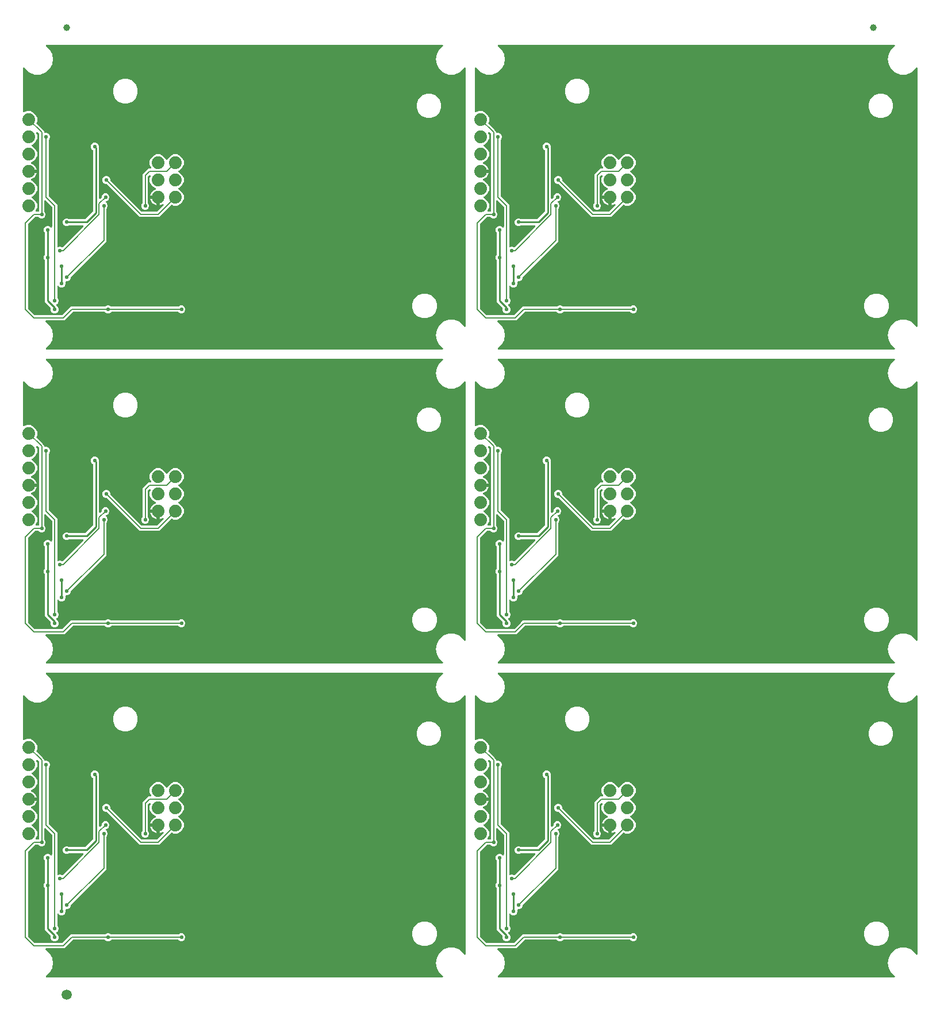
<source format=gbl>
G04 EAGLE Gerber RS-274X export*
G75*
%MOMM*%
%FSLAX34Y34*%
%LPD*%
%INBottom Copper*%
%IPPOS*%
%AMOC8*
5,1,8,0,0,1.08239X$1,22.5*%
G01*
%ADD10C,1.879600*%
%ADD11C,1.000000*%
%ADD12C,1.500000*%
%ADD13C,0.554000*%
%ADD14C,0.254000*%
%ADD15C,0.152400*%

G36*
X1286982Y466603D02*
X1286982Y466603D01*
X1287017Y466601D01*
X1287139Y466623D01*
X1287262Y466639D01*
X1287295Y466652D01*
X1287330Y466658D01*
X1287443Y466710D01*
X1287558Y466756D01*
X1287586Y466776D01*
X1287619Y466791D01*
X1287715Y466870D01*
X1287815Y466942D01*
X1287838Y466970D01*
X1287865Y466992D01*
X1287939Y467092D01*
X1288018Y467187D01*
X1288033Y467219D01*
X1288054Y467248D01*
X1288101Y467363D01*
X1288154Y467475D01*
X1288160Y467510D01*
X1288173Y467543D01*
X1288190Y467666D01*
X1288213Y467787D01*
X1288211Y467823D01*
X1288216Y467858D01*
X1288201Y467981D01*
X1288194Y468105D01*
X1288183Y468139D01*
X1288178Y468174D01*
X1288134Y468289D01*
X1288096Y468407D01*
X1288077Y468437D01*
X1288064Y468470D01*
X1287992Y468571D01*
X1287925Y468676D01*
X1287900Y468700D01*
X1287879Y468729D01*
X1287762Y468840D01*
X1282895Y472924D01*
X1278909Y479829D01*
X1277525Y487680D01*
X1278909Y495531D01*
X1282895Y502435D01*
X1289002Y507560D01*
X1296494Y510287D01*
X1304466Y510287D01*
X1311958Y507560D01*
X1318065Y502436D01*
X1319193Y500482D01*
X1319281Y500366D01*
X1319366Y500248D01*
X1319377Y500239D01*
X1319385Y500229D01*
X1319499Y500138D01*
X1319611Y500045D01*
X1319624Y500039D01*
X1319634Y500031D01*
X1319768Y499971D01*
X1319899Y499910D01*
X1319912Y499907D01*
X1319925Y499902D01*
X1320069Y499877D01*
X1320212Y499850D01*
X1320225Y499851D01*
X1320238Y499848D01*
X1320384Y499861D01*
X1320529Y499870D01*
X1320542Y499874D01*
X1320555Y499875D01*
X1320693Y499923D01*
X1320831Y499968D01*
X1320843Y499975D01*
X1320856Y499979D01*
X1320977Y500060D01*
X1321100Y500138D01*
X1321109Y500148D01*
X1321121Y500155D01*
X1321218Y500263D01*
X1321318Y500369D01*
X1321325Y500381D01*
X1321334Y500391D01*
X1321401Y500520D01*
X1321472Y500648D01*
X1321475Y500661D01*
X1321481Y500673D01*
X1321515Y500815D01*
X1321551Y500956D01*
X1321552Y500974D01*
X1321554Y500983D01*
X1321554Y501000D01*
X1321561Y501117D01*
X1321561Y880643D01*
X1321543Y880788D01*
X1321528Y880933D01*
X1321523Y880946D01*
X1321521Y880959D01*
X1321468Y881094D01*
X1321417Y881231D01*
X1321409Y881242D01*
X1321404Y881255D01*
X1321319Y881372D01*
X1321236Y881492D01*
X1321225Y881501D01*
X1321218Y881512D01*
X1321106Y881605D01*
X1320995Y881700D01*
X1320983Y881706D01*
X1320973Y881715D01*
X1320841Y881777D01*
X1320710Y881842D01*
X1320697Y881845D01*
X1320685Y881850D01*
X1320543Y881878D01*
X1320399Y881908D01*
X1320386Y881908D01*
X1320373Y881910D01*
X1320228Y881901D01*
X1320082Y881895D01*
X1320068Y881891D01*
X1320055Y881890D01*
X1319917Y881846D01*
X1319777Y881804D01*
X1319765Y881797D01*
X1319753Y881792D01*
X1319630Y881715D01*
X1319505Y881639D01*
X1319495Y881629D01*
X1319484Y881622D01*
X1319384Y881516D01*
X1319282Y881412D01*
X1319272Y881397D01*
X1319266Y881391D01*
X1319258Y881376D01*
X1319193Y881278D01*
X1318065Y879325D01*
X1311958Y874200D01*
X1304466Y871473D01*
X1296494Y871473D01*
X1289002Y874200D01*
X1282895Y879324D01*
X1278909Y886229D01*
X1277525Y894080D01*
X1278909Y901931D01*
X1282895Y908835D01*
X1287762Y912920D01*
X1287786Y912946D01*
X1287815Y912966D01*
X1287894Y913062D01*
X1287979Y913153D01*
X1287995Y913184D01*
X1288018Y913211D01*
X1288071Y913324D01*
X1288130Y913433D01*
X1288138Y913467D01*
X1288154Y913499D01*
X1288177Y913621D01*
X1288207Y913741D01*
X1288207Y913777D01*
X1288213Y913812D01*
X1288206Y913935D01*
X1288205Y914059D01*
X1288196Y914094D01*
X1288194Y914129D01*
X1288155Y914247D01*
X1288124Y914367D01*
X1288106Y914398D01*
X1288096Y914431D01*
X1288029Y914536D01*
X1287969Y914645D01*
X1287944Y914670D01*
X1287925Y914700D01*
X1287835Y914785D01*
X1287750Y914875D01*
X1287720Y914894D01*
X1287694Y914918D01*
X1287585Y914978D01*
X1287480Y915044D01*
X1287446Y915055D01*
X1287415Y915072D01*
X1287295Y915103D01*
X1287177Y915140D01*
X1287142Y915142D01*
X1287107Y915151D01*
X1286947Y915161D01*
X704413Y915161D01*
X704378Y915157D01*
X704343Y915159D01*
X704221Y915137D01*
X704098Y915121D01*
X704065Y915108D01*
X704030Y915102D01*
X703917Y915050D01*
X703802Y915004D01*
X703774Y914984D01*
X703741Y914969D01*
X703645Y914890D01*
X703545Y914818D01*
X703522Y914790D01*
X703495Y914768D01*
X703421Y914668D01*
X703342Y914573D01*
X703327Y914541D01*
X703306Y914512D01*
X703259Y914397D01*
X703206Y914285D01*
X703200Y914250D01*
X703187Y914217D01*
X703170Y914094D01*
X703147Y913973D01*
X703149Y913937D01*
X703144Y913902D01*
X703159Y913779D01*
X703166Y913655D01*
X703177Y913621D01*
X703182Y913586D01*
X703226Y913471D01*
X703264Y913353D01*
X703283Y913323D01*
X703296Y913290D01*
X703368Y913189D01*
X703435Y913084D01*
X703460Y913060D01*
X703481Y913031D01*
X703598Y912920D01*
X708465Y908836D01*
X712451Y901931D01*
X713835Y894080D01*
X712451Y886229D01*
X708465Y879325D01*
X702358Y874200D01*
X694866Y871473D01*
X686894Y871473D01*
X679402Y874200D01*
X673295Y879324D01*
X672167Y881278D01*
X672079Y881394D01*
X671994Y881512D01*
X671983Y881521D01*
X671975Y881531D01*
X671861Y881622D01*
X671749Y881715D01*
X671736Y881721D01*
X671726Y881729D01*
X671592Y881789D01*
X671461Y881850D01*
X671448Y881853D01*
X671435Y881858D01*
X671291Y881883D01*
X671148Y881910D01*
X671135Y881909D01*
X671122Y881912D01*
X670976Y881899D01*
X670831Y881890D01*
X670818Y881886D01*
X670805Y881885D01*
X670667Y881837D01*
X670529Y881792D01*
X670517Y881785D01*
X670504Y881781D01*
X670383Y881700D01*
X670260Y881622D01*
X670251Y881612D01*
X670239Y881605D01*
X670142Y881497D01*
X670042Y881391D01*
X670035Y881379D01*
X670026Y881369D01*
X669959Y881240D01*
X669888Y881112D01*
X669885Y881099D01*
X669879Y881087D01*
X669845Y880945D01*
X669809Y880804D01*
X669808Y880786D01*
X669806Y880777D01*
X669806Y880760D01*
X669799Y880643D01*
X669799Y817080D01*
X669805Y817031D01*
X669803Y816981D01*
X669825Y816874D01*
X669839Y816765D01*
X669857Y816719D01*
X669867Y816670D01*
X669915Y816571D01*
X669956Y816469D01*
X669985Y816429D01*
X670007Y816384D01*
X670078Y816300D01*
X670142Y816212D01*
X670181Y816180D01*
X670213Y816142D01*
X670303Y816079D01*
X670387Y816009D01*
X670432Y815988D01*
X670473Y815959D01*
X670576Y815920D01*
X670675Y815873D01*
X670724Y815864D01*
X670770Y815846D01*
X670880Y815834D01*
X670987Y815813D01*
X671037Y815817D01*
X671086Y815811D01*
X671195Y815826D01*
X671305Y815833D01*
X671352Y815849D01*
X671401Y815855D01*
X671554Y815908D01*
X675704Y817627D01*
X680656Y817627D01*
X685230Y815732D01*
X688732Y812230D01*
X690627Y807656D01*
X690627Y802704D01*
X689609Y800248D01*
X689602Y800219D01*
X689588Y800193D01*
X689560Y800066D01*
X689525Y799941D01*
X689525Y799912D01*
X689518Y799883D01*
X689522Y799753D01*
X689520Y799623D01*
X689527Y799594D01*
X689528Y799565D01*
X689564Y799440D01*
X689594Y799314D01*
X689608Y799288D01*
X689617Y799259D01*
X689682Y799148D01*
X689743Y799033D01*
X689763Y799011D01*
X689778Y798986D01*
X689884Y798865D01*
X698437Y790312D01*
X701041Y787708D01*
X701041Y786868D01*
X701056Y786750D01*
X701063Y786631D01*
X701076Y786593D01*
X701081Y786552D01*
X701124Y786442D01*
X701161Y786329D01*
X701183Y786294D01*
X701198Y786257D01*
X701267Y786161D01*
X701331Y786060D01*
X701361Y786032D01*
X701384Y785999D01*
X701476Y785923D01*
X701563Y785842D01*
X701598Y785822D01*
X701629Y785797D01*
X701737Y785746D01*
X701841Y785688D01*
X701881Y785678D01*
X701917Y785661D01*
X702034Y785639D01*
X702149Y785609D01*
X702209Y785605D01*
X702229Y785601D01*
X702250Y785603D01*
X702310Y785599D01*
X704737Y785599D01*
X706876Y784713D01*
X708513Y783076D01*
X709399Y780937D01*
X709399Y778623D01*
X708513Y776484D01*
X707762Y775734D01*
X707702Y775655D01*
X707634Y775583D01*
X707605Y775530D01*
X707568Y775482D01*
X707528Y775391D01*
X707480Y775305D01*
X707465Y775246D01*
X707441Y775190D01*
X707426Y775092D01*
X707401Y774997D01*
X707395Y774897D01*
X707391Y774876D01*
X707393Y774864D01*
X707391Y774836D01*
X707391Y692984D01*
X707403Y692886D01*
X707406Y692787D01*
X707423Y692729D01*
X707431Y692669D01*
X707467Y692577D01*
X707495Y692481D01*
X707525Y692429D01*
X707548Y692373D01*
X707606Y692293D01*
X707656Y692208D01*
X707722Y692132D01*
X707734Y692116D01*
X707744Y692108D01*
X707762Y692087D01*
X720091Y679758D01*
X720091Y618816D01*
X720097Y618767D01*
X720095Y618717D01*
X720117Y618610D01*
X720131Y618501D01*
X720149Y618455D01*
X720159Y618406D01*
X720207Y618307D01*
X720248Y618205D01*
X720277Y618165D01*
X720299Y618120D01*
X720370Y618037D01*
X720434Y617948D01*
X720473Y617916D01*
X720505Y617878D01*
X720595Y617815D01*
X720679Y617745D01*
X720724Y617724D01*
X720765Y617695D01*
X720868Y617656D01*
X720967Y617610D01*
X721016Y617600D01*
X721062Y617583D01*
X721172Y617570D01*
X721279Y617550D01*
X721329Y617553D01*
X721378Y617547D01*
X721487Y617563D01*
X721597Y617569D01*
X721644Y617585D01*
X721693Y617592D01*
X721846Y617644D01*
X722703Y617999D01*
X725017Y617999D01*
X727078Y617145D01*
X727106Y617138D01*
X727133Y617124D01*
X727259Y617096D01*
X727385Y617061D01*
X727414Y617061D01*
X727443Y617054D01*
X727573Y617058D01*
X727702Y617056D01*
X727731Y617063D01*
X727761Y617064D01*
X727885Y617100D01*
X728012Y617130D01*
X728038Y617144D01*
X728066Y617152D01*
X728178Y617218D01*
X728293Y617279D01*
X728315Y617299D01*
X728340Y617314D01*
X728461Y617420D01*
X758605Y647565D01*
X758690Y647674D01*
X758779Y647781D01*
X758788Y647800D01*
X758800Y647816D01*
X758855Y647944D01*
X758915Y648069D01*
X758918Y648089D01*
X758926Y648108D01*
X758948Y648246D01*
X758974Y648382D01*
X758973Y648402D01*
X758976Y648422D01*
X758963Y648561D01*
X758955Y648699D01*
X758948Y648718D01*
X758946Y648738D01*
X758899Y648870D01*
X758857Y649001D01*
X758846Y649019D01*
X758839Y649038D01*
X758761Y649153D01*
X758686Y649270D01*
X758672Y649284D01*
X758660Y649301D01*
X758556Y649393D01*
X758455Y649488D01*
X758437Y649498D01*
X758422Y649511D01*
X758298Y649574D01*
X758176Y649642D01*
X758157Y649647D01*
X758139Y649656D01*
X758003Y649686D01*
X757868Y649721D01*
X757840Y649723D01*
X757828Y649726D01*
X757808Y649725D01*
X757708Y649731D01*
X738496Y649731D01*
X738398Y649719D01*
X738299Y649716D01*
X738240Y649699D01*
X738180Y649691D01*
X738088Y649655D01*
X737993Y649627D01*
X737941Y649597D01*
X737885Y649574D01*
X737805Y649516D01*
X737719Y649466D01*
X737644Y649400D01*
X737627Y649388D01*
X737620Y649378D01*
X737598Y649360D01*
X737356Y649117D01*
X735217Y648231D01*
X732903Y648231D01*
X730764Y649117D01*
X729127Y650754D01*
X728241Y652893D01*
X728241Y655207D01*
X729127Y657346D01*
X730764Y658983D01*
X732903Y659869D01*
X735217Y659869D01*
X737356Y658983D01*
X737598Y658740D01*
X737677Y658680D01*
X737749Y658612D01*
X737802Y658583D01*
X737850Y658546D01*
X737941Y658506D01*
X738027Y658458D01*
X738086Y658443D01*
X738142Y658419D01*
X738240Y658404D01*
X738335Y658379D01*
X738435Y658373D01*
X738456Y658369D01*
X738468Y658371D01*
X738496Y658369D01*
X760955Y658369D01*
X761054Y658381D01*
X761153Y658384D01*
X761211Y658401D01*
X761271Y658409D01*
X761363Y658445D01*
X761458Y658473D01*
X761510Y658503D01*
X761567Y658526D01*
X761647Y658584D01*
X761732Y658634D01*
X761807Y658700D01*
X761824Y658712D01*
X761832Y658722D01*
X761853Y658740D01*
X772550Y669437D01*
X772610Y669515D01*
X772678Y669588D01*
X772707Y669641D01*
X772744Y669688D01*
X772784Y669779D01*
X772832Y669866D01*
X772847Y669925D01*
X772871Y669980D01*
X772886Y670078D01*
X772911Y670174D01*
X772917Y670274D01*
X772921Y670294D01*
X772919Y670307D01*
X772921Y670335D01*
X772921Y759029D01*
X772918Y759058D01*
X772920Y759087D01*
X772898Y759215D01*
X772881Y759344D01*
X772871Y759372D01*
X772866Y759401D01*
X772812Y759519D01*
X772764Y759640D01*
X772747Y759664D01*
X772735Y759691D01*
X772654Y759792D01*
X772578Y759897D01*
X772555Y759916D01*
X772536Y759939D01*
X772433Y760017D01*
X772333Y760100D01*
X772306Y760113D01*
X772282Y760130D01*
X772138Y760201D01*
X772039Y760242D01*
X770402Y761879D01*
X769516Y764018D01*
X769516Y766332D01*
X770402Y768471D01*
X772039Y770108D01*
X774178Y770994D01*
X776492Y770994D01*
X778631Y770108D01*
X780268Y768471D01*
X781154Y766332D01*
X781154Y765990D01*
X781166Y765891D01*
X781169Y765792D01*
X781186Y765734D01*
X781194Y765674D01*
X781230Y765582D01*
X781258Y765487D01*
X781288Y765435D01*
X781311Y765378D01*
X781369Y765298D01*
X781419Y765213D01*
X781485Y765138D01*
X781497Y765121D01*
X781507Y765113D01*
X781525Y765092D01*
X781559Y765059D01*
X781559Y689682D01*
X781576Y689544D01*
X781589Y689406D01*
X781596Y689387D01*
X781599Y689367D01*
X781650Y689238D01*
X781697Y689106D01*
X781708Y689090D01*
X781716Y689071D01*
X781797Y688959D01*
X781875Y688843D01*
X781891Y688830D01*
X781902Y688814D01*
X782010Y688725D01*
X782114Y688633D01*
X782132Y688624D01*
X782147Y688611D01*
X782273Y688552D01*
X782397Y688488D01*
X782417Y688484D01*
X782435Y688475D01*
X782572Y688449D01*
X782707Y688419D01*
X782728Y688419D01*
X782747Y688415D01*
X782886Y688424D01*
X783025Y688428D01*
X783045Y688434D01*
X783065Y688435D01*
X783197Y688478D01*
X783331Y688517D01*
X783348Y688527D01*
X783367Y688533D01*
X783485Y688608D01*
X783605Y688678D01*
X783626Y688697D01*
X783636Y688703D01*
X783650Y688718D01*
X783725Y688785D01*
X785020Y690079D01*
X785080Y690157D01*
X785148Y690229D01*
X785177Y690282D01*
X785214Y690330D01*
X785254Y690421D01*
X785302Y690508D01*
X785317Y690566D01*
X785341Y690622D01*
X785356Y690720D01*
X785381Y690816D01*
X785387Y690916D01*
X785391Y690936D01*
X785389Y690948D01*
X785391Y690976D01*
X785391Y692037D01*
X786277Y694176D01*
X787914Y695813D01*
X790053Y696699D01*
X792367Y696699D01*
X794506Y695813D01*
X796143Y694176D01*
X797029Y692037D01*
X797029Y689723D01*
X796143Y687584D01*
X794506Y685947D01*
X792461Y685100D01*
X792418Y685075D01*
X792371Y685059D01*
X792280Y684997D01*
X792185Y684942D01*
X792149Y684908D01*
X792108Y684880D01*
X792035Y684798D01*
X791956Y684721D01*
X791930Y684679D01*
X791897Y684642D01*
X791847Y684544D01*
X791790Y684450D01*
X791775Y684403D01*
X791753Y684358D01*
X791729Y684251D01*
X791696Y684146D01*
X791694Y684096D01*
X791683Y684048D01*
X791686Y683938D01*
X791681Y683828D01*
X791691Y683780D01*
X791693Y683730D01*
X791723Y683625D01*
X791745Y683517D01*
X791767Y683472D01*
X791781Y683425D01*
X791837Y683330D01*
X791885Y683231D01*
X791917Y683193D01*
X791943Y683151D01*
X792049Y683030D01*
X793603Y681476D01*
X794489Y679337D01*
X794489Y677023D01*
X793603Y674884D01*
X792852Y674134D01*
X792792Y674055D01*
X792724Y673983D01*
X792695Y673930D01*
X792658Y673882D01*
X792618Y673791D01*
X792570Y673705D01*
X792555Y673646D01*
X792531Y673590D01*
X792516Y673492D01*
X792491Y673397D01*
X792485Y673297D01*
X792481Y673276D01*
X792483Y673264D01*
X792481Y673236D01*
X792481Y625802D01*
X740250Y573571D01*
X740190Y573493D01*
X740122Y573421D01*
X740093Y573368D01*
X740056Y573320D01*
X740016Y573229D01*
X739968Y573142D01*
X739953Y573084D01*
X739929Y573028D01*
X739914Y572930D01*
X739889Y572834D01*
X739883Y572734D01*
X739879Y572714D01*
X739881Y572702D01*
X739879Y572674D01*
X739879Y571613D01*
X738993Y569474D01*
X737356Y567837D01*
X735217Y566951D01*
X733366Y566951D01*
X733316Y566945D01*
X733267Y566947D01*
X733159Y566925D01*
X733050Y566911D01*
X733004Y566893D01*
X732955Y566883D01*
X732856Y566835D01*
X732754Y566794D01*
X732714Y566765D01*
X732669Y566743D01*
X732586Y566672D01*
X732497Y566608D01*
X732465Y566569D01*
X732427Y566537D01*
X732364Y566447D01*
X732294Y566363D01*
X732273Y566318D01*
X732244Y566277D01*
X732205Y566174D01*
X732159Y566075D01*
X732149Y566026D01*
X732132Y565980D01*
X732119Y565870D01*
X732099Y565763D01*
X732102Y565713D01*
X732096Y565664D01*
X732112Y565555D01*
X732119Y565445D01*
X732134Y565398D01*
X732141Y565349D01*
X732193Y565196D01*
X732259Y565037D01*
X732259Y562723D01*
X731373Y560584D01*
X729736Y558947D01*
X727597Y558061D01*
X725283Y558061D01*
X723144Y558947D01*
X722257Y559834D01*
X722148Y559918D01*
X722041Y560008D01*
X722022Y560016D01*
X722006Y560029D01*
X721879Y560084D01*
X721753Y560143D01*
X721733Y560147D01*
X721714Y560155D01*
X721576Y560177D01*
X721440Y560203D01*
X721420Y560202D01*
X721400Y560205D01*
X721261Y560192D01*
X721123Y560183D01*
X721104Y560177D01*
X721084Y560175D01*
X720952Y560128D01*
X720821Y560085D01*
X720803Y560074D01*
X720784Y560067D01*
X720669Y559989D01*
X720552Y559915D01*
X720538Y559900D01*
X720521Y559889D01*
X720429Y559785D01*
X720334Y559683D01*
X720324Y559665D01*
X720311Y559650D01*
X720248Y559527D01*
X720180Y559405D01*
X720175Y559385D01*
X720166Y559367D01*
X720136Y559231D01*
X720101Y559097D01*
X720099Y559069D01*
X720096Y559057D01*
X720097Y559036D01*
X720091Y558936D01*
X720091Y543424D01*
X720103Y543326D01*
X720106Y543227D01*
X720123Y543168D01*
X720131Y543108D01*
X720167Y543016D01*
X720195Y542921D01*
X720225Y542869D01*
X720248Y542813D01*
X720306Y542733D01*
X720356Y542647D01*
X720422Y542572D01*
X720434Y542555D01*
X720444Y542548D01*
X720462Y542526D01*
X721213Y541776D01*
X722099Y539637D01*
X722099Y537323D01*
X721213Y535184D01*
X719566Y533537D01*
X719533Y533525D01*
X719442Y533463D01*
X719347Y533409D01*
X719311Y533374D01*
X719270Y533347D01*
X719197Y533264D01*
X719118Y533188D01*
X719092Y533145D01*
X719059Y533108D01*
X719009Y533010D01*
X718952Y532917D01*
X718937Y532869D01*
X718915Y532825D01*
X718891Y532718D01*
X718858Y532613D01*
X718856Y532563D01*
X718845Y532515D01*
X718849Y532405D01*
X718843Y532295D01*
X718853Y532246D01*
X718855Y532197D01*
X718885Y532091D01*
X718908Y531984D01*
X718929Y531939D01*
X718943Y531891D01*
X718999Y531797D01*
X719047Y531698D01*
X719080Y531660D01*
X719105Y531617D01*
X719211Y531496D01*
X720599Y530109D01*
X720599Y530066D01*
X720611Y529968D01*
X720614Y529869D01*
X720625Y529830D01*
X720626Y529824D01*
X720631Y529807D01*
X720639Y529750D01*
X720675Y529658D01*
X720703Y529563D01*
X720720Y529534D01*
X720724Y529522D01*
X720738Y529500D01*
X720756Y529455D01*
X720814Y529375D01*
X720864Y529289D01*
X720889Y529261D01*
X720894Y529253D01*
X720906Y529242D01*
X720930Y529214D01*
X720942Y529197D01*
X720952Y529190D01*
X720970Y529168D01*
X721213Y528926D01*
X722099Y526787D01*
X722099Y524473D01*
X721213Y522334D01*
X719576Y520697D01*
X717437Y519811D01*
X715123Y519811D01*
X712984Y520697D01*
X711347Y522334D01*
X710461Y524473D01*
X710461Y526787D01*
X710501Y526883D01*
X710509Y526912D01*
X710522Y526938D01*
X710551Y527065D01*
X710585Y527190D01*
X710585Y527220D01*
X710592Y527248D01*
X710588Y527378D01*
X710590Y527508D01*
X710583Y527537D01*
X710582Y527566D01*
X710546Y527691D01*
X710516Y527817D01*
X710502Y527843D01*
X710494Y527872D01*
X710428Y527983D01*
X710367Y528098D01*
X710347Y528120D01*
X710332Y528146D01*
X710226Y528267D01*
X701801Y536691D01*
X701801Y597544D01*
X701789Y597642D01*
X701786Y597741D01*
X701769Y597800D01*
X701761Y597860D01*
X701725Y597952D01*
X701697Y598047D01*
X701667Y598099D01*
X701644Y598155D01*
X701586Y598235D01*
X701536Y598321D01*
X701470Y598396D01*
X701458Y598413D01*
X701448Y598420D01*
X701430Y598442D01*
X701187Y598684D01*
X700301Y600823D01*
X700301Y603137D01*
X701187Y605276D01*
X701429Y605518D01*
X701490Y605597D01*
X701558Y605669D01*
X701587Y605722D01*
X701624Y605770D01*
X701664Y605861D01*
X701712Y605947D01*
X701727Y606006D01*
X701751Y606061D01*
X701766Y606159D01*
X701791Y606255D01*
X701797Y606355D01*
X701801Y606376D01*
X701799Y606388D01*
X701801Y606416D01*
X701801Y638184D01*
X701789Y638282D01*
X701786Y638381D01*
X701769Y638440D01*
X701761Y638500D01*
X701725Y638592D01*
X701697Y638687D01*
X701667Y638739D01*
X701644Y638795D01*
X701586Y638875D01*
X701536Y638961D01*
X701470Y639036D01*
X701458Y639053D01*
X701448Y639060D01*
X701430Y639082D01*
X701187Y639324D01*
X700301Y641463D01*
X700301Y643777D01*
X701187Y645916D01*
X702824Y647553D01*
X704963Y648439D01*
X707277Y648439D01*
X709416Y647553D01*
X710303Y646666D01*
X710412Y646582D01*
X710519Y646492D01*
X710538Y646484D01*
X710554Y646471D01*
X710681Y646416D01*
X710807Y646357D01*
X710827Y646353D01*
X710846Y646345D01*
X710984Y646323D01*
X711120Y646297D01*
X711140Y646298D01*
X711160Y646295D01*
X711299Y646308D01*
X711437Y646317D01*
X711456Y646323D01*
X711476Y646325D01*
X711608Y646372D01*
X711739Y646415D01*
X711757Y646426D01*
X711776Y646433D01*
X711891Y646511D01*
X712008Y646585D01*
X712022Y646600D01*
X712039Y646611D01*
X712131Y646715D01*
X712226Y646817D01*
X712236Y646835D01*
X712249Y646850D01*
X712312Y646973D01*
X712380Y647095D01*
X712385Y647115D01*
X712394Y647133D01*
X712424Y647269D01*
X712459Y647403D01*
X712461Y647431D01*
X712464Y647443D01*
X712463Y647464D01*
X712469Y647564D01*
X712469Y676076D01*
X712457Y676174D01*
X712454Y676273D01*
X712437Y676331D01*
X712429Y676391D01*
X712393Y676483D01*
X712365Y676579D01*
X712335Y676631D01*
X712312Y676687D01*
X712254Y676767D01*
X712204Y676852D01*
X712138Y676928D01*
X712126Y676944D01*
X712116Y676952D01*
X712098Y676973D01*
X703207Y685863D01*
X703098Y685949D01*
X702991Y686037D01*
X702972Y686046D01*
X702956Y686058D01*
X702828Y686114D01*
X702703Y686173D01*
X702683Y686177D01*
X702664Y686185D01*
X702526Y686207D01*
X702390Y686233D01*
X702370Y686231D01*
X702350Y686234D01*
X702211Y686221D01*
X702073Y686213D01*
X702054Y686207D01*
X702034Y686205D01*
X701902Y686157D01*
X701771Y686115D01*
X701753Y686104D01*
X701734Y686097D01*
X701619Y686019D01*
X701502Y685945D01*
X701488Y685930D01*
X701471Y685918D01*
X701379Y685814D01*
X701284Y685713D01*
X701274Y685695D01*
X701261Y685680D01*
X701197Y685556D01*
X701130Y685434D01*
X701125Y685415D01*
X701116Y685397D01*
X701086Y685261D01*
X701051Y685127D01*
X701049Y685098D01*
X701046Y685087D01*
X701047Y685066D01*
X701041Y684966D01*
X701041Y670424D01*
X701053Y670326D01*
X701056Y670227D01*
X701073Y670168D01*
X701081Y670108D01*
X701117Y670016D01*
X701145Y669921D01*
X701175Y669869D01*
X701198Y669813D01*
X701256Y669733D01*
X701306Y669647D01*
X701372Y669572D01*
X701384Y669555D01*
X701394Y669547D01*
X701413Y669526D01*
X702163Y668776D01*
X703049Y666637D01*
X703049Y664323D01*
X702163Y662184D01*
X700526Y660547D01*
X698387Y659661D01*
X696073Y659661D01*
X693934Y660547D01*
X693184Y661298D01*
X693105Y661358D01*
X693033Y661426D01*
X692980Y661455D01*
X692932Y661492D01*
X692841Y661532D01*
X692755Y661580D01*
X692696Y661595D01*
X692640Y661619D01*
X692542Y661634D01*
X692447Y661659D01*
X692347Y661665D01*
X692326Y661669D01*
X692314Y661667D01*
X692286Y661669D01*
X687904Y661669D01*
X687806Y661657D01*
X687707Y661654D01*
X687649Y661637D01*
X687589Y661629D01*
X687497Y661593D01*
X687401Y661565D01*
X687349Y661535D01*
X687293Y661512D01*
X687213Y661454D01*
X687128Y661404D01*
X687052Y661338D01*
X687036Y661326D01*
X687028Y661316D01*
X687007Y661298D01*
X677282Y651573D01*
X677222Y651495D01*
X677154Y651423D01*
X677125Y651370D01*
X677088Y651322D01*
X677048Y651231D01*
X677000Y651144D01*
X676985Y651086D01*
X676961Y651030D01*
X676946Y650932D01*
X676921Y650836D01*
X676915Y650736D01*
X676911Y650716D01*
X676913Y650704D01*
X676911Y650676D01*
X676911Y527884D01*
X676923Y527786D01*
X676926Y527687D01*
X676943Y527629D01*
X676951Y527569D01*
X676987Y527477D01*
X677015Y527381D01*
X677045Y527329D01*
X677068Y527273D01*
X677126Y527193D01*
X677176Y527108D01*
X677242Y527032D01*
X677254Y527016D01*
X677264Y527008D01*
X677282Y526987D01*
X687007Y517262D01*
X687085Y517202D01*
X687157Y517134D01*
X687210Y517105D01*
X687258Y517068D01*
X687349Y517028D01*
X687436Y516980D01*
X687494Y516965D01*
X687550Y516941D01*
X687648Y516926D01*
X687744Y516901D01*
X687844Y516895D01*
X687864Y516891D01*
X687876Y516893D01*
X687904Y516891D01*
X726876Y516891D01*
X726974Y516903D01*
X727073Y516906D01*
X727131Y516923D01*
X727191Y516931D01*
X727283Y516967D01*
X727379Y516995D01*
X727431Y517025D01*
X727487Y517048D01*
X727567Y517106D01*
X727652Y517156D01*
X727728Y517222D01*
X727744Y517234D01*
X727752Y517244D01*
X727773Y517262D01*
X737498Y526987D01*
X740102Y529591D01*
X790076Y529591D01*
X790174Y529603D01*
X790273Y529606D01*
X790332Y529623D01*
X790392Y529631D01*
X790484Y529667D01*
X790579Y529695D01*
X790631Y529725D01*
X790687Y529748D01*
X790767Y529806D01*
X790853Y529856D01*
X790928Y529922D01*
X790945Y529934D01*
X790952Y529944D01*
X790974Y529962D01*
X791724Y530713D01*
X793863Y531599D01*
X796177Y531599D01*
X798316Y530713D01*
X799066Y529962D01*
X799145Y529902D01*
X799217Y529834D01*
X799270Y529805D01*
X799318Y529768D01*
X799409Y529728D01*
X799495Y529680D01*
X799554Y529665D01*
X799610Y529641D01*
X799708Y529626D01*
X799803Y529601D01*
X799903Y529595D01*
X799924Y529591D01*
X799936Y529593D01*
X799964Y529591D01*
X898026Y529591D01*
X898124Y529603D01*
X898223Y529606D01*
X898282Y529623D01*
X898342Y529631D01*
X898434Y529667D01*
X898529Y529695D01*
X898581Y529725D01*
X898637Y529748D01*
X898717Y529806D01*
X898803Y529856D01*
X898878Y529922D01*
X898895Y529934D01*
X898902Y529944D01*
X898924Y529962D01*
X899674Y530713D01*
X901813Y531599D01*
X904127Y531599D01*
X906266Y530713D01*
X907903Y529076D01*
X908789Y526937D01*
X908789Y524623D01*
X907903Y522484D01*
X906266Y520847D01*
X904127Y519961D01*
X901813Y519961D01*
X899674Y520847D01*
X898924Y521598D01*
X898845Y521658D01*
X898773Y521726D01*
X898720Y521755D01*
X898672Y521792D01*
X898581Y521832D01*
X898495Y521880D01*
X898436Y521895D01*
X898380Y521919D01*
X898282Y521934D01*
X898187Y521959D01*
X898087Y521965D01*
X898066Y521969D01*
X898054Y521967D01*
X898026Y521969D01*
X799964Y521969D01*
X799866Y521957D01*
X799767Y521954D01*
X799708Y521937D01*
X799648Y521929D01*
X799556Y521893D01*
X799461Y521865D01*
X799409Y521835D01*
X799353Y521812D01*
X799273Y521754D01*
X799187Y521704D01*
X799112Y521638D01*
X799095Y521626D01*
X799088Y521616D01*
X799066Y521598D01*
X798316Y520847D01*
X796177Y519961D01*
X793863Y519961D01*
X791724Y520847D01*
X790974Y521598D01*
X790895Y521658D01*
X790823Y521726D01*
X790770Y521755D01*
X790722Y521792D01*
X790631Y521832D01*
X790545Y521880D01*
X790486Y521895D01*
X790430Y521919D01*
X790332Y521934D01*
X790237Y521959D01*
X790137Y521965D01*
X790116Y521969D01*
X790104Y521967D01*
X790076Y521969D01*
X743784Y521969D01*
X743686Y521957D01*
X743587Y521954D01*
X743529Y521937D01*
X743469Y521929D01*
X743377Y521893D01*
X743281Y521865D01*
X743229Y521835D01*
X743173Y521812D01*
X743093Y521754D01*
X743008Y521704D01*
X742932Y521638D01*
X742916Y521626D01*
X742908Y521616D01*
X742887Y521598D01*
X733162Y511873D01*
X730558Y509269D01*
X703808Y509269D01*
X703773Y509265D01*
X703738Y509267D01*
X703616Y509245D01*
X703492Y509229D01*
X703460Y509216D01*
X703425Y509210D01*
X703312Y509158D01*
X703197Y509112D01*
X703168Y509092D01*
X703136Y509077D01*
X703040Y508998D01*
X702939Y508926D01*
X702917Y508898D01*
X702889Y508876D01*
X702816Y508776D01*
X702737Y508681D01*
X702722Y508649D01*
X702700Y508620D01*
X702654Y508505D01*
X702601Y508393D01*
X702594Y508358D01*
X702581Y508325D01*
X702565Y508202D01*
X702541Y508081D01*
X702543Y508045D01*
X702539Y508010D01*
X702553Y507887D01*
X702561Y507763D01*
X702572Y507729D01*
X702576Y507694D01*
X702621Y507579D01*
X702659Y507461D01*
X702678Y507431D01*
X702691Y507398D01*
X702763Y507297D01*
X702829Y507192D01*
X702855Y507168D01*
X702876Y507139D01*
X702992Y507028D01*
X708465Y502436D01*
X712451Y495531D01*
X713835Y487680D01*
X712451Y479829D01*
X708465Y472925D01*
X703598Y468840D01*
X703574Y468814D01*
X703545Y468794D01*
X703466Y468698D01*
X703381Y468607D01*
X703365Y468576D01*
X703342Y468549D01*
X703289Y468436D01*
X703230Y468327D01*
X703222Y468293D01*
X703206Y468261D01*
X703183Y468139D01*
X703153Y468019D01*
X703153Y467983D01*
X703147Y467948D01*
X703154Y467825D01*
X703155Y467701D01*
X703164Y467666D01*
X703166Y467631D01*
X703205Y467513D01*
X703236Y467393D01*
X703254Y467362D01*
X703264Y467329D01*
X703331Y467224D01*
X703391Y467115D01*
X703416Y467090D01*
X703435Y467060D01*
X703525Y466975D01*
X703610Y466885D01*
X703640Y466866D01*
X703666Y466842D01*
X703775Y466782D01*
X703880Y466716D01*
X703914Y466705D01*
X703945Y466688D01*
X704065Y466657D01*
X704183Y466620D01*
X704218Y466618D01*
X704253Y466609D01*
X704413Y466599D01*
X1286947Y466599D01*
X1286982Y466603D01*
G37*
G36*
X621502Y4323D02*
X621502Y4323D01*
X621537Y4321D01*
X621659Y4343D01*
X621782Y4359D01*
X621815Y4372D01*
X621850Y4378D01*
X621963Y4430D01*
X622078Y4476D01*
X622106Y4496D01*
X622139Y4511D01*
X622235Y4590D01*
X622335Y4662D01*
X622358Y4690D01*
X622385Y4712D01*
X622459Y4812D01*
X622538Y4907D01*
X622553Y4939D01*
X622574Y4968D01*
X622621Y5083D01*
X622674Y5195D01*
X622680Y5230D01*
X622693Y5263D01*
X622710Y5386D01*
X622733Y5507D01*
X622731Y5543D01*
X622736Y5578D01*
X622721Y5701D01*
X622714Y5825D01*
X622703Y5859D01*
X622698Y5894D01*
X622654Y6009D01*
X622616Y6127D01*
X622597Y6157D01*
X622584Y6190D01*
X622512Y6291D01*
X622445Y6396D01*
X622420Y6420D01*
X622399Y6449D01*
X622282Y6560D01*
X617415Y10644D01*
X613429Y17549D01*
X612045Y25400D01*
X613429Y33251D01*
X617415Y40155D01*
X623522Y45280D01*
X631014Y48007D01*
X638986Y48007D01*
X646478Y45280D01*
X652585Y40156D01*
X653713Y38202D01*
X653801Y38086D01*
X653886Y37968D01*
X653897Y37959D01*
X653905Y37949D01*
X654019Y37858D01*
X654131Y37765D01*
X654144Y37759D01*
X654154Y37751D01*
X654288Y37691D01*
X654419Y37630D01*
X654432Y37627D01*
X654445Y37622D01*
X654589Y37597D01*
X654732Y37570D01*
X654745Y37571D01*
X654758Y37568D01*
X654904Y37581D01*
X655049Y37590D01*
X655062Y37594D01*
X655075Y37595D01*
X655213Y37643D01*
X655351Y37688D01*
X655363Y37695D01*
X655376Y37699D01*
X655497Y37780D01*
X655620Y37858D01*
X655629Y37868D01*
X655641Y37875D01*
X655738Y37983D01*
X655838Y38089D01*
X655845Y38101D01*
X655854Y38111D01*
X655921Y38240D01*
X655992Y38368D01*
X655995Y38381D01*
X656001Y38393D01*
X656035Y38535D01*
X656071Y38676D01*
X656072Y38694D01*
X656074Y38702D01*
X656074Y38720D01*
X656081Y38837D01*
X656081Y418363D01*
X656063Y418508D01*
X656048Y418653D01*
X656043Y418666D01*
X656041Y418679D01*
X655988Y418814D01*
X655937Y418951D01*
X655929Y418962D01*
X655924Y418975D01*
X655839Y419092D01*
X655756Y419212D01*
X655745Y419221D01*
X655738Y419232D01*
X655626Y419325D01*
X655515Y419420D01*
X655503Y419426D01*
X655493Y419435D01*
X655361Y419497D01*
X655230Y419562D01*
X655217Y419565D01*
X655205Y419570D01*
X655063Y419598D01*
X654919Y419628D01*
X654906Y419628D01*
X654893Y419630D01*
X654748Y419621D01*
X654602Y419615D01*
X654588Y419611D01*
X654575Y419610D01*
X654437Y419566D01*
X654297Y419524D01*
X654285Y419517D01*
X654273Y419512D01*
X654150Y419435D01*
X654025Y419359D01*
X654015Y419349D01*
X654004Y419342D01*
X653904Y419236D01*
X653802Y419132D01*
X653792Y419117D01*
X653786Y419111D01*
X653778Y419096D01*
X653713Y418998D01*
X652585Y417045D01*
X646478Y411920D01*
X638986Y409193D01*
X631014Y409193D01*
X623522Y411920D01*
X617415Y417044D01*
X613429Y423949D01*
X612045Y431800D01*
X613429Y439651D01*
X617415Y446555D01*
X622282Y450640D01*
X622306Y450666D01*
X622335Y450686D01*
X622414Y450782D01*
X622499Y450873D01*
X622515Y450904D01*
X622538Y450931D01*
X622591Y451044D01*
X622650Y451153D01*
X622658Y451187D01*
X622674Y451219D01*
X622697Y451341D01*
X622727Y451461D01*
X622727Y451497D01*
X622733Y451532D01*
X622726Y451655D01*
X622725Y451779D01*
X622716Y451814D01*
X622714Y451849D01*
X622675Y451967D01*
X622644Y452087D01*
X622626Y452118D01*
X622616Y452151D01*
X622549Y452256D01*
X622489Y452365D01*
X622464Y452390D01*
X622445Y452420D01*
X622355Y452505D01*
X622270Y452595D01*
X622240Y452614D01*
X622214Y452638D01*
X622105Y452698D01*
X622000Y452764D01*
X621966Y452775D01*
X621935Y452792D01*
X621815Y452823D01*
X621697Y452860D01*
X621662Y452862D01*
X621627Y452871D01*
X621467Y452881D01*
X38933Y452881D01*
X38898Y452877D01*
X38863Y452879D01*
X38741Y452857D01*
X38618Y452841D01*
X38585Y452828D01*
X38550Y452822D01*
X38437Y452770D01*
X38322Y452724D01*
X38294Y452704D01*
X38261Y452689D01*
X38165Y452610D01*
X38065Y452538D01*
X38042Y452510D01*
X38015Y452488D01*
X37941Y452388D01*
X37862Y452293D01*
X37847Y452261D01*
X37826Y452232D01*
X37779Y452117D01*
X37726Y452005D01*
X37720Y451970D01*
X37707Y451937D01*
X37690Y451814D01*
X37667Y451693D01*
X37669Y451657D01*
X37664Y451622D01*
X37679Y451499D01*
X37686Y451375D01*
X37697Y451341D01*
X37702Y451306D01*
X37746Y451191D01*
X37784Y451073D01*
X37803Y451043D01*
X37816Y451010D01*
X37888Y450909D01*
X37955Y450804D01*
X37980Y450780D01*
X38001Y450751D01*
X38118Y450640D01*
X42985Y446555D01*
X46971Y439651D01*
X48355Y431800D01*
X46971Y423949D01*
X42985Y417045D01*
X36878Y411920D01*
X29386Y409193D01*
X21414Y409193D01*
X13922Y411920D01*
X7815Y417044D01*
X6687Y418998D01*
X6599Y419114D01*
X6514Y419232D01*
X6503Y419241D01*
X6495Y419251D01*
X6381Y419342D01*
X6269Y419435D01*
X6256Y419441D01*
X6246Y419449D01*
X6112Y419509D01*
X5981Y419570D01*
X5968Y419573D01*
X5955Y419578D01*
X5811Y419603D01*
X5668Y419630D01*
X5655Y419629D01*
X5642Y419632D01*
X5496Y419619D01*
X5351Y419610D01*
X5338Y419606D01*
X5325Y419605D01*
X5187Y419557D01*
X5049Y419512D01*
X5037Y419505D01*
X5024Y419501D01*
X4903Y419420D01*
X4780Y419342D01*
X4771Y419332D01*
X4759Y419325D01*
X4662Y419217D01*
X4562Y419111D01*
X4555Y419099D01*
X4546Y419089D01*
X4479Y418960D01*
X4408Y418832D01*
X4405Y418819D01*
X4399Y418807D01*
X4365Y418665D01*
X4329Y418524D01*
X4328Y418506D01*
X4326Y418498D01*
X4326Y418480D01*
X4319Y418363D01*
X4319Y354800D01*
X4325Y354751D01*
X4323Y354701D01*
X4345Y354594D01*
X4359Y354485D01*
X4377Y354439D01*
X4387Y354390D01*
X4435Y354291D01*
X4476Y354189D01*
X4505Y354149D01*
X4527Y354104D01*
X4598Y354020D01*
X4662Y353932D01*
X4701Y353900D01*
X4733Y353862D01*
X4823Y353799D01*
X4907Y353729D01*
X4952Y353708D01*
X4993Y353679D01*
X5096Y353640D01*
X5195Y353593D01*
X5244Y353584D01*
X5290Y353566D01*
X5400Y353554D01*
X5507Y353533D01*
X5557Y353537D01*
X5606Y353531D01*
X5715Y353546D01*
X5825Y353553D01*
X5872Y353569D01*
X5921Y353575D01*
X6074Y353628D01*
X10224Y355347D01*
X15176Y355347D01*
X19750Y353452D01*
X23252Y349950D01*
X25147Y345376D01*
X25147Y340424D01*
X24129Y337968D01*
X24122Y337939D01*
X24108Y337913D01*
X24080Y337786D01*
X24045Y337661D01*
X24045Y337632D01*
X24038Y337603D01*
X24042Y337473D01*
X24040Y337343D01*
X24047Y337314D01*
X24048Y337285D01*
X24084Y337160D01*
X24114Y337034D01*
X24128Y337008D01*
X24137Y336979D01*
X24202Y336868D01*
X24263Y336753D01*
X24283Y336731D01*
X24298Y336706D01*
X24404Y336585D01*
X32957Y328032D01*
X35561Y325428D01*
X35561Y324588D01*
X35576Y324470D01*
X35583Y324351D01*
X35596Y324313D01*
X35601Y324272D01*
X35644Y324162D01*
X35681Y324049D01*
X35703Y324014D01*
X35718Y323977D01*
X35787Y323881D01*
X35851Y323780D01*
X35881Y323752D01*
X35904Y323719D01*
X35996Y323643D01*
X36083Y323562D01*
X36118Y323542D01*
X36149Y323517D01*
X36257Y323466D01*
X36361Y323408D01*
X36401Y323398D01*
X36437Y323381D01*
X36554Y323359D01*
X36669Y323329D01*
X36729Y323325D01*
X36749Y323321D01*
X36770Y323323D01*
X36830Y323319D01*
X39257Y323319D01*
X41396Y322433D01*
X43033Y320796D01*
X43919Y318657D01*
X43919Y316343D01*
X43033Y314204D01*
X42282Y313454D01*
X42222Y313375D01*
X42154Y313303D01*
X42125Y313250D01*
X42088Y313202D01*
X42048Y313111D01*
X42000Y313025D01*
X41985Y312966D01*
X41961Y312910D01*
X41946Y312812D01*
X41921Y312717D01*
X41915Y312617D01*
X41911Y312596D01*
X41913Y312584D01*
X41911Y312556D01*
X41911Y230704D01*
X41923Y230606D01*
X41926Y230507D01*
X41943Y230449D01*
X41951Y230389D01*
X41987Y230297D01*
X42015Y230201D01*
X42045Y230149D01*
X42068Y230093D01*
X42126Y230013D01*
X42176Y229928D01*
X42242Y229852D01*
X42254Y229836D01*
X42264Y229828D01*
X42282Y229807D01*
X54611Y217478D01*
X54611Y156536D01*
X54617Y156487D01*
X54615Y156437D01*
X54637Y156330D01*
X54651Y156221D01*
X54669Y156175D01*
X54679Y156126D01*
X54727Y156027D01*
X54768Y155925D01*
X54797Y155885D01*
X54819Y155840D01*
X54890Y155757D01*
X54954Y155668D01*
X54993Y155636D01*
X55025Y155598D01*
X55115Y155535D01*
X55199Y155465D01*
X55244Y155444D01*
X55285Y155415D01*
X55388Y155376D01*
X55487Y155330D01*
X55536Y155320D01*
X55582Y155303D01*
X55692Y155290D01*
X55799Y155270D01*
X55849Y155273D01*
X55898Y155267D01*
X56007Y155283D01*
X56117Y155289D01*
X56164Y155305D01*
X56213Y155312D01*
X56366Y155364D01*
X57223Y155719D01*
X59537Y155719D01*
X61598Y154865D01*
X61626Y154858D01*
X61653Y154844D01*
X61779Y154816D01*
X61905Y154781D01*
X61934Y154781D01*
X61963Y154774D01*
X62093Y154778D01*
X62222Y154776D01*
X62251Y154783D01*
X62281Y154784D01*
X62405Y154820D01*
X62532Y154850D01*
X62558Y154864D01*
X62586Y154872D01*
X62698Y154938D01*
X62813Y154999D01*
X62835Y155019D01*
X62860Y155034D01*
X62981Y155140D01*
X93125Y185285D01*
X93210Y185394D01*
X93299Y185501D01*
X93308Y185520D01*
X93320Y185536D01*
X93375Y185664D01*
X93435Y185789D01*
X93438Y185809D01*
X93446Y185828D01*
X93468Y185966D01*
X93494Y186102D01*
X93493Y186122D01*
X93496Y186142D01*
X93483Y186281D01*
X93475Y186419D01*
X93468Y186438D01*
X93466Y186458D01*
X93419Y186590D01*
X93377Y186721D01*
X93366Y186739D01*
X93359Y186758D01*
X93281Y186873D01*
X93206Y186990D01*
X93192Y187004D01*
X93180Y187021D01*
X93076Y187113D01*
X92975Y187208D01*
X92957Y187218D01*
X92942Y187231D01*
X92818Y187294D01*
X92696Y187362D01*
X92677Y187367D01*
X92659Y187376D01*
X92523Y187406D01*
X92388Y187441D01*
X92360Y187443D01*
X92348Y187446D01*
X92328Y187445D01*
X92228Y187451D01*
X73016Y187451D01*
X72918Y187439D01*
X72819Y187436D01*
X72760Y187419D01*
X72700Y187411D01*
X72608Y187375D01*
X72513Y187347D01*
X72461Y187317D01*
X72405Y187294D01*
X72325Y187236D01*
X72239Y187186D01*
X72164Y187120D01*
X72147Y187108D01*
X72140Y187098D01*
X72118Y187080D01*
X71876Y186837D01*
X69737Y185951D01*
X67423Y185951D01*
X65284Y186837D01*
X63647Y188474D01*
X62761Y190613D01*
X62761Y192927D01*
X63647Y195066D01*
X65284Y196703D01*
X67423Y197589D01*
X69737Y197589D01*
X71876Y196703D01*
X72118Y196460D01*
X72197Y196400D01*
X72269Y196332D01*
X72322Y196303D01*
X72370Y196266D01*
X72461Y196226D01*
X72547Y196178D01*
X72606Y196163D01*
X72662Y196139D01*
X72760Y196124D01*
X72855Y196099D01*
X72955Y196093D01*
X72976Y196089D01*
X72988Y196091D01*
X73016Y196089D01*
X95475Y196089D01*
X95574Y196101D01*
X95673Y196104D01*
X95731Y196121D01*
X95791Y196129D01*
X95883Y196165D01*
X95978Y196193D01*
X96030Y196223D01*
X96087Y196246D01*
X96167Y196304D01*
X96252Y196354D01*
X96327Y196420D01*
X96344Y196432D01*
X96352Y196442D01*
X96373Y196460D01*
X107070Y207157D01*
X107130Y207235D01*
X107198Y207308D01*
X107227Y207361D01*
X107264Y207408D01*
X107304Y207499D01*
X107352Y207586D01*
X107367Y207645D01*
X107391Y207700D01*
X107406Y207798D01*
X107431Y207894D01*
X107437Y207994D01*
X107441Y208014D01*
X107439Y208027D01*
X107441Y208055D01*
X107441Y296749D01*
X107438Y296778D01*
X107440Y296807D01*
X107418Y296935D01*
X107401Y297064D01*
X107391Y297092D01*
X107386Y297121D01*
X107332Y297239D01*
X107284Y297360D01*
X107267Y297384D01*
X107255Y297411D01*
X107174Y297512D01*
X107098Y297617D01*
X107075Y297636D01*
X107056Y297659D01*
X106953Y297737D01*
X106853Y297820D01*
X106826Y297833D01*
X106802Y297850D01*
X106658Y297921D01*
X106559Y297962D01*
X104922Y299599D01*
X104036Y301738D01*
X104036Y304052D01*
X104922Y306191D01*
X106559Y307828D01*
X108698Y308714D01*
X111012Y308714D01*
X113151Y307828D01*
X114788Y306191D01*
X115674Y304052D01*
X115674Y303710D01*
X115686Y303611D01*
X115689Y303512D01*
X115706Y303454D01*
X115714Y303394D01*
X115750Y303302D01*
X115778Y303207D01*
X115808Y303155D01*
X115831Y303098D01*
X115889Y303018D01*
X115939Y302933D01*
X116005Y302858D01*
X116017Y302841D01*
X116027Y302833D01*
X116045Y302812D01*
X116079Y302779D01*
X116079Y227402D01*
X116096Y227264D01*
X116109Y227126D01*
X116116Y227107D01*
X116119Y227087D01*
X116170Y226958D01*
X116217Y226826D01*
X116228Y226810D01*
X116236Y226791D01*
X116317Y226679D01*
X116395Y226563D01*
X116411Y226550D01*
X116422Y226534D01*
X116530Y226445D01*
X116634Y226353D01*
X116652Y226344D01*
X116667Y226331D01*
X116793Y226272D01*
X116917Y226208D01*
X116937Y226204D01*
X116955Y226195D01*
X117092Y226169D01*
X117227Y226139D01*
X117248Y226139D01*
X117267Y226135D01*
X117406Y226144D01*
X117545Y226148D01*
X117565Y226154D01*
X117585Y226155D01*
X117717Y226198D01*
X117851Y226237D01*
X117868Y226247D01*
X117887Y226253D01*
X118005Y226328D01*
X118125Y226398D01*
X118146Y226417D01*
X118156Y226423D01*
X118170Y226438D01*
X118245Y226505D01*
X119540Y227799D01*
X119600Y227877D01*
X119668Y227949D01*
X119697Y228002D01*
X119734Y228050D01*
X119774Y228141D01*
X119822Y228228D01*
X119837Y228286D01*
X119861Y228342D01*
X119876Y228440D01*
X119901Y228536D01*
X119907Y228636D01*
X119911Y228656D01*
X119909Y228668D01*
X119911Y228696D01*
X119911Y229757D01*
X120797Y231896D01*
X122434Y233533D01*
X124573Y234419D01*
X126887Y234419D01*
X129026Y233533D01*
X130663Y231896D01*
X131549Y229757D01*
X131549Y227443D01*
X130663Y225304D01*
X129026Y223667D01*
X126981Y222820D01*
X126938Y222795D01*
X126891Y222779D01*
X126800Y222717D01*
X126705Y222662D01*
X126669Y222628D01*
X126628Y222600D01*
X126555Y222518D01*
X126476Y222441D01*
X126450Y222399D01*
X126417Y222362D01*
X126367Y222264D01*
X126310Y222170D01*
X126295Y222123D01*
X126273Y222078D01*
X126249Y221971D01*
X126216Y221866D01*
X126214Y221816D01*
X126203Y221768D01*
X126206Y221658D01*
X126201Y221548D01*
X126211Y221500D01*
X126213Y221450D01*
X126243Y221345D01*
X126265Y221237D01*
X126287Y221192D01*
X126301Y221145D01*
X126357Y221050D01*
X126405Y220951D01*
X126437Y220913D01*
X126463Y220871D01*
X126569Y220750D01*
X128123Y219196D01*
X129009Y217057D01*
X129009Y214743D01*
X128123Y212604D01*
X127372Y211854D01*
X127312Y211775D01*
X127244Y211703D01*
X127215Y211650D01*
X127178Y211602D01*
X127138Y211511D01*
X127090Y211425D01*
X127075Y211366D01*
X127051Y211310D01*
X127036Y211212D01*
X127011Y211117D01*
X127005Y211017D01*
X127001Y210996D01*
X127003Y210984D01*
X127001Y210956D01*
X127001Y163522D01*
X74770Y111291D01*
X74710Y111213D01*
X74642Y111141D01*
X74613Y111088D01*
X74576Y111040D01*
X74536Y110949D01*
X74488Y110862D01*
X74473Y110804D01*
X74449Y110748D01*
X74434Y110650D01*
X74409Y110554D01*
X74403Y110454D01*
X74399Y110434D01*
X74401Y110422D01*
X74399Y110394D01*
X74399Y109333D01*
X73513Y107194D01*
X71876Y105557D01*
X69737Y104671D01*
X67886Y104671D01*
X67836Y104665D01*
X67787Y104667D01*
X67679Y104645D01*
X67570Y104631D01*
X67524Y104613D01*
X67475Y104603D01*
X67376Y104555D01*
X67274Y104514D01*
X67234Y104485D01*
X67189Y104463D01*
X67106Y104392D01*
X67017Y104328D01*
X66985Y104289D01*
X66947Y104257D01*
X66884Y104167D01*
X66814Y104083D01*
X66793Y104038D01*
X66764Y103997D01*
X66725Y103894D01*
X66679Y103795D01*
X66669Y103746D01*
X66652Y103700D01*
X66639Y103590D01*
X66619Y103483D01*
X66622Y103433D01*
X66616Y103384D01*
X66632Y103275D01*
X66639Y103165D01*
X66654Y103118D01*
X66661Y103069D01*
X66713Y102916D01*
X66779Y102757D01*
X66779Y100443D01*
X65893Y98304D01*
X64256Y96667D01*
X62117Y95781D01*
X59803Y95781D01*
X57664Y96667D01*
X56777Y97554D01*
X56668Y97638D01*
X56561Y97728D01*
X56542Y97736D01*
X56526Y97749D01*
X56399Y97804D01*
X56273Y97863D01*
X56253Y97867D01*
X56234Y97875D01*
X56096Y97897D01*
X55960Y97923D01*
X55940Y97922D01*
X55920Y97925D01*
X55781Y97912D01*
X55643Y97903D01*
X55624Y97897D01*
X55604Y97895D01*
X55472Y97848D01*
X55341Y97805D01*
X55323Y97794D01*
X55304Y97787D01*
X55189Y97709D01*
X55072Y97635D01*
X55058Y97620D01*
X55041Y97609D01*
X54949Y97505D01*
X54854Y97403D01*
X54844Y97385D01*
X54831Y97370D01*
X54768Y97247D01*
X54700Y97125D01*
X54695Y97105D01*
X54686Y97087D01*
X54656Y96951D01*
X54621Y96817D01*
X54619Y96789D01*
X54616Y96777D01*
X54617Y96756D01*
X54611Y96656D01*
X54611Y81144D01*
X54623Y81046D01*
X54626Y80947D01*
X54643Y80888D01*
X54651Y80828D01*
X54687Y80736D01*
X54715Y80641D01*
X54745Y80589D01*
X54768Y80533D01*
X54826Y80453D01*
X54876Y80367D01*
X54942Y80292D01*
X54954Y80275D01*
X54964Y80267D01*
X54983Y80246D01*
X55733Y79496D01*
X56619Y77357D01*
X56619Y75043D01*
X55733Y72904D01*
X54086Y71257D01*
X54053Y71245D01*
X53962Y71184D01*
X53867Y71129D01*
X53831Y71095D01*
X53790Y71067D01*
X53717Y70984D01*
X53638Y70908D01*
X53612Y70865D01*
X53579Y70828D01*
X53530Y70730D01*
X53472Y70637D01*
X53457Y70589D01*
X53435Y70545D01*
X53411Y70438D01*
X53378Y70333D01*
X53376Y70283D01*
X53365Y70235D01*
X53369Y70125D01*
X53363Y70015D01*
X53373Y69967D01*
X53375Y69917D01*
X53405Y69811D01*
X53428Y69704D01*
X53449Y69659D01*
X53463Y69611D01*
X53519Y69517D01*
X53567Y69418D01*
X53599Y69380D01*
X53625Y69337D01*
X53731Y69216D01*
X55119Y67829D01*
X55119Y67786D01*
X55131Y67688D01*
X55134Y67589D01*
X55145Y67550D01*
X55146Y67544D01*
X55151Y67527D01*
X55159Y67470D01*
X55195Y67378D01*
X55223Y67283D01*
X55240Y67254D01*
X55244Y67242D01*
X55258Y67220D01*
X55276Y67175D01*
X55334Y67095D01*
X55384Y67009D01*
X55409Y66981D01*
X55414Y66973D01*
X55426Y66962D01*
X55450Y66934D01*
X55462Y66917D01*
X55472Y66910D01*
X55490Y66888D01*
X55733Y66646D01*
X56619Y64507D01*
X56619Y62193D01*
X55733Y60054D01*
X54096Y58417D01*
X51957Y57531D01*
X49643Y57531D01*
X47504Y58417D01*
X45867Y60054D01*
X44981Y62193D01*
X44981Y64507D01*
X45021Y64603D01*
X45029Y64632D01*
X45042Y64658D01*
X45071Y64785D01*
X45105Y64910D01*
X45105Y64940D01*
X45112Y64968D01*
X45108Y65098D01*
X45110Y65228D01*
X45103Y65257D01*
X45102Y65286D01*
X45066Y65411D01*
X45036Y65537D01*
X45022Y65563D01*
X45014Y65592D01*
X44948Y65704D01*
X44887Y65818D01*
X44867Y65840D01*
X44852Y65866D01*
X44746Y65987D01*
X36321Y74411D01*
X36321Y135264D01*
X36309Y135362D01*
X36306Y135461D01*
X36289Y135520D01*
X36281Y135580D01*
X36245Y135672D01*
X36217Y135767D01*
X36187Y135819D01*
X36164Y135875D01*
X36106Y135955D01*
X36056Y136041D01*
X35990Y136116D01*
X35978Y136133D01*
X35968Y136140D01*
X35950Y136162D01*
X35707Y136404D01*
X34821Y138543D01*
X34821Y140857D01*
X35707Y142996D01*
X35950Y143238D01*
X36010Y143317D01*
X36078Y143389D01*
X36107Y143442D01*
X36144Y143490D01*
X36184Y143581D01*
X36232Y143667D01*
X36247Y143726D01*
X36271Y143782D01*
X36286Y143880D01*
X36311Y143975D01*
X36317Y144075D01*
X36321Y144096D01*
X36319Y144108D01*
X36321Y144136D01*
X36321Y175904D01*
X36309Y176002D01*
X36306Y176101D01*
X36289Y176160D01*
X36281Y176220D01*
X36245Y176312D01*
X36217Y176407D01*
X36187Y176459D01*
X36164Y176515D01*
X36106Y176595D01*
X36056Y176681D01*
X35990Y176756D01*
X35978Y176773D01*
X35968Y176780D01*
X35950Y176802D01*
X35707Y177044D01*
X34821Y179183D01*
X34821Y181497D01*
X35707Y183636D01*
X37344Y185273D01*
X39483Y186159D01*
X41797Y186159D01*
X43936Y185273D01*
X44823Y184386D01*
X44932Y184302D01*
X45039Y184212D01*
X45058Y184204D01*
X45074Y184191D01*
X45201Y184136D01*
X45327Y184077D01*
X45347Y184073D01*
X45366Y184065D01*
X45504Y184043D01*
X45640Y184017D01*
X45660Y184018D01*
X45680Y184015D01*
X45819Y184028D01*
X45957Y184037D01*
X45976Y184043D01*
X45996Y184045D01*
X46128Y184092D01*
X46259Y184135D01*
X46277Y184146D01*
X46296Y184153D01*
X46411Y184231D01*
X46528Y184305D01*
X46542Y184320D01*
X46559Y184331D01*
X46651Y184435D01*
X46746Y184537D01*
X46756Y184555D01*
X46769Y184570D01*
X46832Y184693D01*
X46900Y184815D01*
X46905Y184835D01*
X46914Y184853D01*
X46944Y184989D01*
X46979Y185123D01*
X46981Y185151D01*
X46984Y185163D01*
X46983Y185184D01*
X46989Y185284D01*
X46989Y213796D01*
X46977Y213894D01*
X46974Y213993D01*
X46957Y214051D01*
X46949Y214111D01*
X46913Y214203D01*
X46885Y214299D01*
X46855Y214351D01*
X46832Y214407D01*
X46774Y214487D01*
X46724Y214572D01*
X46658Y214648D01*
X46646Y214664D01*
X46636Y214672D01*
X46618Y214693D01*
X37727Y223583D01*
X37618Y223669D01*
X37511Y223757D01*
X37492Y223766D01*
X37476Y223778D01*
X37348Y223834D01*
X37223Y223893D01*
X37203Y223897D01*
X37184Y223905D01*
X37046Y223927D01*
X36910Y223953D01*
X36890Y223951D01*
X36870Y223954D01*
X36731Y223941D01*
X36593Y223933D01*
X36574Y223927D01*
X36554Y223925D01*
X36422Y223877D01*
X36291Y223835D01*
X36273Y223824D01*
X36254Y223817D01*
X36139Y223739D01*
X36022Y223665D01*
X36008Y223650D01*
X35991Y223638D01*
X35899Y223534D01*
X35804Y223433D01*
X35794Y223415D01*
X35781Y223400D01*
X35717Y223276D01*
X35650Y223154D01*
X35645Y223135D01*
X35636Y223117D01*
X35606Y222981D01*
X35571Y222847D01*
X35569Y222818D01*
X35566Y222807D01*
X35567Y222786D01*
X35561Y222686D01*
X35561Y208144D01*
X35573Y208046D01*
X35576Y207947D01*
X35593Y207888D01*
X35601Y207828D01*
X35637Y207736D01*
X35665Y207641D01*
X35695Y207589D01*
X35718Y207533D01*
X35776Y207453D01*
X35826Y207367D01*
X35892Y207292D01*
X35904Y207275D01*
X35914Y207268D01*
X35932Y207246D01*
X36683Y206496D01*
X37569Y204357D01*
X37569Y202043D01*
X36683Y199904D01*
X35046Y198267D01*
X32907Y197381D01*
X30593Y197381D01*
X28454Y198267D01*
X27704Y199018D01*
X27625Y199078D01*
X27553Y199146D01*
X27500Y199175D01*
X27452Y199212D01*
X27361Y199252D01*
X27275Y199300D01*
X27216Y199315D01*
X27160Y199339D01*
X27062Y199354D01*
X26967Y199379D01*
X26867Y199385D01*
X26846Y199389D01*
X26834Y199387D01*
X26806Y199389D01*
X22424Y199389D01*
X22326Y199377D01*
X22227Y199374D01*
X22169Y199357D01*
X22109Y199349D01*
X22017Y199313D01*
X21921Y199285D01*
X21869Y199255D01*
X21813Y199232D01*
X21733Y199174D01*
X21648Y199124D01*
X21572Y199058D01*
X21556Y199046D01*
X21548Y199036D01*
X21527Y199018D01*
X11802Y189293D01*
X11742Y189215D01*
X11674Y189143D01*
X11645Y189090D01*
X11608Y189042D01*
X11568Y188951D01*
X11520Y188864D01*
X11505Y188806D01*
X11481Y188750D01*
X11466Y188652D01*
X11441Y188556D01*
X11435Y188456D01*
X11431Y188436D01*
X11433Y188424D01*
X11431Y188396D01*
X11431Y65604D01*
X11443Y65506D01*
X11446Y65407D01*
X11463Y65349D01*
X11471Y65289D01*
X11507Y65197D01*
X11535Y65101D01*
X11565Y65049D01*
X11588Y64993D01*
X11646Y64913D01*
X11696Y64828D01*
X11762Y64752D01*
X11774Y64736D01*
X11784Y64728D01*
X11802Y64707D01*
X21527Y54982D01*
X21605Y54922D01*
X21677Y54854D01*
X21730Y54825D01*
X21778Y54788D01*
X21869Y54748D01*
X21956Y54700D01*
X22014Y54685D01*
X22070Y54661D01*
X22168Y54646D01*
X22264Y54621D01*
X22364Y54615D01*
X22384Y54611D01*
X22396Y54613D01*
X22424Y54611D01*
X61396Y54611D01*
X61494Y54623D01*
X61593Y54626D01*
X61651Y54643D01*
X61711Y54651D01*
X61803Y54687D01*
X61899Y54715D01*
X61951Y54745D01*
X62007Y54768D01*
X62087Y54826D01*
X62172Y54876D01*
X62248Y54942D01*
X62264Y54954D01*
X62272Y54964D01*
X62293Y54982D01*
X74622Y67311D01*
X124596Y67311D01*
X124694Y67323D01*
X124793Y67326D01*
X124852Y67343D01*
X124912Y67351D01*
X125004Y67387D01*
X125099Y67415D01*
X125151Y67445D01*
X125207Y67468D01*
X125287Y67526D01*
X125373Y67576D01*
X125448Y67642D01*
X125465Y67654D01*
X125473Y67664D01*
X125494Y67683D01*
X126244Y68433D01*
X128383Y69319D01*
X130697Y69319D01*
X132836Y68433D01*
X133586Y67682D01*
X133665Y67622D01*
X133737Y67554D01*
X133790Y67525D01*
X133838Y67488D01*
X133929Y67448D01*
X134015Y67400D01*
X134074Y67385D01*
X134130Y67361D01*
X134228Y67346D01*
X134323Y67321D01*
X134423Y67315D01*
X134444Y67311D01*
X134456Y67313D01*
X134484Y67311D01*
X232546Y67311D01*
X232644Y67323D01*
X232743Y67326D01*
X232802Y67343D01*
X232862Y67351D01*
X232954Y67387D01*
X233049Y67415D01*
X233101Y67445D01*
X233157Y67468D01*
X233237Y67526D01*
X233323Y67576D01*
X233398Y67642D01*
X233415Y67654D01*
X233422Y67664D01*
X233444Y67682D01*
X234194Y68433D01*
X236333Y69319D01*
X238647Y69319D01*
X240786Y68433D01*
X242423Y66796D01*
X243309Y64657D01*
X243309Y62343D01*
X242423Y60204D01*
X240786Y58567D01*
X238647Y57681D01*
X236333Y57681D01*
X234194Y58567D01*
X233444Y59318D01*
X233365Y59378D01*
X233293Y59446D01*
X233240Y59475D01*
X233192Y59512D01*
X233101Y59552D01*
X233015Y59600D01*
X232956Y59615D01*
X232900Y59639D01*
X232802Y59654D01*
X232707Y59679D01*
X232607Y59685D01*
X232586Y59689D01*
X232574Y59687D01*
X232546Y59689D01*
X134484Y59689D01*
X134386Y59677D01*
X134287Y59674D01*
X134228Y59657D01*
X134168Y59649D01*
X134076Y59613D01*
X133981Y59585D01*
X133929Y59555D01*
X133873Y59532D01*
X133793Y59474D01*
X133707Y59424D01*
X133632Y59358D01*
X133615Y59346D01*
X133608Y59336D01*
X133586Y59318D01*
X132836Y58567D01*
X130697Y57681D01*
X128383Y57681D01*
X126244Y58567D01*
X125494Y59317D01*
X125415Y59378D01*
X125343Y59446D01*
X125290Y59475D01*
X125242Y59512D01*
X125151Y59552D01*
X125065Y59600D01*
X125006Y59615D01*
X124950Y59639D01*
X124853Y59654D01*
X124757Y59679D01*
X124657Y59685D01*
X124636Y59689D01*
X124624Y59687D01*
X124596Y59689D01*
X78304Y59689D01*
X78206Y59677D01*
X78107Y59674D01*
X78049Y59657D01*
X77989Y59649D01*
X77897Y59613D01*
X77801Y59585D01*
X77749Y59555D01*
X77693Y59532D01*
X77613Y59474D01*
X77528Y59424D01*
X77452Y59358D01*
X77436Y59346D01*
X77428Y59336D01*
X77407Y59318D01*
X65078Y46989D01*
X38328Y46989D01*
X38293Y46985D01*
X38258Y46987D01*
X38136Y46965D01*
X38012Y46949D01*
X37980Y46936D01*
X37945Y46930D01*
X37832Y46878D01*
X37717Y46832D01*
X37688Y46812D01*
X37656Y46797D01*
X37560Y46718D01*
X37459Y46646D01*
X37437Y46618D01*
X37409Y46596D01*
X37336Y46496D01*
X37257Y46401D01*
X37242Y46369D01*
X37220Y46340D01*
X37174Y46225D01*
X37121Y46113D01*
X37114Y46078D01*
X37101Y46045D01*
X37085Y45922D01*
X37061Y45801D01*
X37063Y45765D01*
X37059Y45730D01*
X37073Y45607D01*
X37081Y45483D01*
X37092Y45449D01*
X37096Y45414D01*
X37141Y45299D01*
X37179Y45181D01*
X37198Y45151D01*
X37211Y45118D01*
X37283Y45017D01*
X37349Y44912D01*
X37375Y44888D01*
X37396Y44859D01*
X37512Y44748D01*
X42985Y40156D01*
X46971Y33251D01*
X48355Y25400D01*
X46971Y17549D01*
X42985Y10645D01*
X38118Y6560D01*
X38094Y6534D01*
X38065Y6514D01*
X37986Y6418D01*
X37901Y6327D01*
X37885Y6296D01*
X37862Y6269D01*
X37809Y6156D01*
X37750Y6047D01*
X37742Y6013D01*
X37726Y5981D01*
X37703Y5859D01*
X37673Y5739D01*
X37673Y5703D01*
X37667Y5668D01*
X37674Y5545D01*
X37675Y5421D01*
X37684Y5386D01*
X37686Y5351D01*
X37725Y5233D01*
X37756Y5113D01*
X37774Y5082D01*
X37784Y5049D01*
X37851Y4944D01*
X37911Y4835D01*
X37936Y4810D01*
X37955Y4780D01*
X38045Y4695D01*
X38130Y4605D01*
X38160Y4586D01*
X38186Y4562D01*
X38295Y4502D01*
X38400Y4436D01*
X38434Y4425D01*
X38465Y4408D01*
X38585Y4377D01*
X38703Y4340D01*
X38738Y4338D01*
X38773Y4329D01*
X38933Y4319D01*
X621467Y4319D01*
X621502Y4323D01*
G37*
G36*
X621502Y466603D02*
X621502Y466603D01*
X621537Y466601D01*
X621659Y466623D01*
X621782Y466639D01*
X621815Y466652D01*
X621850Y466658D01*
X621963Y466710D01*
X622078Y466756D01*
X622106Y466776D01*
X622139Y466791D01*
X622235Y466870D01*
X622335Y466942D01*
X622358Y466970D01*
X622385Y466992D01*
X622459Y467092D01*
X622538Y467187D01*
X622553Y467219D01*
X622574Y467248D01*
X622621Y467363D01*
X622674Y467475D01*
X622680Y467510D01*
X622693Y467543D01*
X622710Y467666D01*
X622733Y467787D01*
X622731Y467823D01*
X622736Y467858D01*
X622721Y467981D01*
X622714Y468105D01*
X622703Y468139D01*
X622698Y468174D01*
X622654Y468289D01*
X622616Y468407D01*
X622597Y468437D01*
X622584Y468470D01*
X622512Y468571D01*
X622445Y468676D01*
X622420Y468700D01*
X622399Y468729D01*
X622282Y468840D01*
X617415Y472924D01*
X613429Y479829D01*
X612045Y487680D01*
X613429Y495531D01*
X617415Y502435D01*
X623522Y507560D01*
X631014Y510287D01*
X638986Y510287D01*
X646478Y507560D01*
X652585Y502436D01*
X653713Y500482D01*
X653801Y500366D01*
X653886Y500248D01*
X653897Y500239D01*
X653905Y500229D01*
X654019Y500138D01*
X654131Y500045D01*
X654144Y500039D01*
X654154Y500031D01*
X654288Y499971D01*
X654419Y499910D01*
X654432Y499907D01*
X654445Y499902D01*
X654589Y499877D01*
X654732Y499850D01*
X654745Y499851D01*
X654758Y499848D01*
X654904Y499861D01*
X655049Y499870D01*
X655062Y499874D01*
X655075Y499875D01*
X655213Y499923D01*
X655351Y499968D01*
X655363Y499975D01*
X655376Y499979D01*
X655497Y500060D01*
X655620Y500138D01*
X655629Y500148D01*
X655641Y500155D01*
X655738Y500263D01*
X655838Y500369D01*
X655845Y500381D01*
X655854Y500391D01*
X655921Y500520D01*
X655992Y500648D01*
X655995Y500661D01*
X656001Y500673D01*
X656035Y500815D01*
X656071Y500956D01*
X656072Y500974D01*
X656074Y500982D01*
X656074Y501000D01*
X656081Y501117D01*
X656081Y880643D01*
X656063Y880788D01*
X656048Y880933D01*
X656043Y880946D01*
X656041Y880959D01*
X655988Y881094D01*
X655937Y881231D01*
X655929Y881242D01*
X655924Y881255D01*
X655839Y881372D01*
X655756Y881492D01*
X655745Y881501D01*
X655738Y881512D01*
X655626Y881605D01*
X655515Y881700D01*
X655503Y881706D01*
X655493Y881715D01*
X655361Y881777D01*
X655230Y881842D01*
X655217Y881845D01*
X655205Y881850D01*
X655063Y881878D01*
X654919Y881908D01*
X654906Y881908D01*
X654893Y881910D01*
X654748Y881901D01*
X654602Y881895D01*
X654589Y881891D01*
X654575Y881890D01*
X654437Y881846D01*
X654297Y881804D01*
X654285Y881797D01*
X654273Y881792D01*
X654150Y881715D01*
X654025Y881639D01*
X654015Y881629D01*
X654004Y881622D01*
X653904Y881516D01*
X653802Y881412D01*
X653792Y881397D01*
X653786Y881391D01*
X653778Y881376D01*
X653713Y881278D01*
X652585Y879325D01*
X646478Y874200D01*
X638986Y871473D01*
X631014Y871473D01*
X623522Y874200D01*
X617415Y879324D01*
X613429Y886229D01*
X612045Y894080D01*
X613429Y901931D01*
X617415Y908835D01*
X622282Y912920D01*
X622306Y912946D01*
X622335Y912966D01*
X622414Y913062D01*
X622499Y913153D01*
X622515Y913184D01*
X622538Y913211D01*
X622591Y913324D01*
X622650Y913433D01*
X622658Y913467D01*
X622674Y913499D01*
X622697Y913621D01*
X622727Y913741D01*
X622727Y913777D01*
X622733Y913812D01*
X622726Y913935D01*
X622725Y914059D01*
X622716Y914094D01*
X622714Y914129D01*
X622675Y914247D01*
X622644Y914367D01*
X622626Y914398D01*
X622616Y914431D01*
X622549Y914536D01*
X622489Y914645D01*
X622464Y914670D01*
X622445Y914700D01*
X622355Y914785D01*
X622270Y914875D01*
X622240Y914894D01*
X622214Y914918D01*
X622105Y914978D01*
X622000Y915044D01*
X621966Y915055D01*
X621935Y915072D01*
X621815Y915103D01*
X621697Y915140D01*
X621662Y915142D01*
X621627Y915151D01*
X621467Y915161D01*
X38933Y915161D01*
X38898Y915157D01*
X38863Y915159D01*
X38741Y915137D01*
X38618Y915121D01*
X38585Y915108D01*
X38550Y915102D01*
X38437Y915050D01*
X38322Y915004D01*
X38294Y914984D01*
X38261Y914969D01*
X38165Y914890D01*
X38065Y914818D01*
X38042Y914790D01*
X38015Y914768D01*
X37941Y914668D01*
X37862Y914573D01*
X37847Y914541D01*
X37826Y914512D01*
X37779Y914397D01*
X37726Y914285D01*
X37720Y914250D01*
X37707Y914217D01*
X37690Y914094D01*
X37667Y913973D01*
X37669Y913937D01*
X37664Y913902D01*
X37679Y913779D01*
X37686Y913655D01*
X37697Y913621D01*
X37702Y913586D01*
X37746Y913471D01*
X37784Y913353D01*
X37803Y913323D01*
X37816Y913290D01*
X37888Y913189D01*
X37955Y913084D01*
X37980Y913060D01*
X38001Y913031D01*
X38118Y912920D01*
X42985Y908836D01*
X46971Y901931D01*
X48355Y894080D01*
X46971Y886229D01*
X42985Y879325D01*
X36878Y874200D01*
X29386Y871473D01*
X21414Y871473D01*
X13922Y874200D01*
X7815Y879324D01*
X6687Y881278D01*
X6599Y881394D01*
X6514Y881512D01*
X6503Y881521D01*
X6495Y881531D01*
X6381Y881622D01*
X6269Y881715D01*
X6256Y881721D01*
X6246Y881729D01*
X6112Y881789D01*
X5981Y881850D01*
X5968Y881853D01*
X5955Y881858D01*
X5811Y881883D01*
X5668Y881910D01*
X5655Y881909D01*
X5642Y881912D01*
X5496Y881899D01*
X5351Y881890D01*
X5338Y881886D01*
X5325Y881885D01*
X5187Y881837D01*
X5049Y881792D01*
X5037Y881785D01*
X5024Y881781D01*
X4903Y881700D01*
X4780Y881622D01*
X4771Y881612D01*
X4759Y881605D01*
X4662Y881497D01*
X4562Y881391D01*
X4555Y881379D01*
X4546Y881369D01*
X4479Y881240D01*
X4408Y881112D01*
X4405Y881099D01*
X4399Y881087D01*
X4365Y880945D01*
X4329Y880804D01*
X4328Y880786D01*
X4326Y880778D01*
X4326Y880760D01*
X4319Y880643D01*
X4319Y817080D01*
X4325Y817031D01*
X4323Y816981D01*
X4345Y816874D01*
X4359Y816765D01*
X4377Y816719D01*
X4387Y816670D01*
X4435Y816571D01*
X4476Y816469D01*
X4505Y816429D01*
X4527Y816384D01*
X4598Y816300D01*
X4662Y816212D01*
X4701Y816180D01*
X4733Y816142D01*
X4823Y816079D01*
X4907Y816009D01*
X4952Y815988D01*
X4993Y815959D01*
X5096Y815920D01*
X5195Y815873D01*
X5244Y815864D01*
X5290Y815846D01*
X5400Y815834D01*
X5507Y815813D01*
X5557Y815817D01*
X5606Y815811D01*
X5715Y815826D01*
X5825Y815833D01*
X5872Y815849D01*
X5921Y815855D01*
X6074Y815908D01*
X10224Y817627D01*
X15176Y817627D01*
X19750Y815732D01*
X23252Y812230D01*
X25147Y807656D01*
X25147Y802704D01*
X24129Y800248D01*
X24122Y800219D01*
X24108Y800193D01*
X24080Y800066D01*
X24045Y799941D01*
X24045Y799912D01*
X24038Y799883D01*
X24042Y799753D01*
X24040Y799623D01*
X24047Y799594D01*
X24048Y799565D01*
X24084Y799440D01*
X24114Y799314D01*
X24128Y799288D01*
X24137Y799259D01*
X24202Y799148D01*
X24263Y799033D01*
X24283Y799011D01*
X24298Y798986D01*
X24404Y798865D01*
X32957Y790312D01*
X35561Y787708D01*
X35561Y786868D01*
X35576Y786750D01*
X35583Y786631D01*
X35596Y786593D01*
X35601Y786552D01*
X35644Y786442D01*
X35681Y786329D01*
X35703Y786294D01*
X35718Y786257D01*
X35787Y786161D01*
X35851Y786060D01*
X35881Y786032D01*
X35904Y785999D01*
X35996Y785923D01*
X36083Y785842D01*
X36118Y785822D01*
X36149Y785797D01*
X36257Y785746D01*
X36361Y785688D01*
X36401Y785678D01*
X36437Y785661D01*
X36554Y785639D01*
X36669Y785609D01*
X36729Y785605D01*
X36749Y785601D01*
X36770Y785603D01*
X36830Y785599D01*
X39257Y785599D01*
X41396Y784713D01*
X43033Y783076D01*
X43919Y780937D01*
X43919Y778623D01*
X43033Y776484D01*
X42282Y775734D01*
X42222Y775655D01*
X42154Y775583D01*
X42125Y775530D01*
X42088Y775482D01*
X42048Y775391D01*
X42000Y775305D01*
X41985Y775246D01*
X41961Y775190D01*
X41946Y775092D01*
X41921Y774997D01*
X41915Y774897D01*
X41911Y774876D01*
X41913Y774864D01*
X41911Y774836D01*
X41911Y692984D01*
X41923Y692886D01*
X41926Y692787D01*
X41943Y692729D01*
X41951Y692669D01*
X41987Y692577D01*
X42015Y692481D01*
X42045Y692429D01*
X42068Y692373D01*
X42126Y692293D01*
X42176Y692208D01*
X42242Y692132D01*
X42254Y692116D01*
X42264Y692108D01*
X42282Y692087D01*
X54611Y679758D01*
X54611Y618816D01*
X54617Y618767D01*
X54615Y618717D01*
X54637Y618610D01*
X54651Y618501D01*
X54669Y618455D01*
X54679Y618406D01*
X54727Y618307D01*
X54768Y618205D01*
X54797Y618165D01*
X54819Y618120D01*
X54890Y618037D01*
X54954Y617948D01*
X54993Y617916D01*
X55025Y617878D01*
X55115Y617815D01*
X55199Y617745D01*
X55244Y617724D01*
X55285Y617695D01*
X55388Y617656D01*
X55487Y617610D01*
X55536Y617600D01*
X55582Y617583D01*
X55692Y617570D01*
X55799Y617550D01*
X55849Y617553D01*
X55898Y617547D01*
X56007Y617563D01*
X56117Y617569D01*
X56164Y617585D01*
X56213Y617592D01*
X56366Y617644D01*
X57223Y617999D01*
X59537Y617999D01*
X61598Y617145D01*
X61626Y617138D01*
X61653Y617124D01*
X61779Y617096D01*
X61905Y617061D01*
X61934Y617061D01*
X61963Y617054D01*
X62093Y617058D01*
X62222Y617056D01*
X62251Y617063D01*
X62281Y617064D01*
X62405Y617100D01*
X62532Y617130D01*
X62558Y617144D01*
X62586Y617152D01*
X62698Y617218D01*
X62813Y617279D01*
X62835Y617299D01*
X62860Y617314D01*
X62981Y617420D01*
X93125Y647565D01*
X93210Y647674D01*
X93299Y647781D01*
X93308Y647800D01*
X93320Y647816D01*
X93375Y647944D01*
X93435Y648069D01*
X93438Y648089D01*
X93446Y648108D01*
X93468Y648246D01*
X93494Y648382D01*
X93493Y648402D01*
X93496Y648422D01*
X93483Y648561D01*
X93475Y648699D01*
X93468Y648718D01*
X93466Y648738D01*
X93419Y648870D01*
X93377Y649001D01*
X93366Y649019D01*
X93359Y649038D01*
X93281Y649153D01*
X93206Y649270D01*
X93192Y649284D01*
X93180Y649301D01*
X93076Y649393D01*
X92975Y649488D01*
X92957Y649498D01*
X92942Y649511D01*
X92818Y649574D01*
X92696Y649642D01*
X92677Y649647D01*
X92659Y649656D01*
X92523Y649686D01*
X92388Y649721D01*
X92360Y649723D01*
X92348Y649726D01*
X92328Y649725D01*
X92228Y649731D01*
X73016Y649731D01*
X72918Y649719D01*
X72819Y649716D01*
X72760Y649699D01*
X72700Y649691D01*
X72608Y649655D01*
X72513Y649627D01*
X72461Y649597D01*
X72405Y649574D01*
X72325Y649516D01*
X72239Y649466D01*
X72164Y649400D01*
X72147Y649388D01*
X72140Y649378D01*
X72118Y649360D01*
X71876Y649117D01*
X69737Y648231D01*
X67423Y648231D01*
X65284Y649117D01*
X63647Y650754D01*
X62761Y652893D01*
X62761Y655207D01*
X63647Y657346D01*
X65284Y658983D01*
X67423Y659869D01*
X69737Y659869D01*
X71876Y658983D01*
X72118Y658740D01*
X72197Y658680D01*
X72269Y658612D01*
X72322Y658583D01*
X72370Y658546D01*
X72461Y658506D01*
X72547Y658458D01*
X72606Y658443D01*
X72662Y658419D01*
X72760Y658404D01*
X72855Y658379D01*
X72955Y658373D01*
X72976Y658369D01*
X72988Y658371D01*
X73016Y658369D01*
X95475Y658369D01*
X95574Y658381D01*
X95673Y658384D01*
X95731Y658401D01*
X95791Y658409D01*
X95883Y658445D01*
X95978Y658473D01*
X96030Y658503D01*
X96087Y658526D01*
X96167Y658584D01*
X96252Y658634D01*
X96327Y658700D01*
X96344Y658712D01*
X96352Y658722D01*
X96373Y658740D01*
X107070Y669437D01*
X107130Y669515D01*
X107198Y669587D01*
X107227Y669640D01*
X107264Y669688D01*
X107304Y669779D01*
X107352Y669866D01*
X107367Y669925D01*
X107391Y669980D01*
X107406Y670078D01*
X107431Y670174D01*
X107437Y670274D01*
X107441Y670294D01*
X107439Y670307D01*
X107441Y670335D01*
X107441Y759029D01*
X107438Y759058D01*
X107440Y759087D01*
X107418Y759215D01*
X107401Y759344D01*
X107391Y759372D01*
X107386Y759401D01*
X107332Y759519D01*
X107284Y759640D01*
X107267Y759664D01*
X107255Y759691D01*
X107174Y759792D01*
X107098Y759897D01*
X107075Y759916D01*
X107056Y759939D01*
X106953Y760017D01*
X106853Y760100D01*
X106826Y760113D01*
X106802Y760130D01*
X106658Y760201D01*
X106559Y760242D01*
X104922Y761879D01*
X104036Y764018D01*
X104036Y766332D01*
X104922Y768471D01*
X106559Y770108D01*
X108698Y770994D01*
X111012Y770994D01*
X113151Y770108D01*
X114788Y768471D01*
X115674Y766332D01*
X115674Y765990D01*
X115686Y765891D01*
X115689Y765792D01*
X115706Y765734D01*
X115714Y765674D01*
X115750Y765582D01*
X115778Y765487D01*
X115808Y765435D01*
X115831Y765378D01*
X115889Y765298D01*
X115939Y765213D01*
X116005Y765138D01*
X116017Y765121D01*
X116027Y765113D01*
X116045Y765092D01*
X116079Y765059D01*
X116079Y689682D01*
X116096Y689544D01*
X116109Y689406D01*
X116116Y689387D01*
X116119Y689367D01*
X116170Y689238D01*
X116217Y689106D01*
X116228Y689090D01*
X116236Y689071D01*
X116317Y688959D01*
X116395Y688843D01*
X116411Y688830D01*
X116422Y688814D01*
X116530Y688725D01*
X116634Y688633D01*
X116652Y688624D01*
X116667Y688611D01*
X116793Y688552D01*
X116917Y688488D01*
X116937Y688484D01*
X116955Y688475D01*
X117092Y688449D01*
X117227Y688419D01*
X117248Y688419D01*
X117267Y688415D01*
X117406Y688424D01*
X117545Y688428D01*
X117565Y688434D01*
X117585Y688435D01*
X117717Y688478D01*
X117851Y688517D01*
X117868Y688527D01*
X117887Y688533D01*
X118005Y688608D01*
X118125Y688678D01*
X118146Y688697D01*
X118156Y688703D01*
X118170Y688718D01*
X118245Y688785D01*
X119540Y690079D01*
X119600Y690157D01*
X119668Y690229D01*
X119697Y690282D01*
X119734Y690330D01*
X119774Y690421D01*
X119822Y690508D01*
X119837Y690566D01*
X119861Y690622D01*
X119876Y690720D01*
X119901Y690816D01*
X119907Y690916D01*
X119911Y690936D01*
X119909Y690948D01*
X119911Y690976D01*
X119911Y692037D01*
X120797Y694176D01*
X122434Y695813D01*
X124573Y696699D01*
X126887Y696699D01*
X129026Y695813D01*
X130663Y694176D01*
X131549Y692037D01*
X131549Y689723D01*
X130663Y687584D01*
X129026Y685947D01*
X126981Y685100D01*
X126938Y685075D01*
X126891Y685059D01*
X126800Y684997D01*
X126705Y684942D01*
X126669Y684908D01*
X126628Y684880D01*
X126555Y684798D01*
X126476Y684721D01*
X126450Y684679D01*
X126417Y684642D01*
X126367Y684544D01*
X126310Y684450D01*
X126295Y684403D01*
X126273Y684358D01*
X126249Y684251D01*
X126216Y684146D01*
X126214Y684096D01*
X126203Y684048D01*
X126206Y683938D01*
X126201Y683828D01*
X126211Y683780D01*
X126213Y683730D01*
X126243Y683625D01*
X126265Y683517D01*
X126287Y683472D01*
X126301Y683425D01*
X126357Y683330D01*
X126405Y683231D01*
X126437Y683193D01*
X126463Y683151D01*
X126569Y683030D01*
X128123Y681476D01*
X129009Y679337D01*
X129009Y677023D01*
X128123Y674884D01*
X127372Y674134D01*
X127312Y674055D01*
X127244Y673983D01*
X127215Y673930D01*
X127178Y673882D01*
X127138Y673791D01*
X127090Y673705D01*
X127075Y673646D01*
X127051Y673590D01*
X127036Y673492D01*
X127011Y673397D01*
X127005Y673297D01*
X127001Y673276D01*
X127003Y673264D01*
X127001Y673236D01*
X127001Y625802D01*
X74770Y573571D01*
X74710Y573493D01*
X74642Y573421D01*
X74613Y573368D01*
X74576Y573320D01*
X74536Y573229D01*
X74488Y573142D01*
X74473Y573084D01*
X74449Y573028D01*
X74434Y572930D01*
X74409Y572834D01*
X74403Y572734D01*
X74399Y572714D01*
X74401Y572702D01*
X74399Y572674D01*
X74399Y571613D01*
X73513Y569474D01*
X71876Y567837D01*
X69737Y566951D01*
X67886Y566951D01*
X67836Y566945D01*
X67787Y566947D01*
X67679Y566925D01*
X67570Y566911D01*
X67524Y566893D01*
X67475Y566883D01*
X67376Y566835D01*
X67274Y566794D01*
X67234Y566765D01*
X67189Y566743D01*
X67106Y566672D01*
X67017Y566608D01*
X66985Y566569D01*
X66947Y566537D01*
X66884Y566447D01*
X66814Y566363D01*
X66793Y566318D01*
X66764Y566277D01*
X66725Y566174D01*
X66679Y566075D01*
X66669Y566026D01*
X66652Y565980D01*
X66639Y565870D01*
X66619Y565763D01*
X66622Y565713D01*
X66616Y565664D01*
X66632Y565555D01*
X66639Y565445D01*
X66654Y565398D01*
X66661Y565349D01*
X66713Y565196D01*
X66779Y565037D01*
X66779Y562723D01*
X65893Y560584D01*
X64256Y558947D01*
X62117Y558061D01*
X59803Y558061D01*
X57664Y558947D01*
X56777Y559834D01*
X56668Y559918D01*
X56561Y560008D01*
X56542Y560016D01*
X56526Y560029D01*
X56399Y560084D01*
X56273Y560143D01*
X56253Y560147D01*
X56234Y560155D01*
X56096Y560177D01*
X55960Y560203D01*
X55940Y560202D01*
X55920Y560205D01*
X55781Y560192D01*
X55643Y560183D01*
X55624Y560177D01*
X55604Y560175D01*
X55472Y560128D01*
X55341Y560085D01*
X55323Y560074D01*
X55304Y560067D01*
X55189Y559989D01*
X55072Y559915D01*
X55058Y559900D01*
X55041Y559889D01*
X54949Y559785D01*
X54854Y559683D01*
X54844Y559665D01*
X54831Y559650D01*
X54768Y559527D01*
X54700Y559405D01*
X54695Y559385D01*
X54686Y559367D01*
X54656Y559231D01*
X54621Y559097D01*
X54619Y559069D01*
X54616Y559057D01*
X54617Y559036D01*
X54611Y558936D01*
X54611Y543424D01*
X54623Y543326D01*
X54626Y543227D01*
X54643Y543168D01*
X54651Y543108D01*
X54687Y543016D01*
X54715Y542921D01*
X54745Y542869D01*
X54768Y542813D01*
X54826Y542733D01*
X54876Y542647D01*
X54942Y542572D01*
X54954Y542555D01*
X54964Y542548D01*
X54982Y542526D01*
X55733Y541776D01*
X56619Y539637D01*
X56619Y537323D01*
X55733Y535184D01*
X54086Y533537D01*
X54053Y533525D01*
X53962Y533464D01*
X53867Y533409D01*
X53831Y533375D01*
X53790Y533347D01*
X53717Y533264D01*
X53638Y533188D01*
X53612Y533145D01*
X53579Y533108D01*
X53530Y533010D01*
X53472Y532917D01*
X53457Y532869D01*
X53435Y532825D01*
X53411Y532718D01*
X53378Y532613D01*
X53376Y532563D01*
X53365Y532515D01*
X53369Y532405D01*
X53363Y532295D01*
X53373Y532247D01*
X53375Y532197D01*
X53405Y532091D01*
X53428Y531984D01*
X53449Y531939D01*
X53463Y531891D01*
X53519Y531797D01*
X53567Y531698D01*
X53599Y531660D01*
X53625Y531617D01*
X53731Y531496D01*
X55119Y530109D01*
X55119Y530066D01*
X55131Y529968D01*
X55134Y529869D01*
X55145Y529830D01*
X55146Y529824D01*
X55151Y529807D01*
X55159Y529750D01*
X55195Y529658D01*
X55223Y529563D01*
X55240Y529534D01*
X55244Y529522D01*
X55258Y529500D01*
X55276Y529455D01*
X55334Y529375D01*
X55384Y529289D01*
X55409Y529261D01*
X55414Y529253D01*
X55426Y529242D01*
X55450Y529214D01*
X55462Y529197D01*
X55472Y529190D01*
X55490Y529168D01*
X55733Y528926D01*
X56619Y526787D01*
X56619Y524473D01*
X55733Y522334D01*
X54096Y520697D01*
X51957Y519811D01*
X49643Y519811D01*
X47504Y520697D01*
X45867Y522334D01*
X44981Y524473D01*
X44981Y526787D01*
X45021Y526883D01*
X45029Y526912D01*
X45042Y526938D01*
X45071Y527065D01*
X45105Y527190D01*
X45105Y527220D01*
X45112Y527248D01*
X45108Y527378D01*
X45110Y527508D01*
X45103Y527537D01*
X45102Y527566D01*
X45066Y527691D01*
X45036Y527817D01*
X45022Y527843D01*
X45014Y527872D01*
X44948Y527984D01*
X44887Y528098D01*
X44867Y528120D01*
X44852Y528146D01*
X44746Y528267D01*
X36321Y536691D01*
X36321Y597544D01*
X36309Y597642D01*
X36306Y597741D01*
X36289Y597800D01*
X36281Y597860D01*
X36245Y597952D01*
X36217Y598047D01*
X36187Y598099D01*
X36164Y598155D01*
X36106Y598235D01*
X36056Y598321D01*
X35990Y598396D01*
X35978Y598413D01*
X35968Y598420D01*
X35950Y598442D01*
X35707Y598684D01*
X34821Y600823D01*
X34821Y603137D01*
X35707Y605276D01*
X35950Y605518D01*
X36010Y605597D01*
X36078Y605669D01*
X36107Y605722D01*
X36144Y605770D01*
X36184Y605861D01*
X36232Y605947D01*
X36247Y606006D01*
X36271Y606062D01*
X36286Y606160D01*
X36311Y606255D01*
X36317Y606355D01*
X36321Y606376D01*
X36319Y606388D01*
X36321Y606416D01*
X36321Y638184D01*
X36309Y638282D01*
X36306Y638381D01*
X36289Y638440D01*
X36281Y638500D01*
X36245Y638592D01*
X36217Y638687D01*
X36187Y638739D01*
X36164Y638795D01*
X36106Y638875D01*
X36056Y638961D01*
X35990Y639036D01*
X35978Y639053D01*
X35968Y639060D01*
X35950Y639082D01*
X35707Y639324D01*
X34821Y641463D01*
X34821Y643777D01*
X35707Y645916D01*
X37344Y647553D01*
X39483Y648439D01*
X41797Y648439D01*
X43936Y647553D01*
X44823Y646666D01*
X44932Y646582D01*
X45039Y646492D01*
X45058Y646484D01*
X45074Y646471D01*
X45201Y646416D01*
X45327Y646357D01*
X45347Y646353D01*
X45366Y646345D01*
X45504Y646323D01*
X45640Y646297D01*
X45660Y646298D01*
X45680Y646295D01*
X45819Y646308D01*
X45957Y646317D01*
X45976Y646323D01*
X45996Y646325D01*
X46128Y646372D01*
X46259Y646415D01*
X46277Y646426D01*
X46296Y646433D01*
X46411Y646511D01*
X46528Y646585D01*
X46542Y646600D01*
X46559Y646611D01*
X46651Y646715D01*
X46746Y646817D01*
X46756Y646835D01*
X46769Y646850D01*
X46832Y646973D01*
X46900Y647095D01*
X46905Y647115D01*
X46914Y647133D01*
X46944Y647269D01*
X46979Y647403D01*
X46981Y647431D01*
X46984Y647443D01*
X46983Y647464D01*
X46989Y647564D01*
X46989Y676076D01*
X46977Y676174D01*
X46974Y676273D01*
X46957Y676331D01*
X46949Y676391D01*
X46913Y676483D01*
X46885Y676579D01*
X46855Y676631D01*
X46832Y676687D01*
X46774Y676767D01*
X46724Y676852D01*
X46658Y676928D01*
X46646Y676944D01*
X46636Y676952D01*
X46618Y676973D01*
X37727Y685863D01*
X37618Y685949D01*
X37511Y686037D01*
X37492Y686046D01*
X37476Y686058D01*
X37348Y686114D01*
X37223Y686173D01*
X37203Y686177D01*
X37184Y686185D01*
X37046Y686207D01*
X36910Y686233D01*
X36890Y686231D01*
X36870Y686234D01*
X36731Y686221D01*
X36593Y686213D01*
X36574Y686207D01*
X36554Y686205D01*
X36422Y686157D01*
X36291Y686115D01*
X36273Y686104D01*
X36254Y686097D01*
X36139Y686019D01*
X36022Y685945D01*
X36008Y685930D01*
X35991Y685918D01*
X35899Y685814D01*
X35804Y685713D01*
X35794Y685695D01*
X35781Y685680D01*
X35717Y685556D01*
X35650Y685434D01*
X35645Y685415D01*
X35636Y685397D01*
X35606Y685261D01*
X35571Y685127D01*
X35569Y685098D01*
X35566Y685087D01*
X35567Y685066D01*
X35561Y684966D01*
X35561Y670424D01*
X35573Y670326D01*
X35576Y670227D01*
X35593Y670168D01*
X35601Y670108D01*
X35637Y670016D01*
X35665Y669921D01*
X35695Y669869D01*
X35718Y669813D01*
X35776Y669733D01*
X35826Y669647D01*
X35892Y669572D01*
X35904Y669555D01*
X35914Y669548D01*
X35932Y669526D01*
X36683Y668776D01*
X37569Y666637D01*
X37569Y664323D01*
X36683Y662184D01*
X35046Y660547D01*
X32907Y659661D01*
X30593Y659661D01*
X28454Y660547D01*
X27704Y661298D01*
X27625Y661358D01*
X27553Y661426D01*
X27500Y661455D01*
X27452Y661492D01*
X27361Y661532D01*
X27275Y661580D01*
X27216Y661595D01*
X27160Y661619D01*
X27062Y661634D01*
X26967Y661659D01*
X26867Y661665D01*
X26846Y661669D01*
X26834Y661667D01*
X26806Y661669D01*
X22424Y661669D01*
X22326Y661657D01*
X22227Y661654D01*
X22169Y661637D01*
X22109Y661629D01*
X22017Y661593D01*
X21921Y661565D01*
X21869Y661535D01*
X21813Y661512D01*
X21733Y661454D01*
X21648Y661404D01*
X21572Y661338D01*
X21556Y661326D01*
X21548Y661316D01*
X21527Y661298D01*
X11802Y651573D01*
X11742Y651495D01*
X11674Y651423D01*
X11645Y651370D01*
X11608Y651322D01*
X11568Y651231D01*
X11520Y651144D01*
X11505Y651086D01*
X11481Y651030D01*
X11466Y650932D01*
X11441Y650836D01*
X11435Y650736D01*
X11431Y650716D01*
X11433Y650704D01*
X11431Y650676D01*
X11431Y527884D01*
X11443Y527786D01*
X11446Y527687D01*
X11463Y527629D01*
X11471Y527569D01*
X11507Y527477D01*
X11535Y527381D01*
X11565Y527329D01*
X11588Y527273D01*
X11646Y527193D01*
X11696Y527108D01*
X11762Y527032D01*
X11774Y527016D01*
X11784Y527008D01*
X11802Y526987D01*
X21527Y517262D01*
X21605Y517202D01*
X21677Y517134D01*
X21730Y517105D01*
X21778Y517068D01*
X21869Y517028D01*
X21956Y516980D01*
X22014Y516965D01*
X22070Y516941D01*
X22168Y516926D01*
X22264Y516901D01*
X22364Y516895D01*
X22384Y516891D01*
X22396Y516893D01*
X22424Y516891D01*
X61396Y516891D01*
X61494Y516903D01*
X61593Y516906D01*
X61651Y516923D01*
X61711Y516931D01*
X61803Y516967D01*
X61899Y516995D01*
X61951Y517025D01*
X62007Y517048D01*
X62087Y517106D01*
X62172Y517156D01*
X62248Y517222D01*
X62264Y517234D01*
X62272Y517244D01*
X62293Y517262D01*
X74622Y529591D01*
X124596Y529591D01*
X124694Y529603D01*
X124793Y529606D01*
X124852Y529623D01*
X124912Y529631D01*
X125004Y529667D01*
X125099Y529695D01*
X125151Y529725D01*
X125207Y529748D01*
X125287Y529806D01*
X125373Y529856D01*
X125448Y529922D01*
X125465Y529934D01*
X125472Y529944D01*
X125494Y529962D01*
X126244Y530713D01*
X128383Y531599D01*
X130697Y531599D01*
X132836Y530713D01*
X133586Y529962D01*
X133665Y529902D01*
X133737Y529834D01*
X133790Y529805D01*
X133838Y529768D01*
X133929Y529728D01*
X134015Y529680D01*
X134074Y529665D01*
X134130Y529641D01*
X134228Y529626D01*
X134323Y529601D01*
X134423Y529595D01*
X134444Y529591D01*
X134456Y529593D01*
X134484Y529591D01*
X232546Y529591D01*
X232644Y529603D01*
X232743Y529606D01*
X232802Y529623D01*
X232862Y529631D01*
X232954Y529667D01*
X233049Y529695D01*
X233101Y529725D01*
X233157Y529748D01*
X233237Y529806D01*
X233323Y529856D01*
X233398Y529922D01*
X233415Y529934D01*
X233422Y529944D01*
X233444Y529962D01*
X234194Y530713D01*
X236333Y531599D01*
X238647Y531599D01*
X240786Y530713D01*
X242423Y529076D01*
X243309Y526937D01*
X243309Y524623D01*
X242423Y522484D01*
X240786Y520847D01*
X238647Y519961D01*
X236333Y519961D01*
X234194Y520847D01*
X233444Y521598D01*
X233365Y521658D01*
X233293Y521726D01*
X233240Y521755D01*
X233192Y521792D01*
X233101Y521832D01*
X233015Y521880D01*
X232956Y521895D01*
X232900Y521919D01*
X232802Y521934D01*
X232707Y521959D01*
X232607Y521965D01*
X232586Y521969D01*
X232574Y521967D01*
X232546Y521969D01*
X134484Y521969D01*
X134386Y521957D01*
X134287Y521954D01*
X134228Y521937D01*
X134168Y521929D01*
X134076Y521893D01*
X133981Y521865D01*
X133929Y521835D01*
X133873Y521812D01*
X133793Y521754D01*
X133707Y521704D01*
X133632Y521638D01*
X133615Y521626D01*
X133608Y521616D01*
X133586Y521598D01*
X132836Y520847D01*
X130697Y519961D01*
X128383Y519961D01*
X126244Y520847D01*
X125494Y521598D01*
X125415Y521658D01*
X125343Y521726D01*
X125290Y521755D01*
X125242Y521792D01*
X125151Y521832D01*
X125065Y521880D01*
X125006Y521895D01*
X124950Y521919D01*
X124852Y521934D01*
X124757Y521959D01*
X124657Y521965D01*
X124636Y521969D01*
X124624Y521967D01*
X124596Y521969D01*
X78304Y521969D01*
X78206Y521957D01*
X78107Y521954D01*
X78049Y521937D01*
X77989Y521929D01*
X77897Y521893D01*
X77801Y521865D01*
X77749Y521835D01*
X77693Y521812D01*
X77613Y521754D01*
X77528Y521704D01*
X77452Y521638D01*
X77436Y521626D01*
X77428Y521616D01*
X77407Y521598D01*
X65078Y509269D01*
X38328Y509269D01*
X38293Y509265D01*
X38258Y509267D01*
X38136Y509245D01*
X38012Y509229D01*
X37980Y509216D01*
X37945Y509210D01*
X37832Y509158D01*
X37717Y509112D01*
X37688Y509092D01*
X37656Y509077D01*
X37560Y508998D01*
X37459Y508926D01*
X37437Y508898D01*
X37409Y508876D01*
X37336Y508776D01*
X37257Y508681D01*
X37242Y508649D01*
X37220Y508620D01*
X37174Y508505D01*
X37121Y508393D01*
X37114Y508358D01*
X37101Y508325D01*
X37085Y508202D01*
X37061Y508081D01*
X37063Y508045D01*
X37059Y508010D01*
X37073Y507887D01*
X37081Y507763D01*
X37092Y507729D01*
X37096Y507694D01*
X37141Y507579D01*
X37179Y507461D01*
X37198Y507431D01*
X37211Y507398D01*
X37283Y507297D01*
X37349Y507192D01*
X37375Y507168D01*
X37396Y507139D01*
X37512Y507028D01*
X42985Y502436D01*
X46971Y495531D01*
X48355Y487680D01*
X46971Y479829D01*
X42985Y472925D01*
X38118Y468840D01*
X38094Y468814D01*
X38065Y468794D01*
X37986Y468698D01*
X37901Y468607D01*
X37885Y468576D01*
X37862Y468549D01*
X37809Y468436D01*
X37750Y468327D01*
X37742Y468293D01*
X37726Y468261D01*
X37703Y468139D01*
X37673Y468019D01*
X37673Y467983D01*
X37667Y467948D01*
X37674Y467825D01*
X37675Y467701D01*
X37684Y467666D01*
X37686Y467631D01*
X37725Y467513D01*
X37756Y467393D01*
X37774Y467362D01*
X37784Y467329D01*
X37851Y467224D01*
X37911Y467115D01*
X37936Y467090D01*
X37955Y467060D01*
X38045Y466975D01*
X38130Y466885D01*
X38160Y466866D01*
X38186Y466842D01*
X38295Y466782D01*
X38400Y466716D01*
X38434Y466705D01*
X38465Y466688D01*
X38585Y466657D01*
X38703Y466620D01*
X38738Y466618D01*
X38773Y466609D01*
X38933Y466599D01*
X621467Y466599D01*
X621502Y466603D01*
G37*
G36*
X621502Y928883D02*
X621502Y928883D01*
X621537Y928881D01*
X621659Y928903D01*
X621782Y928919D01*
X621815Y928932D01*
X621850Y928938D01*
X621963Y928990D01*
X622078Y929036D01*
X622106Y929056D01*
X622139Y929071D01*
X622235Y929150D01*
X622335Y929222D01*
X622358Y929250D01*
X622385Y929272D01*
X622459Y929372D01*
X622538Y929467D01*
X622553Y929499D01*
X622574Y929528D01*
X622621Y929643D01*
X622674Y929755D01*
X622680Y929790D01*
X622693Y929823D01*
X622710Y929946D01*
X622733Y930067D01*
X622731Y930103D01*
X622736Y930138D01*
X622721Y930261D01*
X622714Y930385D01*
X622703Y930419D01*
X622698Y930454D01*
X622654Y930569D01*
X622616Y930687D01*
X622597Y930717D01*
X622584Y930750D01*
X622512Y930851D01*
X622445Y930956D01*
X622420Y930980D01*
X622399Y931009D01*
X622282Y931120D01*
X617415Y935204D01*
X613429Y942109D01*
X612045Y949960D01*
X613429Y957811D01*
X617415Y964715D01*
X623522Y969840D01*
X631014Y972567D01*
X638986Y972567D01*
X646478Y969840D01*
X652585Y964716D01*
X653713Y962762D01*
X653801Y962646D01*
X653886Y962528D01*
X653897Y962519D01*
X653905Y962509D01*
X654019Y962418D01*
X654131Y962325D01*
X654144Y962319D01*
X654154Y962311D01*
X654288Y962251D01*
X654419Y962190D01*
X654432Y962187D01*
X654445Y962182D01*
X654589Y962157D01*
X654732Y962130D01*
X654745Y962131D01*
X654758Y962128D01*
X654904Y962141D01*
X655049Y962150D01*
X655062Y962154D01*
X655075Y962155D01*
X655213Y962203D01*
X655351Y962248D01*
X655363Y962255D01*
X655376Y962259D01*
X655497Y962340D01*
X655620Y962418D01*
X655629Y962428D01*
X655641Y962435D01*
X655738Y962543D01*
X655838Y962649D01*
X655845Y962661D01*
X655854Y962671D01*
X655921Y962800D01*
X655992Y962928D01*
X655995Y962941D01*
X656001Y962953D01*
X656035Y963095D01*
X656071Y963236D01*
X656072Y963254D01*
X656074Y963262D01*
X656074Y963280D01*
X656081Y963397D01*
X656081Y1342923D01*
X656063Y1343068D01*
X656048Y1343213D01*
X656043Y1343226D01*
X656041Y1343239D01*
X655988Y1343374D01*
X655937Y1343511D01*
X655929Y1343522D01*
X655924Y1343535D01*
X655839Y1343652D01*
X655756Y1343772D01*
X655745Y1343781D01*
X655738Y1343792D01*
X655626Y1343885D01*
X655515Y1343980D01*
X655503Y1343986D01*
X655493Y1343995D01*
X655361Y1344057D01*
X655230Y1344122D01*
X655217Y1344125D01*
X655205Y1344130D01*
X655063Y1344158D01*
X654919Y1344188D01*
X654906Y1344188D01*
X654893Y1344190D01*
X654748Y1344181D01*
X654602Y1344175D01*
X654588Y1344171D01*
X654575Y1344170D01*
X654437Y1344126D01*
X654297Y1344084D01*
X654285Y1344077D01*
X654273Y1344072D01*
X654150Y1343995D01*
X654025Y1343919D01*
X654015Y1343909D01*
X654004Y1343902D01*
X653904Y1343796D01*
X653802Y1343692D01*
X653792Y1343677D01*
X653786Y1343671D01*
X653778Y1343656D01*
X653713Y1343558D01*
X652585Y1341605D01*
X646478Y1336480D01*
X638986Y1333753D01*
X631014Y1333753D01*
X623522Y1336480D01*
X617415Y1341604D01*
X613429Y1348509D01*
X612045Y1356360D01*
X613429Y1364211D01*
X617415Y1371115D01*
X622282Y1375200D01*
X622306Y1375226D01*
X622335Y1375246D01*
X622414Y1375342D01*
X622499Y1375433D01*
X622515Y1375464D01*
X622538Y1375491D01*
X622591Y1375604D01*
X622650Y1375713D01*
X622658Y1375747D01*
X622674Y1375779D01*
X622697Y1375901D01*
X622727Y1376021D01*
X622727Y1376057D01*
X622733Y1376092D01*
X622726Y1376215D01*
X622725Y1376339D01*
X622716Y1376374D01*
X622714Y1376409D01*
X622675Y1376527D01*
X622644Y1376647D01*
X622626Y1376678D01*
X622616Y1376711D01*
X622549Y1376816D01*
X622489Y1376925D01*
X622464Y1376950D01*
X622445Y1376980D01*
X622355Y1377065D01*
X622270Y1377155D01*
X622240Y1377174D01*
X622214Y1377198D01*
X622105Y1377258D01*
X622000Y1377324D01*
X621966Y1377335D01*
X621935Y1377352D01*
X621815Y1377383D01*
X621697Y1377420D01*
X621662Y1377422D01*
X621627Y1377431D01*
X621467Y1377441D01*
X38933Y1377441D01*
X38898Y1377437D01*
X38863Y1377439D01*
X38741Y1377417D01*
X38618Y1377401D01*
X38585Y1377388D01*
X38550Y1377382D01*
X38437Y1377330D01*
X38322Y1377284D01*
X38294Y1377264D01*
X38261Y1377249D01*
X38165Y1377170D01*
X38065Y1377098D01*
X38042Y1377070D01*
X38015Y1377048D01*
X37941Y1376948D01*
X37862Y1376853D01*
X37847Y1376821D01*
X37826Y1376792D01*
X37779Y1376677D01*
X37726Y1376565D01*
X37720Y1376530D01*
X37707Y1376497D01*
X37690Y1376374D01*
X37667Y1376253D01*
X37669Y1376217D01*
X37664Y1376182D01*
X37679Y1376059D01*
X37686Y1375935D01*
X37697Y1375901D01*
X37702Y1375866D01*
X37746Y1375751D01*
X37784Y1375633D01*
X37803Y1375603D01*
X37816Y1375570D01*
X37888Y1375469D01*
X37955Y1375364D01*
X37980Y1375340D01*
X38001Y1375311D01*
X38118Y1375200D01*
X42985Y1371116D01*
X46971Y1364211D01*
X48355Y1356360D01*
X46971Y1348509D01*
X42985Y1341605D01*
X36878Y1336480D01*
X29386Y1333753D01*
X21414Y1333753D01*
X13922Y1336480D01*
X7815Y1341604D01*
X6687Y1343558D01*
X6599Y1343674D01*
X6514Y1343792D01*
X6503Y1343801D01*
X6495Y1343811D01*
X6381Y1343902D01*
X6269Y1343995D01*
X6256Y1344001D01*
X6246Y1344009D01*
X6112Y1344069D01*
X5981Y1344130D01*
X5968Y1344133D01*
X5955Y1344138D01*
X5811Y1344163D01*
X5668Y1344190D01*
X5655Y1344189D01*
X5642Y1344192D01*
X5496Y1344179D01*
X5351Y1344170D01*
X5338Y1344166D01*
X5325Y1344165D01*
X5187Y1344117D01*
X5049Y1344072D01*
X5037Y1344065D01*
X5024Y1344061D01*
X4903Y1343980D01*
X4780Y1343902D01*
X4771Y1343892D01*
X4759Y1343885D01*
X4662Y1343777D01*
X4562Y1343671D01*
X4555Y1343659D01*
X4546Y1343649D01*
X4479Y1343520D01*
X4408Y1343392D01*
X4405Y1343379D01*
X4399Y1343367D01*
X4365Y1343225D01*
X4329Y1343084D01*
X4328Y1343066D01*
X4326Y1343058D01*
X4326Y1343040D01*
X4319Y1342923D01*
X4319Y1279360D01*
X4325Y1279311D01*
X4323Y1279261D01*
X4345Y1279154D01*
X4359Y1279045D01*
X4377Y1278999D01*
X4387Y1278950D01*
X4435Y1278851D01*
X4476Y1278749D01*
X4505Y1278709D01*
X4527Y1278664D01*
X4598Y1278580D01*
X4662Y1278492D01*
X4701Y1278460D01*
X4733Y1278422D01*
X4823Y1278359D01*
X4907Y1278289D01*
X4952Y1278268D01*
X4993Y1278239D01*
X5096Y1278200D01*
X5195Y1278153D01*
X5244Y1278144D01*
X5290Y1278126D01*
X5400Y1278114D01*
X5507Y1278093D01*
X5557Y1278097D01*
X5606Y1278091D01*
X5715Y1278106D01*
X5825Y1278113D01*
X5872Y1278129D01*
X5921Y1278135D01*
X6074Y1278188D01*
X10224Y1279907D01*
X15176Y1279907D01*
X19750Y1278012D01*
X23252Y1274510D01*
X25147Y1269936D01*
X25147Y1264984D01*
X24129Y1262528D01*
X24122Y1262500D01*
X24108Y1262473D01*
X24080Y1262346D01*
X24045Y1262221D01*
X24045Y1262192D01*
X24038Y1262163D01*
X24042Y1262033D01*
X24040Y1261903D01*
X24047Y1261875D01*
X24048Y1261845D01*
X24084Y1261720D01*
X24114Y1261594D01*
X24128Y1261568D01*
X24137Y1261540D01*
X24202Y1261428D01*
X24263Y1261313D01*
X24283Y1261291D01*
X24298Y1261266D01*
X24404Y1261145D01*
X35561Y1249988D01*
X35561Y1249148D01*
X35576Y1249030D01*
X35583Y1248911D01*
X35596Y1248873D01*
X35601Y1248832D01*
X35644Y1248722D01*
X35681Y1248609D01*
X35703Y1248574D01*
X35718Y1248537D01*
X35787Y1248441D01*
X35851Y1248340D01*
X35881Y1248312D01*
X35904Y1248279D01*
X35996Y1248203D01*
X36083Y1248122D01*
X36118Y1248102D01*
X36149Y1248077D01*
X36257Y1248026D01*
X36361Y1247968D01*
X36401Y1247958D01*
X36437Y1247941D01*
X36554Y1247919D01*
X36669Y1247889D01*
X36729Y1247885D01*
X36749Y1247881D01*
X36770Y1247883D01*
X36830Y1247879D01*
X39257Y1247879D01*
X41396Y1246993D01*
X43033Y1245356D01*
X43919Y1243217D01*
X43919Y1240903D01*
X43033Y1238764D01*
X42282Y1238014D01*
X42222Y1237935D01*
X42154Y1237863D01*
X42125Y1237810D01*
X42088Y1237762D01*
X42048Y1237671D01*
X42000Y1237585D01*
X41985Y1237526D01*
X41961Y1237470D01*
X41946Y1237372D01*
X41921Y1237277D01*
X41915Y1237177D01*
X41911Y1237156D01*
X41913Y1237144D01*
X41911Y1237116D01*
X41911Y1155264D01*
X41923Y1155166D01*
X41926Y1155067D01*
X41943Y1155009D01*
X41951Y1154949D01*
X41987Y1154857D01*
X42015Y1154761D01*
X42045Y1154709D01*
X42068Y1154653D01*
X42126Y1154573D01*
X42176Y1154488D01*
X42242Y1154412D01*
X42254Y1154396D01*
X42264Y1154388D01*
X42282Y1154367D01*
X54611Y1142038D01*
X54611Y1081096D01*
X54617Y1081047D01*
X54615Y1080997D01*
X54637Y1080890D01*
X54651Y1080781D01*
X54669Y1080735D01*
X54679Y1080686D01*
X54727Y1080587D01*
X54768Y1080485D01*
X54797Y1080445D01*
X54819Y1080400D01*
X54890Y1080317D01*
X54954Y1080228D01*
X54993Y1080196D01*
X55025Y1080158D01*
X55115Y1080095D01*
X55199Y1080025D01*
X55244Y1080004D01*
X55285Y1079975D01*
X55388Y1079936D01*
X55487Y1079890D01*
X55536Y1079880D01*
X55582Y1079863D01*
X55692Y1079850D01*
X55799Y1079830D01*
X55849Y1079833D01*
X55898Y1079827D01*
X56007Y1079843D01*
X56117Y1079849D01*
X56164Y1079865D01*
X56213Y1079872D01*
X56366Y1079924D01*
X57223Y1080279D01*
X59537Y1080279D01*
X61598Y1079425D01*
X61626Y1079417D01*
X61653Y1079404D01*
X61779Y1079376D01*
X61904Y1079341D01*
X61934Y1079341D01*
X61963Y1079334D01*
X62093Y1079338D01*
X62222Y1079336D01*
X62251Y1079343D01*
X62281Y1079344D01*
X62405Y1079380D01*
X62532Y1079410D01*
X62558Y1079424D01*
X62586Y1079432D01*
X62698Y1079498D01*
X62813Y1079559D01*
X62835Y1079579D01*
X62860Y1079594D01*
X62981Y1079700D01*
X93125Y1109845D01*
X93210Y1109954D01*
X93299Y1110061D01*
X93308Y1110080D01*
X93320Y1110096D01*
X93375Y1110224D01*
X93435Y1110349D01*
X93438Y1110369D01*
X93446Y1110388D01*
X93468Y1110526D01*
X93494Y1110662D01*
X93493Y1110682D01*
X93496Y1110702D01*
X93483Y1110841D01*
X93475Y1110979D01*
X93468Y1110998D01*
X93466Y1111018D01*
X93419Y1111150D01*
X93377Y1111281D01*
X93366Y1111299D01*
X93359Y1111318D01*
X93281Y1111433D01*
X93206Y1111550D01*
X93192Y1111564D01*
X93180Y1111581D01*
X93076Y1111673D01*
X92975Y1111768D01*
X92957Y1111778D01*
X92942Y1111791D01*
X92818Y1111854D01*
X92696Y1111922D01*
X92677Y1111927D01*
X92659Y1111936D01*
X92523Y1111966D01*
X92388Y1112001D01*
X92360Y1112003D01*
X92348Y1112006D01*
X92328Y1112005D01*
X92228Y1112011D01*
X73016Y1112011D01*
X72918Y1111999D01*
X72819Y1111996D01*
X72760Y1111979D01*
X72700Y1111971D01*
X72608Y1111935D01*
X72513Y1111907D01*
X72461Y1111877D01*
X72405Y1111854D01*
X72325Y1111796D01*
X72239Y1111746D01*
X72164Y1111680D01*
X72147Y1111668D01*
X72140Y1111658D01*
X72118Y1111640D01*
X71876Y1111397D01*
X69737Y1110511D01*
X67423Y1110511D01*
X65284Y1111397D01*
X63647Y1113034D01*
X62761Y1115173D01*
X62761Y1117487D01*
X63647Y1119626D01*
X65284Y1121263D01*
X67423Y1122149D01*
X69737Y1122149D01*
X71876Y1121263D01*
X72118Y1121020D01*
X72197Y1120960D01*
X72269Y1120892D01*
X72322Y1120863D01*
X72370Y1120826D01*
X72461Y1120786D01*
X72547Y1120738D01*
X72606Y1120723D01*
X72662Y1120699D01*
X72760Y1120684D01*
X72855Y1120659D01*
X72955Y1120653D01*
X72976Y1120649D01*
X72988Y1120651D01*
X73016Y1120649D01*
X95475Y1120649D01*
X95574Y1120661D01*
X95673Y1120664D01*
X95731Y1120681D01*
X95791Y1120689D01*
X95883Y1120725D01*
X95978Y1120753D01*
X96030Y1120783D01*
X96087Y1120806D01*
X96167Y1120864D01*
X96252Y1120914D01*
X96327Y1120980D01*
X96344Y1120992D01*
X96352Y1121002D01*
X96373Y1121020D01*
X107070Y1131717D01*
X107130Y1131795D01*
X107198Y1131868D01*
X107227Y1131921D01*
X107264Y1131968D01*
X107304Y1132059D01*
X107352Y1132146D01*
X107367Y1132205D01*
X107391Y1132260D01*
X107406Y1132358D01*
X107431Y1132454D01*
X107437Y1132554D01*
X107441Y1132574D01*
X107439Y1132587D01*
X107441Y1132615D01*
X107441Y1221309D01*
X107438Y1221338D01*
X107440Y1221367D01*
X107418Y1221495D01*
X107401Y1221624D01*
X107391Y1221652D01*
X107386Y1221681D01*
X107332Y1221799D01*
X107284Y1221920D01*
X107267Y1221944D01*
X107255Y1221971D01*
X107174Y1222072D01*
X107098Y1222177D01*
X107075Y1222196D01*
X107056Y1222219D01*
X106953Y1222297D01*
X106853Y1222380D01*
X106826Y1222393D01*
X106802Y1222410D01*
X106658Y1222481D01*
X106559Y1222522D01*
X104922Y1224159D01*
X104036Y1226298D01*
X104036Y1228612D01*
X104922Y1230751D01*
X106559Y1232388D01*
X108698Y1233274D01*
X111012Y1233274D01*
X113151Y1232388D01*
X114788Y1230751D01*
X115674Y1228612D01*
X115674Y1228270D01*
X115686Y1228171D01*
X115689Y1228072D01*
X115706Y1228014D01*
X115714Y1227954D01*
X115750Y1227862D01*
X115778Y1227767D01*
X115808Y1227715D01*
X115831Y1227658D01*
X115889Y1227578D01*
X115939Y1227493D01*
X116005Y1227418D01*
X116017Y1227401D01*
X116027Y1227393D01*
X116045Y1227372D01*
X116079Y1227339D01*
X116079Y1151962D01*
X116096Y1151824D01*
X116109Y1151686D01*
X116116Y1151667D01*
X116119Y1151647D01*
X116170Y1151518D01*
X116217Y1151386D01*
X116228Y1151370D01*
X116236Y1151351D01*
X116317Y1151239D01*
X116395Y1151123D01*
X116411Y1151110D01*
X116422Y1151094D01*
X116530Y1151005D01*
X116634Y1150913D01*
X116652Y1150904D01*
X116667Y1150891D01*
X116793Y1150832D01*
X116917Y1150768D01*
X116937Y1150764D01*
X116955Y1150755D01*
X117092Y1150729D01*
X117227Y1150699D01*
X117248Y1150699D01*
X117267Y1150695D01*
X117406Y1150704D01*
X117545Y1150708D01*
X117565Y1150714D01*
X117585Y1150715D01*
X117717Y1150758D01*
X117851Y1150797D01*
X117868Y1150807D01*
X117887Y1150813D01*
X118005Y1150888D01*
X118125Y1150958D01*
X118146Y1150977D01*
X118156Y1150983D01*
X118170Y1150998D01*
X118245Y1151065D01*
X119540Y1152359D01*
X119600Y1152437D01*
X119668Y1152509D01*
X119697Y1152562D01*
X119734Y1152610D01*
X119774Y1152701D01*
X119822Y1152788D01*
X119837Y1152846D01*
X119861Y1152902D01*
X119876Y1153000D01*
X119901Y1153096D01*
X119907Y1153196D01*
X119911Y1153216D01*
X119909Y1153228D01*
X119911Y1153256D01*
X119911Y1154317D01*
X120797Y1156456D01*
X122434Y1158093D01*
X124573Y1158979D01*
X126887Y1158979D01*
X129026Y1158093D01*
X130663Y1156456D01*
X131549Y1154317D01*
X131549Y1152003D01*
X130663Y1149864D01*
X129026Y1148227D01*
X126981Y1147380D01*
X126938Y1147355D01*
X126891Y1147339D01*
X126800Y1147277D01*
X126705Y1147222D01*
X126669Y1147188D01*
X126628Y1147160D01*
X126555Y1147078D01*
X126476Y1147001D01*
X126450Y1146959D01*
X126417Y1146922D01*
X126367Y1146824D01*
X126310Y1146730D01*
X126295Y1146683D01*
X126273Y1146638D01*
X126249Y1146531D01*
X126216Y1146426D01*
X126214Y1146376D01*
X126203Y1146328D01*
X126206Y1146218D01*
X126201Y1146108D01*
X126211Y1146060D01*
X126213Y1146010D01*
X126243Y1145905D01*
X126265Y1145797D01*
X126287Y1145752D01*
X126301Y1145705D01*
X126357Y1145610D01*
X126405Y1145511D01*
X126437Y1145473D01*
X126463Y1145431D01*
X126569Y1145310D01*
X128123Y1143756D01*
X129009Y1141617D01*
X129009Y1139303D01*
X128123Y1137164D01*
X127372Y1136414D01*
X127312Y1136335D01*
X127244Y1136263D01*
X127215Y1136210D01*
X127178Y1136162D01*
X127138Y1136071D01*
X127090Y1135985D01*
X127075Y1135926D01*
X127051Y1135870D01*
X127036Y1135772D01*
X127011Y1135677D01*
X127005Y1135577D01*
X127001Y1135556D01*
X127003Y1135544D01*
X127001Y1135516D01*
X127001Y1088082D01*
X74770Y1035851D01*
X74710Y1035773D01*
X74642Y1035701D01*
X74613Y1035648D01*
X74576Y1035600D01*
X74536Y1035509D01*
X74488Y1035422D01*
X74473Y1035364D01*
X74449Y1035308D01*
X74434Y1035210D01*
X74409Y1035114D01*
X74403Y1035014D01*
X74399Y1034994D01*
X74401Y1034982D01*
X74399Y1034954D01*
X74399Y1033893D01*
X73513Y1031754D01*
X71876Y1030117D01*
X69737Y1029231D01*
X67886Y1029231D01*
X67836Y1029225D01*
X67787Y1029227D01*
X67679Y1029205D01*
X67570Y1029191D01*
X67524Y1029173D01*
X67475Y1029163D01*
X67376Y1029115D01*
X67274Y1029074D01*
X67234Y1029045D01*
X67189Y1029023D01*
X67106Y1028952D01*
X67017Y1028888D01*
X66985Y1028849D01*
X66947Y1028817D01*
X66884Y1028727D01*
X66814Y1028643D01*
X66793Y1028598D01*
X66764Y1028557D01*
X66725Y1028454D01*
X66679Y1028355D01*
X66669Y1028306D01*
X66652Y1028260D01*
X66639Y1028150D01*
X66619Y1028043D01*
X66622Y1027993D01*
X66616Y1027944D01*
X66632Y1027835D01*
X66639Y1027725D01*
X66654Y1027678D01*
X66661Y1027629D01*
X66713Y1027476D01*
X66779Y1027317D01*
X66779Y1025003D01*
X65893Y1022864D01*
X64256Y1021227D01*
X62117Y1020341D01*
X59803Y1020341D01*
X57664Y1021227D01*
X56777Y1022114D01*
X56668Y1022198D01*
X56561Y1022288D01*
X56542Y1022296D01*
X56526Y1022309D01*
X56399Y1022364D01*
X56273Y1022423D01*
X56253Y1022427D01*
X56234Y1022435D01*
X56096Y1022457D01*
X55960Y1022483D01*
X55940Y1022482D01*
X55920Y1022485D01*
X55781Y1022472D01*
X55643Y1022463D01*
X55624Y1022457D01*
X55604Y1022455D01*
X55472Y1022408D01*
X55341Y1022365D01*
X55323Y1022354D01*
X55304Y1022347D01*
X55189Y1022269D01*
X55072Y1022195D01*
X55058Y1022180D01*
X55041Y1022169D01*
X54949Y1022065D01*
X54854Y1021963D01*
X54844Y1021945D01*
X54831Y1021930D01*
X54768Y1021807D01*
X54700Y1021685D01*
X54695Y1021665D01*
X54686Y1021647D01*
X54656Y1021511D01*
X54621Y1021377D01*
X54619Y1021349D01*
X54616Y1021337D01*
X54617Y1021316D01*
X54611Y1021216D01*
X54611Y1005704D01*
X54623Y1005606D01*
X54626Y1005507D01*
X54643Y1005448D01*
X54651Y1005388D01*
X54687Y1005296D01*
X54715Y1005201D01*
X54745Y1005149D01*
X54768Y1005093D01*
X54826Y1005013D01*
X54876Y1004927D01*
X54942Y1004852D01*
X54954Y1004835D01*
X54964Y1004828D01*
X54982Y1004806D01*
X55733Y1004056D01*
X56619Y1001917D01*
X56619Y999603D01*
X55733Y997464D01*
X54086Y995817D01*
X54053Y995805D01*
X53962Y995744D01*
X53867Y995689D01*
X53831Y995655D01*
X53790Y995627D01*
X53717Y995544D01*
X53638Y995468D01*
X53612Y995425D01*
X53579Y995388D01*
X53530Y995290D01*
X53472Y995197D01*
X53457Y995149D01*
X53435Y995105D01*
X53411Y994998D01*
X53378Y994893D01*
X53376Y994843D01*
X53365Y994795D01*
X53369Y994685D01*
X53363Y994575D01*
X53373Y994527D01*
X53375Y994477D01*
X53405Y994371D01*
X53428Y994264D01*
X53449Y994219D01*
X53463Y994171D01*
X53519Y994077D01*
X53567Y993978D01*
X53599Y993940D01*
X53625Y993897D01*
X53731Y993776D01*
X55119Y992389D01*
X55119Y992346D01*
X55131Y992248D01*
X55134Y992149D01*
X55145Y992110D01*
X55146Y992104D01*
X55151Y992087D01*
X55159Y992030D01*
X55195Y991938D01*
X55223Y991843D01*
X55240Y991814D01*
X55244Y991802D01*
X55258Y991780D01*
X55276Y991735D01*
X55334Y991655D01*
X55384Y991569D01*
X55409Y991541D01*
X55414Y991533D01*
X55425Y991522D01*
X55450Y991494D01*
X55462Y991477D01*
X55472Y991470D01*
X55491Y991448D01*
X55733Y991206D01*
X56619Y989067D01*
X56619Y986753D01*
X55733Y984614D01*
X54096Y982977D01*
X51957Y982091D01*
X49643Y982091D01*
X47504Y982977D01*
X45867Y984614D01*
X44981Y986753D01*
X44981Y989067D01*
X45021Y989163D01*
X45029Y989192D01*
X45042Y989218D01*
X45071Y989345D01*
X45105Y989470D01*
X45105Y989500D01*
X45112Y989528D01*
X45108Y989658D01*
X45110Y989788D01*
X45103Y989817D01*
X45102Y989846D01*
X45066Y989971D01*
X45036Y990097D01*
X45022Y990123D01*
X45014Y990152D01*
X44948Y990264D01*
X44887Y990378D01*
X44867Y990400D01*
X44852Y990426D01*
X44746Y990547D01*
X36321Y998971D01*
X36321Y1059824D01*
X36309Y1059922D01*
X36306Y1060021D01*
X36289Y1060080D01*
X36281Y1060140D01*
X36245Y1060232D01*
X36217Y1060327D01*
X36187Y1060379D01*
X36164Y1060435D01*
X36106Y1060515D01*
X36056Y1060601D01*
X35990Y1060676D01*
X35978Y1060693D01*
X35968Y1060700D01*
X35950Y1060722D01*
X35707Y1060964D01*
X34821Y1063103D01*
X34821Y1065417D01*
X35707Y1067556D01*
X35950Y1067798D01*
X36010Y1067877D01*
X36078Y1067949D01*
X36107Y1068002D01*
X36144Y1068050D01*
X36184Y1068141D01*
X36232Y1068227D01*
X36247Y1068286D01*
X36271Y1068342D01*
X36286Y1068440D01*
X36311Y1068535D01*
X36317Y1068635D01*
X36321Y1068656D01*
X36319Y1068668D01*
X36321Y1068696D01*
X36321Y1100464D01*
X36309Y1100562D01*
X36306Y1100661D01*
X36289Y1100720D01*
X36281Y1100780D01*
X36245Y1100872D01*
X36217Y1100967D01*
X36187Y1101019D01*
X36164Y1101075D01*
X36106Y1101155D01*
X36056Y1101241D01*
X35990Y1101316D01*
X35978Y1101333D01*
X35968Y1101340D01*
X35949Y1101362D01*
X35707Y1101604D01*
X34821Y1103743D01*
X34821Y1106057D01*
X35707Y1108196D01*
X37344Y1109833D01*
X39483Y1110719D01*
X41797Y1110719D01*
X43936Y1109833D01*
X44823Y1108946D01*
X44932Y1108862D01*
X45039Y1108772D01*
X45058Y1108764D01*
X45074Y1108751D01*
X45201Y1108696D01*
X45327Y1108637D01*
X45347Y1108633D01*
X45366Y1108625D01*
X45504Y1108603D01*
X45640Y1108577D01*
X45660Y1108578D01*
X45680Y1108575D01*
X45819Y1108588D01*
X45957Y1108597D01*
X45976Y1108603D01*
X45996Y1108605D01*
X46128Y1108652D01*
X46259Y1108695D01*
X46277Y1108706D01*
X46296Y1108713D01*
X46411Y1108791D01*
X46528Y1108865D01*
X46542Y1108880D01*
X46559Y1108891D01*
X46651Y1108995D01*
X46746Y1109097D01*
X46756Y1109115D01*
X46769Y1109130D01*
X46832Y1109253D01*
X46900Y1109375D01*
X46905Y1109395D01*
X46914Y1109413D01*
X46944Y1109549D01*
X46979Y1109683D01*
X46981Y1109711D01*
X46984Y1109723D01*
X46983Y1109744D01*
X46989Y1109844D01*
X46989Y1138356D01*
X46977Y1138454D01*
X46974Y1138553D01*
X46957Y1138611D01*
X46949Y1138671D01*
X46913Y1138763D01*
X46885Y1138859D01*
X46855Y1138911D01*
X46832Y1138967D01*
X46774Y1139047D01*
X46724Y1139132D01*
X46658Y1139208D01*
X46646Y1139224D01*
X46636Y1139232D01*
X46618Y1139253D01*
X37727Y1148143D01*
X37618Y1148229D01*
X37511Y1148317D01*
X37492Y1148326D01*
X37476Y1148338D01*
X37348Y1148394D01*
X37223Y1148453D01*
X37203Y1148457D01*
X37184Y1148465D01*
X37046Y1148487D01*
X36910Y1148513D01*
X36890Y1148511D01*
X36870Y1148514D01*
X36731Y1148501D01*
X36593Y1148493D01*
X36574Y1148487D01*
X36554Y1148485D01*
X36422Y1148437D01*
X36291Y1148395D01*
X36273Y1148384D01*
X36254Y1148377D01*
X36139Y1148299D01*
X36022Y1148225D01*
X36008Y1148210D01*
X35991Y1148198D01*
X35899Y1148094D01*
X35804Y1147993D01*
X35794Y1147975D01*
X35781Y1147960D01*
X35717Y1147836D01*
X35650Y1147714D01*
X35645Y1147695D01*
X35636Y1147677D01*
X35606Y1147541D01*
X35571Y1147407D01*
X35569Y1147378D01*
X35566Y1147367D01*
X35567Y1147346D01*
X35561Y1147246D01*
X35561Y1132704D01*
X35573Y1132606D01*
X35576Y1132507D01*
X35593Y1132448D01*
X35601Y1132388D01*
X35637Y1132296D01*
X35665Y1132201D01*
X35695Y1132149D01*
X35718Y1132093D01*
X35776Y1132013D01*
X35826Y1131927D01*
X35892Y1131852D01*
X35904Y1131835D01*
X35914Y1131828D01*
X35932Y1131806D01*
X36683Y1131056D01*
X37569Y1128917D01*
X37569Y1126603D01*
X36683Y1124464D01*
X35046Y1122827D01*
X32907Y1121941D01*
X30593Y1121941D01*
X28454Y1122827D01*
X27704Y1123578D01*
X27625Y1123638D01*
X27553Y1123706D01*
X27500Y1123735D01*
X27452Y1123772D01*
X27361Y1123812D01*
X27275Y1123860D01*
X27216Y1123875D01*
X27160Y1123899D01*
X27062Y1123914D01*
X26967Y1123939D01*
X26867Y1123945D01*
X26846Y1123949D01*
X26834Y1123947D01*
X26806Y1123949D01*
X22424Y1123949D01*
X22326Y1123937D01*
X22227Y1123934D01*
X22169Y1123917D01*
X22109Y1123909D01*
X22017Y1123873D01*
X21921Y1123845D01*
X21869Y1123815D01*
X21813Y1123792D01*
X21733Y1123734D01*
X21648Y1123684D01*
X21572Y1123618D01*
X21556Y1123606D01*
X21548Y1123596D01*
X21527Y1123578D01*
X11802Y1113853D01*
X11742Y1113775D01*
X11674Y1113703D01*
X11645Y1113650D01*
X11608Y1113602D01*
X11568Y1113511D01*
X11520Y1113424D01*
X11505Y1113366D01*
X11481Y1113310D01*
X11466Y1113212D01*
X11441Y1113116D01*
X11435Y1113016D01*
X11431Y1112996D01*
X11433Y1112984D01*
X11431Y1112956D01*
X11431Y990164D01*
X11443Y990066D01*
X11446Y989967D01*
X11463Y989909D01*
X11471Y989849D01*
X11507Y989757D01*
X11535Y989661D01*
X11565Y989609D01*
X11588Y989553D01*
X11646Y989473D01*
X11696Y989388D01*
X11762Y989312D01*
X11774Y989296D01*
X11784Y989288D01*
X11802Y989267D01*
X21527Y979542D01*
X21605Y979482D01*
X21677Y979414D01*
X21730Y979385D01*
X21778Y979348D01*
X21869Y979308D01*
X21956Y979260D01*
X22014Y979245D01*
X22070Y979221D01*
X22168Y979206D01*
X22264Y979181D01*
X22364Y979175D01*
X22384Y979171D01*
X22396Y979173D01*
X22424Y979171D01*
X61396Y979171D01*
X61494Y979183D01*
X61593Y979186D01*
X61651Y979203D01*
X61711Y979211D01*
X61803Y979247D01*
X61899Y979275D01*
X61951Y979305D01*
X62007Y979328D01*
X62087Y979386D01*
X62172Y979436D01*
X62248Y979502D01*
X62264Y979514D01*
X62272Y979524D01*
X62293Y979542D01*
X74622Y991871D01*
X124596Y991871D01*
X124694Y991883D01*
X124793Y991886D01*
X124852Y991903D01*
X124912Y991911D01*
X125004Y991947D01*
X125099Y991975D01*
X125151Y992005D01*
X125207Y992028D01*
X125287Y992086D01*
X125373Y992136D01*
X125448Y992202D01*
X125465Y992214D01*
X125472Y992224D01*
X125494Y992242D01*
X126244Y992993D01*
X128383Y993879D01*
X130697Y993879D01*
X132836Y992993D01*
X133586Y992242D01*
X133665Y992182D01*
X133737Y992114D01*
X133790Y992085D01*
X133838Y992048D01*
X133929Y992008D01*
X134015Y991960D01*
X134074Y991945D01*
X134130Y991921D01*
X134228Y991906D01*
X134323Y991881D01*
X134423Y991875D01*
X134444Y991871D01*
X134456Y991873D01*
X134484Y991871D01*
X232546Y991871D01*
X232644Y991883D01*
X232743Y991886D01*
X232802Y991903D01*
X232862Y991911D01*
X232954Y991947D01*
X233049Y991975D01*
X233101Y992005D01*
X233157Y992028D01*
X233237Y992086D01*
X233323Y992136D01*
X233398Y992202D01*
X233415Y992214D01*
X233422Y992224D01*
X233444Y992242D01*
X234194Y992993D01*
X236333Y993879D01*
X238647Y993879D01*
X240786Y992993D01*
X242423Y991356D01*
X243309Y989217D01*
X243309Y986903D01*
X242423Y984764D01*
X240786Y983127D01*
X238647Y982241D01*
X236333Y982241D01*
X234194Y983127D01*
X233444Y983878D01*
X233365Y983938D01*
X233293Y984006D01*
X233240Y984035D01*
X233192Y984072D01*
X233101Y984112D01*
X233015Y984160D01*
X232956Y984175D01*
X232900Y984199D01*
X232802Y984214D01*
X232707Y984239D01*
X232607Y984245D01*
X232586Y984249D01*
X232574Y984247D01*
X232546Y984249D01*
X134484Y984249D01*
X134386Y984237D01*
X134287Y984234D01*
X134228Y984217D01*
X134168Y984209D01*
X134076Y984173D01*
X133981Y984145D01*
X133929Y984115D01*
X133873Y984092D01*
X133793Y984034D01*
X133707Y983984D01*
X133632Y983918D01*
X133615Y983906D01*
X133608Y983896D01*
X133586Y983878D01*
X132836Y983127D01*
X130697Y982241D01*
X128383Y982241D01*
X126244Y983127D01*
X125494Y983878D01*
X125415Y983938D01*
X125343Y984006D01*
X125290Y984035D01*
X125242Y984072D01*
X125151Y984112D01*
X125065Y984160D01*
X125006Y984175D01*
X124950Y984199D01*
X124852Y984214D01*
X124757Y984239D01*
X124657Y984245D01*
X124636Y984249D01*
X124624Y984247D01*
X124596Y984249D01*
X78304Y984249D01*
X78206Y984237D01*
X78107Y984234D01*
X78049Y984217D01*
X77989Y984209D01*
X77897Y984173D01*
X77801Y984145D01*
X77749Y984115D01*
X77693Y984092D01*
X77613Y984034D01*
X77528Y983984D01*
X77452Y983918D01*
X77436Y983906D01*
X77428Y983896D01*
X77407Y983878D01*
X65078Y971549D01*
X38328Y971549D01*
X38293Y971545D01*
X38258Y971547D01*
X38136Y971525D01*
X38012Y971509D01*
X37980Y971496D01*
X37945Y971490D01*
X37832Y971438D01*
X37717Y971392D01*
X37688Y971372D01*
X37656Y971357D01*
X37560Y971278D01*
X37459Y971206D01*
X37437Y971178D01*
X37409Y971156D01*
X37336Y971056D01*
X37257Y970961D01*
X37242Y970929D01*
X37220Y970900D01*
X37174Y970785D01*
X37121Y970673D01*
X37114Y970638D01*
X37101Y970605D01*
X37085Y970482D01*
X37061Y970361D01*
X37063Y970325D01*
X37059Y970290D01*
X37073Y970167D01*
X37081Y970043D01*
X37092Y970009D01*
X37096Y969974D01*
X37141Y969859D01*
X37179Y969741D01*
X37198Y969711D01*
X37211Y969678D01*
X37283Y969577D01*
X37349Y969472D01*
X37375Y969448D01*
X37396Y969419D01*
X37512Y969308D01*
X42985Y964716D01*
X46971Y957811D01*
X48355Y949960D01*
X46971Y942109D01*
X42985Y935205D01*
X38118Y931120D01*
X38094Y931094D01*
X38065Y931074D01*
X37986Y930978D01*
X37901Y930887D01*
X37885Y930856D01*
X37862Y930829D01*
X37809Y930716D01*
X37750Y930607D01*
X37742Y930573D01*
X37726Y930541D01*
X37703Y930419D01*
X37673Y930299D01*
X37673Y930263D01*
X37667Y930228D01*
X37674Y930105D01*
X37675Y929981D01*
X37684Y929946D01*
X37686Y929911D01*
X37725Y929793D01*
X37756Y929673D01*
X37774Y929642D01*
X37784Y929609D01*
X37851Y929504D01*
X37911Y929395D01*
X37936Y929370D01*
X37955Y929340D01*
X38045Y929255D01*
X38130Y929165D01*
X38160Y929146D01*
X38186Y929122D01*
X38295Y929062D01*
X38400Y928996D01*
X38434Y928985D01*
X38465Y928968D01*
X38585Y928937D01*
X38703Y928900D01*
X38738Y928898D01*
X38773Y928889D01*
X38933Y928879D01*
X621467Y928879D01*
X621502Y928883D01*
G37*
G36*
X1286982Y4323D02*
X1286982Y4323D01*
X1287017Y4321D01*
X1287139Y4343D01*
X1287262Y4359D01*
X1287295Y4372D01*
X1287330Y4378D01*
X1287443Y4430D01*
X1287558Y4476D01*
X1287586Y4496D01*
X1287619Y4511D01*
X1287715Y4590D01*
X1287815Y4662D01*
X1287838Y4690D01*
X1287865Y4712D01*
X1287939Y4812D01*
X1288018Y4907D01*
X1288033Y4939D01*
X1288054Y4968D01*
X1288101Y5083D01*
X1288154Y5195D01*
X1288160Y5230D01*
X1288173Y5263D01*
X1288190Y5386D01*
X1288213Y5507D01*
X1288211Y5543D01*
X1288216Y5578D01*
X1288201Y5701D01*
X1288194Y5825D01*
X1288183Y5859D01*
X1288178Y5894D01*
X1288134Y6009D01*
X1288096Y6127D01*
X1288077Y6157D01*
X1288064Y6190D01*
X1287992Y6291D01*
X1287925Y6396D01*
X1287900Y6420D01*
X1287879Y6449D01*
X1287762Y6560D01*
X1282895Y10644D01*
X1278909Y17549D01*
X1277525Y25400D01*
X1278909Y33251D01*
X1282895Y40155D01*
X1289002Y45280D01*
X1296494Y48007D01*
X1304466Y48007D01*
X1311958Y45280D01*
X1318065Y40156D01*
X1319193Y38202D01*
X1319281Y38086D01*
X1319366Y37968D01*
X1319377Y37959D01*
X1319385Y37949D01*
X1319499Y37858D01*
X1319611Y37765D01*
X1319624Y37759D01*
X1319634Y37751D01*
X1319768Y37691D01*
X1319899Y37630D01*
X1319912Y37627D01*
X1319925Y37622D01*
X1320069Y37597D01*
X1320212Y37570D01*
X1320225Y37571D01*
X1320238Y37568D01*
X1320384Y37581D01*
X1320529Y37590D01*
X1320542Y37594D01*
X1320555Y37595D01*
X1320693Y37643D01*
X1320831Y37688D01*
X1320843Y37695D01*
X1320856Y37699D01*
X1320977Y37780D01*
X1321100Y37858D01*
X1321109Y37868D01*
X1321121Y37875D01*
X1321218Y37983D01*
X1321318Y38089D01*
X1321325Y38101D01*
X1321334Y38111D01*
X1321401Y38240D01*
X1321472Y38368D01*
X1321475Y38381D01*
X1321481Y38393D01*
X1321515Y38535D01*
X1321551Y38676D01*
X1321552Y38694D01*
X1321554Y38702D01*
X1321554Y38720D01*
X1321561Y38837D01*
X1321561Y418363D01*
X1321543Y418508D01*
X1321528Y418653D01*
X1321523Y418666D01*
X1321521Y418679D01*
X1321468Y418814D01*
X1321417Y418951D01*
X1321409Y418962D01*
X1321404Y418975D01*
X1321319Y419092D01*
X1321236Y419212D01*
X1321225Y419221D01*
X1321218Y419232D01*
X1321106Y419325D01*
X1320995Y419420D01*
X1320983Y419426D01*
X1320973Y419435D01*
X1320841Y419497D01*
X1320710Y419562D01*
X1320697Y419565D01*
X1320685Y419570D01*
X1320543Y419598D01*
X1320399Y419628D01*
X1320386Y419628D01*
X1320373Y419630D01*
X1320228Y419621D01*
X1320082Y419615D01*
X1320068Y419611D01*
X1320055Y419610D01*
X1319917Y419566D01*
X1319777Y419524D01*
X1319765Y419517D01*
X1319753Y419512D01*
X1319630Y419435D01*
X1319505Y419359D01*
X1319495Y419349D01*
X1319484Y419342D01*
X1319384Y419236D01*
X1319282Y419132D01*
X1319272Y419117D01*
X1319266Y419111D01*
X1319258Y419096D01*
X1319193Y418998D01*
X1318065Y417045D01*
X1311958Y411920D01*
X1304466Y409193D01*
X1296494Y409193D01*
X1289002Y411920D01*
X1282895Y417044D01*
X1278909Y423949D01*
X1277525Y431800D01*
X1278909Y439651D01*
X1282895Y446555D01*
X1287762Y450640D01*
X1287786Y450666D01*
X1287815Y450686D01*
X1287894Y450782D01*
X1287979Y450873D01*
X1287995Y450904D01*
X1288018Y450931D01*
X1288071Y451044D01*
X1288130Y451153D01*
X1288138Y451187D01*
X1288154Y451219D01*
X1288177Y451341D01*
X1288207Y451461D01*
X1288207Y451497D01*
X1288213Y451532D01*
X1288206Y451655D01*
X1288205Y451779D01*
X1288196Y451814D01*
X1288194Y451849D01*
X1288155Y451967D01*
X1288124Y452087D01*
X1288106Y452118D01*
X1288096Y452151D01*
X1288029Y452256D01*
X1287969Y452365D01*
X1287944Y452390D01*
X1287925Y452420D01*
X1287835Y452505D01*
X1287750Y452595D01*
X1287720Y452614D01*
X1287694Y452638D01*
X1287585Y452698D01*
X1287480Y452764D01*
X1287446Y452775D01*
X1287415Y452792D01*
X1287295Y452823D01*
X1287177Y452860D01*
X1287142Y452862D01*
X1287107Y452871D01*
X1286947Y452881D01*
X704413Y452881D01*
X704378Y452877D01*
X704343Y452879D01*
X704221Y452857D01*
X704098Y452841D01*
X704065Y452828D01*
X704030Y452822D01*
X703917Y452770D01*
X703802Y452724D01*
X703774Y452704D01*
X703741Y452689D01*
X703645Y452610D01*
X703545Y452538D01*
X703522Y452510D01*
X703495Y452488D01*
X703421Y452388D01*
X703342Y452293D01*
X703327Y452261D01*
X703306Y452232D01*
X703259Y452117D01*
X703206Y452005D01*
X703200Y451970D01*
X703187Y451937D01*
X703170Y451814D01*
X703147Y451693D01*
X703149Y451657D01*
X703144Y451622D01*
X703159Y451499D01*
X703166Y451375D01*
X703177Y451341D01*
X703182Y451306D01*
X703226Y451191D01*
X703264Y451073D01*
X703283Y451043D01*
X703296Y451010D01*
X703368Y450909D01*
X703435Y450804D01*
X703460Y450780D01*
X703481Y450751D01*
X703598Y450640D01*
X708465Y446556D01*
X712451Y439651D01*
X713835Y431800D01*
X712451Y423949D01*
X708465Y417045D01*
X702358Y411920D01*
X694866Y409193D01*
X686894Y409193D01*
X679402Y411920D01*
X673295Y417044D01*
X672167Y418998D01*
X672079Y419114D01*
X671994Y419232D01*
X671983Y419241D01*
X671975Y419251D01*
X671861Y419342D01*
X671749Y419435D01*
X671736Y419441D01*
X671726Y419449D01*
X671592Y419509D01*
X671461Y419570D01*
X671448Y419573D01*
X671435Y419578D01*
X671291Y419603D01*
X671148Y419630D01*
X671135Y419629D01*
X671122Y419632D01*
X670976Y419619D01*
X670831Y419610D01*
X670818Y419606D01*
X670805Y419605D01*
X670667Y419557D01*
X670529Y419512D01*
X670517Y419505D01*
X670504Y419501D01*
X670383Y419420D01*
X670260Y419342D01*
X670251Y419332D01*
X670239Y419325D01*
X670142Y419217D01*
X670042Y419111D01*
X670035Y419099D01*
X670026Y419089D01*
X669959Y418960D01*
X669888Y418832D01*
X669885Y418819D01*
X669879Y418807D01*
X669845Y418665D01*
X669809Y418524D01*
X669808Y418506D01*
X669806Y418498D01*
X669806Y418480D01*
X669799Y418363D01*
X669799Y354800D01*
X669805Y354751D01*
X669803Y354701D01*
X669825Y354594D01*
X669839Y354485D01*
X669857Y354439D01*
X669867Y354390D01*
X669915Y354291D01*
X669956Y354189D01*
X669985Y354149D01*
X670007Y354104D01*
X670078Y354020D01*
X670142Y353932D01*
X670181Y353900D01*
X670213Y353862D01*
X670303Y353799D01*
X670387Y353729D01*
X670432Y353708D01*
X670473Y353679D01*
X670576Y353640D01*
X670675Y353593D01*
X670724Y353584D01*
X670770Y353566D01*
X670880Y353554D01*
X670987Y353533D01*
X671037Y353537D01*
X671086Y353531D01*
X671195Y353546D01*
X671305Y353553D01*
X671352Y353569D01*
X671401Y353575D01*
X671554Y353628D01*
X675704Y355347D01*
X680656Y355347D01*
X685230Y353452D01*
X688732Y349950D01*
X690627Y345376D01*
X690627Y340424D01*
X689609Y337968D01*
X689602Y337940D01*
X689588Y337913D01*
X689560Y337786D01*
X689525Y337661D01*
X689525Y337632D01*
X689518Y337603D01*
X689522Y337473D01*
X689520Y337343D01*
X689527Y337314D01*
X689528Y337285D01*
X689564Y337160D01*
X689594Y337034D01*
X689608Y337008D01*
X689617Y336979D01*
X689682Y336868D01*
X689743Y336753D01*
X689763Y336731D01*
X689778Y336706D01*
X689884Y336585D01*
X698437Y328032D01*
X701041Y325428D01*
X701041Y324588D01*
X701056Y324470D01*
X701063Y324351D01*
X701076Y324313D01*
X701081Y324272D01*
X701124Y324162D01*
X701161Y324049D01*
X701183Y324014D01*
X701198Y323977D01*
X701267Y323881D01*
X701331Y323780D01*
X701361Y323752D01*
X701384Y323719D01*
X701476Y323643D01*
X701563Y323562D01*
X701598Y323542D01*
X701629Y323517D01*
X701737Y323466D01*
X701841Y323408D01*
X701881Y323398D01*
X701917Y323381D01*
X702034Y323359D01*
X702149Y323329D01*
X702209Y323325D01*
X702229Y323321D01*
X702250Y323323D01*
X702310Y323319D01*
X704737Y323319D01*
X706876Y322433D01*
X708513Y320796D01*
X709399Y318657D01*
X709399Y316343D01*
X708513Y314204D01*
X707762Y313454D01*
X707702Y313375D01*
X707634Y313303D01*
X707605Y313250D01*
X707568Y313202D01*
X707528Y313111D01*
X707480Y313025D01*
X707465Y312966D01*
X707441Y312910D01*
X707426Y312812D01*
X707401Y312717D01*
X707395Y312617D01*
X707391Y312596D01*
X707393Y312584D01*
X707391Y312556D01*
X707391Y230704D01*
X707403Y230606D01*
X707406Y230507D01*
X707423Y230449D01*
X707431Y230389D01*
X707467Y230297D01*
X707495Y230201D01*
X707525Y230149D01*
X707548Y230093D01*
X707606Y230013D01*
X707656Y229928D01*
X707722Y229852D01*
X707734Y229836D01*
X707744Y229828D01*
X707762Y229807D01*
X720091Y217478D01*
X720091Y156536D01*
X720097Y156487D01*
X720095Y156437D01*
X720117Y156330D01*
X720131Y156221D01*
X720149Y156175D01*
X720159Y156126D01*
X720207Y156027D01*
X720248Y155925D01*
X720277Y155885D01*
X720299Y155840D01*
X720370Y155757D01*
X720434Y155668D01*
X720473Y155636D01*
X720505Y155598D01*
X720595Y155535D01*
X720679Y155465D01*
X720724Y155444D01*
X720765Y155415D01*
X720868Y155376D01*
X720967Y155330D01*
X721016Y155320D01*
X721062Y155303D01*
X721172Y155290D01*
X721279Y155270D01*
X721329Y155273D01*
X721378Y155267D01*
X721487Y155283D01*
X721597Y155289D01*
X721644Y155305D01*
X721693Y155312D01*
X721846Y155364D01*
X722703Y155719D01*
X725017Y155719D01*
X727078Y154865D01*
X727106Y154858D01*
X727133Y154844D01*
X727259Y154816D01*
X727385Y154781D01*
X727414Y154781D01*
X727443Y154774D01*
X727573Y154778D01*
X727702Y154776D01*
X727731Y154783D01*
X727761Y154784D01*
X727885Y154820D01*
X728012Y154850D01*
X728038Y154864D01*
X728066Y154872D01*
X728178Y154938D01*
X728293Y154999D01*
X728315Y155019D01*
X728340Y155034D01*
X728461Y155140D01*
X758605Y185285D01*
X758690Y185394D01*
X758779Y185501D01*
X758788Y185520D01*
X758800Y185536D01*
X758855Y185664D01*
X758915Y185789D01*
X758918Y185809D01*
X758926Y185828D01*
X758948Y185966D01*
X758974Y186102D01*
X758973Y186122D01*
X758976Y186142D01*
X758963Y186281D01*
X758955Y186419D01*
X758948Y186438D01*
X758946Y186458D01*
X758899Y186590D01*
X758857Y186721D01*
X758846Y186739D01*
X758839Y186758D01*
X758761Y186873D01*
X758686Y186990D01*
X758672Y187004D01*
X758660Y187021D01*
X758556Y187113D01*
X758455Y187208D01*
X758437Y187218D01*
X758422Y187231D01*
X758298Y187294D01*
X758176Y187362D01*
X758157Y187367D01*
X758139Y187376D01*
X758003Y187406D01*
X757868Y187441D01*
X757840Y187443D01*
X757828Y187446D01*
X757808Y187445D01*
X757708Y187451D01*
X738496Y187451D01*
X738398Y187439D01*
X738299Y187436D01*
X738240Y187419D01*
X738180Y187411D01*
X738088Y187375D01*
X737993Y187347D01*
X737941Y187317D01*
X737885Y187294D01*
X737805Y187236D01*
X737719Y187186D01*
X737644Y187120D01*
X737627Y187108D01*
X737620Y187098D01*
X737598Y187080D01*
X737356Y186837D01*
X735217Y185951D01*
X732903Y185951D01*
X730764Y186837D01*
X729127Y188474D01*
X728241Y190613D01*
X728241Y192927D01*
X729127Y195066D01*
X730764Y196703D01*
X732903Y197589D01*
X735217Y197589D01*
X737356Y196703D01*
X737598Y196460D01*
X737677Y196400D01*
X737749Y196332D01*
X737802Y196303D01*
X737850Y196266D01*
X737941Y196226D01*
X738027Y196178D01*
X738086Y196163D01*
X738142Y196139D01*
X738240Y196124D01*
X738335Y196099D01*
X738435Y196093D01*
X738456Y196089D01*
X738468Y196091D01*
X738496Y196089D01*
X760955Y196089D01*
X761054Y196101D01*
X761153Y196104D01*
X761211Y196121D01*
X761271Y196129D01*
X761363Y196165D01*
X761458Y196193D01*
X761510Y196223D01*
X761567Y196246D01*
X761647Y196304D01*
X761732Y196354D01*
X761807Y196420D01*
X761824Y196432D01*
X761832Y196442D01*
X761853Y196460D01*
X772550Y207157D01*
X772610Y207235D01*
X772678Y207308D01*
X772707Y207361D01*
X772744Y207408D01*
X772784Y207499D01*
X772832Y207586D01*
X772847Y207645D01*
X772871Y207700D01*
X772886Y207798D01*
X772911Y207894D01*
X772917Y207994D01*
X772921Y208014D01*
X772919Y208027D01*
X772921Y208055D01*
X772921Y296749D01*
X772918Y296778D01*
X772920Y296807D01*
X772898Y296935D01*
X772881Y297064D01*
X772871Y297092D01*
X772866Y297121D01*
X772812Y297239D01*
X772764Y297360D01*
X772747Y297384D01*
X772735Y297411D01*
X772654Y297512D01*
X772578Y297617D01*
X772555Y297636D01*
X772536Y297659D01*
X772433Y297737D01*
X772333Y297820D01*
X772306Y297833D01*
X772282Y297850D01*
X772138Y297921D01*
X772039Y297962D01*
X770402Y299599D01*
X769516Y301738D01*
X769516Y304052D01*
X770402Y306191D01*
X772039Y307828D01*
X774178Y308714D01*
X776492Y308714D01*
X778631Y307828D01*
X780268Y306191D01*
X781154Y304052D01*
X781154Y303710D01*
X781166Y303611D01*
X781169Y303512D01*
X781186Y303454D01*
X781194Y303394D01*
X781230Y303302D01*
X781258Y303207D01*
X781288Y303155D01*
X781311Y303098D01*
X781369Y303018D01*
X781419Y302933D01*
X781485Y302858D01*
X781497Y302841D01*
X781507Y302833D01*
X781525Y302812D01*
X781559Y302779D01*
X781559Y227402D01*
X781576Y227264D01*
X781589Y227126D01*
X781596Y227107D01*
X781599Y227087D01*
X781650Y226958D01*
X781697Y226826D01*
X781708Y226810D01*
X781716Y226791D01*
X781797Y226679D01*
X781875Y226563D01*
X781891Y226550D01*
X781902Y226534D01*
X782010Y226445D01*
X782114Y226353D01*
X782132Y226344D01*
X782147Y226331D01*
X782273Y226272D01*
X782397Y226208D01*
X782417Y226204D01*
X782435Y226195D01*
X782572Y226169D01*
X782707Y226139D01*
X782728Y226139D01*
X782747Y226135D01*
X782886Y226144D01*
X783025Y226148D01*
X783045Y226154D01*
X783065Y226155D01*
X783197Y226198D01*
X783331Y226237D01*
X783348Y226247D01*
X783367Y226253D01*
X783485Y226328D01*
X783605Y226398D01*
X783626Y226417D01*
X783636Y226423D01*
X783650Y226438D01*
X783725Y226505D01*
X785020Y227799D01*
X785080Y227877D01*
X785148Y227949D01*
X785177Y228002D01*
X785214Y228050D01*
X785254Y228141D01*
X785302Y228228D01*
X785317Y228286D01*
X785341Y228342D01*
X785356Y228440D01*
X785381Y228536D01*
X785387Y228636D01*
X785391Y228656D01*
X785389Y228668D01*
X785391Y228696D01*
X785391Y229757D01*
X786277Y231896D01*
X787914Y233533D01*
X790053Y234419D01*
X792367Y234419D01*
X794506Y233533D01*
X796143Y231896D01*
X797029Y229757D01*
X797029Y227443D01*
X796143Y225304D01*
X794506Y223667D01*
X792461Y222820D01*
X792418Y222795D01*
X792371Y222779D01*
X792280Y222717D01*
X792185Y222662D01*
X792149Y222628D01*
X792108Y222600D01*
X792035Y222518D01*
X791956Y222441D01*
X791930Y222399D01*
X791897Y222362D01*
X791847Y222264D01*
X791790Y222170D01*
X791775Y222123D01*
X791753Y222078D01*
X791729Y221971D01*
X791696Y221866D01*
X791694Y221816D01*
X791683Y221768D01*
X791686Y221658D01*
X791681Y221548D01*
X791691Y221500D01*
X791693Y221450D01*
X791723Y221345D01*
X791745Y221237D01*
X791767Y221192D01*
X791781Y221145D01*
X791837Y221050D01*
X791885Y220951D01*
X791917Y220913D01*
X791943Y220871D01*
X792049Y220750D01*
X793603Y219196D01*
X794489Y217057D01*
X794489Y214743D01*
X793603Y212604D01*
X792852Y211854D01*
X792792Y211775D01*
X792724Y211703D01*
X792695Y211650D01*
X792658Y211602D01*
X792618Y211511D01*
X792570Y211425D01*
X792555Y211366D01*
X792531Y211310D01*
X792516Y211212D01*
X792491Y211117D01*
X792485Y211017D01*
X792481Y210996D01*
X792483Y210984D01*
X792481Y210956D01*
X792481Y163522D01*
X740250Y111291D01*
X740190Y111213D01*
X740122Y111141D01*
X740093Y111088D01*
X740056Y111040D01*
X740016Y110949D01*
X739968Y110862D01*
X739953Y110804D01*
X739929Y110748D01*
X739914Y110650D01*
X739889Y110554D01*
X739883Y110454D01*
X739879Y110434D01*
X739881Y110422D01*
X739879Y110394D01*
X739879Y109333D01*
X738993Y107194D01*
X737356Y105557D01*
X735217Y104671D01*
X733366Y104671D01*
X733316Y104665D01*
X733267Y104667D01*
X733159Y104645D01*
X733050Y104631D01*
X733004Y104613D01*
X732955Y104603D01*
X732856Y104555D01*
X732754Y104514D01*
X732714Y104485D01*
X732669Y104463D01*
X732586Y104392D01*
X732497Y104328D01*
X732465Y104289D01*
X732427Y104257D01*
X732364Y104167D01*
X732294Y104083D01*
X732273Y104038D01*
X732244Y103997D01*
X732205Y103894D01*
X732159Y103795D01*
X732149Y103746D01*
X732132Y103700D01*
X732119Y103590D01*
X732099Y103483D01*
X732102Y103433D01*
X732096Y103384D01*
X732112Y103275D01*
X732119Y103165D01*
X732134Y103118D01*
X732141Y103069D01*
X732193Y102916D01*
X732259Y102757D01*
X732259Y100443D01*
X731373Y98304D01*
X729736Y96667D01*
X727597Y95781D01*
X725283Y95781D01*
X723144Y96667D01*
X722257Y97554D01*
X722148Y97638D01*
X722041Y97728D01*
X722022Y97736D01*
X722006Y97749D01*
X721879Y97804D01*
X721753Y97863D01*
X721733Y97867D01*
X721714Y97875D01*
X721576Y97897D01*
X721440Y97923D01*
X721420Y97922D01*
X721400Y97925D01*
X721261Y97912D01*
X721123Y97903D01*
X721104Y97897D01*
X721084Y97895D01*
X720952Y97848D01*
X720821Y97805D01*
X720803Y97794D01*
X720784Y97787D01*
X720669Y97709D01*
X720552Y97635D01*
X720538Y97620D01*
X720521Y97609D01*
X720429Y97505D01*
X720334Y97403D01*
X720324Y97385D01*
X720311Y97370D01*
X720248Y97247D01*
X720180Y97125D01*
X720175Y97105D01*
X720166Y97087D01*
X720136Y96951D01*
X720101Y96817D01*
X720099Y96789D01*
X720096Y96777D01*
X720097Y96756D01*
X720091Y96656D01*
X720091Y81144D01*
X720103Y81046D01*
X720106Y80947D01*
X720123Y80888D01*
X720131Y80828D01*
X720167Y80736D01*
X720195Y80641D01*
X720225Y80589D01*
X720248Y80533D01*
X720306Y80453D01*
X720356Y80367D01*
X720422Y80292D01*
X720434Y80275D01*
X720444Y80268D01*
X720462Y80246D01*
X721213Y79496D01*
X722099Y77357D01*
X722099Y75043D01*
X721213Y72904D01*
X719566Y71257D01*
X719533Y71245D01*
X719442Y71183D01*
X719347Y71129D01*
X719311Y71094D01*
X719270Y71067D01*
X719197Y70984D01*
X719118Y70908D01*
X719092Y70865D01*
X719059Y70828D01*
X719009Y70730D01*
X718952Y70637D01*
X718937Y70589D01*
X718915Y70545D01*
X718891Y70438D01*
X718858Y70333D01*
X718856Y70283D01*
X718845Y70235D01*
X718849Y70125D01*
X718843Y70015D01*
X718853Y69966D01*
X718855Y69917D01*
X718885Y69811D01*
X718908Y69704D01*
X718929Y69659D01*
X718943Y69611D01*
X718999Y69517D01*
X719047Y69418D01*
X719080Y69380D01*
X719105Y69337D01*
X719211Y69216D01*
X720599Y67829D01*
X720599Y67786D01*
X720611Y67688D01*
X720614Y67589D01*
X720625Y67550D01*
X720626Y67544D01*
X720631Y67527D01*
X720639Y67470D01*
X720675Y67378D01*
X720703Y67283D01*
X720720Y67254D01*
X720724Y67242D01*
X720738Y67220D01*
X720756Y67175D01*
X720814Y67095D01*
X720864Y67009D01*
X720889Y66981D01*
X720894Y66973D01*
X720906Y66962D01*
X720930Y66934D01*
X720942Y66917D01*
X720952Y66910D01*
X720970Y66888D01*
X721213Y66646D01*
X722099Y64507D01*
X722099Y62193D01*
X721213Y60054D01*
X719576Y58417D01*
X717437Y57531D01*
X715123Y57531D01*
X712984Y58417D01*
X711347Y60054D01*
X710461Y62193D01*
X710461Y64507D01*
X710501Y64603D01*
X710509Y64632D01*
X710522Y64658D01*
X710551Y64785D01*
X710585Y64910D01*
X710585Y64940D01*
X710592Y64968D01*
X710588Y65098D01*
X710590Y65228D01*
X710583Y65257D01*
X710582Y65286D01*
X710546Y65411D01*
X710516Y65537D01*
X710502Y65563D01*
X710494Y65592D01*
X710428Y65703D01*
X710367Y65818D01*
X710347Y65840D01*
X710332Y65866D01*
X710226Y65987D01*
X701801Y74411D01*
X701801Y135264D01*
X701789Y135362D01*
X701786Y135461D01*
X701769Y135520D01*
X701761Y135580D01*
X701725Y135672D01*
X701697Y135767D01*
X701667Y135819D01*
X701644Y135875D01*
X701586Y135955D01*
X701536Y136041D01*
X701470Y136116D01*
X701458Y136133D01*
X701448Y136140D01*
X701430Y136162D01*
X701187Y136404D01*
X700301Y138543D01*
X700301Y140857D01*
X701187Y142996D01*
X701429Y143238D01*
X701490Y143317D01*
X701558Y143389D01*
X701587Y143442D01*
X701624Y143490D01*
X701664Y143581D01*
X701712Y143667D01*
X701727Y143726D01*
X701751Y143781D01*
X701766Y143879D01*
X701791Y143975D01*
X701797Y144075D01*
X701801Y144096D01*
X701799Y144108D01*
X701801Y144136D01*
X701801Y175904D01*
X701789Y176002D01*
X701786Y176101D01*
X701769Y176160D01*
X701761Y176220D01*
X701725Y176312D01*
X701697Y176407D01*
X701667Y176459D01*
X701644Y176515D01*
X701586Y176595D01*
X701536Y176681D01*
X701470Y176756D01*
X701458Y176773D01*
X701448Y176780D01*
X701430Y176802D01*
X701187Y177044D01*
X700301Y179183D01*
X700301Y181497D01*
X701187Y183636D01*
X702824Y185273D01*
X704963Y186159D01*
X707277Y186159D01*
X709416Y185273D01*
X710303Y184386D01*
X710412Y184302D01*
X710519Y184212D01*
X710538Y184204D01*
X710554Y184191D01*
X710681Y184136D01*
X710807Y184077D01*
X710827Y184073D01*
X710846Y184065D01*
X710984Y184043D01*
X711120Y184017D01*
X711140Y184018D01*
X711160Y184015D01*
X711299Y184028D01*
X711437Y184037D01*
X711456Y184043D01*
X711476Y184045D01*
X711608Y184092D01*
X711739Y184135D01*
X711757Y184146D01*
X711776Y184153D01*
X711891Y184231D01*
X712008Y184305D01*
X712022Y184320D01*
X712039Y184331D01*
X712131Y184435D01*
X712226Y184537D01*
X712236Y184555D01*
X712249Y184570D01*
X712312Y184693D01*
X712380Y184815D01*
X712385Y184835D01*
X712394Y184853D01*
X712424Y184989D01*
X712459Y185123D01*
X712461Y185151D01*
X712464Y185163D01*
X712463Y185184D01*
X712469Y185284D01*
X712469Y213796D01*
X712457Y213894D01*
X712454Y213993D01*
X712437Y214051D01*
X712429Y214111D01*
X712393Y214203D01*
X712365Y214299D01*
X712335Y214351D01*
X712312Y214407D01*
X712254Y214487D01*
X712204Y214572D01*
X712138Y214648D01*
X712126Y214664D01*
X712116Y214672D01*
X712098Y214693D01*
X703207Y223583D01*
X703098Y223669D01*
X702991Y223757D01*
X702972Y223766D01*
X702956Y223778D01*
X702828Y223834D01*
X702703Y223893D01*
X702683Y223897D01*
X702664Y223905D01*
X702526Y223927D01*
X702390Y223953D01*
X702370Y223951D01*
X702350Y223954D01*
X702211Y223941D01*
X702073Y223933D01*
X702054Y223927D01*
X702034Y223925D01*
X701902Y223877D01*
X701771Y223835D01*
X701753Y223824D01*
X701734Y223817D01*
X701619Y223739D01*
X701502Y223665D01*
X701488Y223650D01*
X701471Y223638D01*
X701379Y223534D01*
X701284Y223433D01*
X701274Y223415D01*
X701261Y223400D01*
X701197Y223276D01*
X701130Y223154D01*
X701125Y223135D01*
X701116Y223117D01*
X701086Y222981D01*
X701051Y222847D01*
X701049Y222818D01*
X701046Y222807D01*
X701047Y222786D01*
X701041Y222686D01*
X701041Y208144D01*
X701053Y208046D01*
X701056Y207947D01*
X701073Y207888D01*
X701081Y207828D01*
X701117Y207736D01*
X701145Y207641D01*
X701175Y207589D01*
X701198Y207533D01*
X701256Y207453D01*
X701306Y207367D01*
X701372Y207292D01*
X701384Y207275D01*
X701394Y207268D01*
X701412Y207246D01*
X702163Y206496D01*
X703049Y204357D01*
X703049Y202043D01*
X702163Y199904D01*
X700526Y198267D01*
X698387Y197381D01*
X696073Y197381D01*
X693934Y198267D01*
X693184Y199018D01*
X693105Y199078D01*
X693033Y199146D01*
X692980Y199175D01*
X692932Y199212D01*
X692841Y199252D01*
X692755Y199300D01*
X692696Y199315D01*
X692640Y199339D01*
X692542Y199354D01*
X692447Y199379D01*
X692347Y199385D01*
X692326Y199389D01*
X692314Y199387D01*
X692286Y199389D01*
X687904Y199389D01*
X687806Y199377D01*
X687707Y199374D01*
X687649Y199357D01*
X687589Y199349D01*
X687497Y199313D01*
X687401Y199285D01*
X687349Y199255D01*
X687293Y199232D01*
X687213Y199174D01*
X687128Y199124D01*
X687052Y199058D01*
X687036Y199046D01*
X687028Y199036D01*
X687007Y199018D01*
X677282Y189293D01*
X677222Y189215D01*
X677154Y189143D01*
X677125Y189090D01*
X677088Y189042D01*
X677048Y188951D01*
X677000Y188864D01*
X676985Y188806D01*
X676961Y188750D01*
X676946Y188652D01*
X676921Y188556D01*
X676915Y188456D01*
X676911Y188436D01*
X676913Y188424D01*
X676911Y188396D01*
X676911Y65604D01*
X676923Y65506D01*
X676926Y65407D01*
X676943Y65349D01*
X676951Y65289D01*
X676987Y65197D01*
X677015Y65101D01*
X677045Y65049D01*
X677068Y64993D01*
X677126Y64913D01*
X677176Y64828D01*
X677242Y64752D01*
X677254Y64736D01*
X677264Y64728D01*
X677282Y64707D01*
X687007Y54982D01*
X687085Y54922D01*
X687157Y54854D01*
X687210Y54825D01*
X687258Y54788D01*
X687349Y54748D01*
X687436Y54700D01*
X687494Y54685D01*
X687550Y54661D01*
X687648Y54646D01*
X687744Y54621D01*
X687844Y54615D01*
X687864Y54611D01*
X687876Y54613D01*
X687904Y54611D01*
X726876Y54611D01*
X726974Y54623D01*
X727073Y54626D01*
X727131Y54643D01*
X727191Y54651D01*
X727283Y54687D01*
X727379Y54715D01*
X727431Y54745D01*
X727487Y54768D01*
X727567Y54826D01*
X727652Y54876D01*
X727728Y54942D01*
X727744Y54954D01*
X727752Y54964D01*
X727773Y54982D01*
X740102Y67311D01*
X790076Y67311D01*
X790174Y67323D01*
X790273Y67326D01*
X790332Y67343D01*
X790392Y67351D01*
X790484Y67387D01*
X790579Y67415D01*
X790631Y67445D01*
X790687Y67468D01*
X790767Y67526D01*
X790853Y67576D01*
X790928Y67642D01*
X790945Y67654D01*
X790952Y67664D01*
X790974Y67682D01*
X791724Y68433D01*
X793863Y69319D01*
X796177Y69319D01*
X798316Y68433D01*
X799066Y67682D01*
X799145Y67622D01*
X799217Y67554D01*
X799270Y67525D01*
X799318Y67488D01*
X799409Y67448D01*
X799495Y67400D01*
X799554Y67385D01*
X799610Y67361D01*
X799708Y67346D01*
X799803Y67321D01*
X799903Y67315D01*
X799924Y67311D01*
X799936Y67313D01*
X799964Y67311D01*
X898026Y67311D01*
X898124Y67323D01*
X898223Y67326D01*
X898282Y67343D01*
X898342Y67351D01*
X898434Y67387D01*
X898529Y67415D01*
X898581Y67445D01*
X898637Y67468D01*
X898717Y67526D01*
X898803Y67576D01*
X898878Y67642D01*
X898895Y67654D01*
X898902Y67664D01*
X898924Y67682D01*
X899674Y68433D01*
X901813Y69319D01*
X904127Y69319D01*
X906266Y68433D01*
X907903Y66796D01*
X908789Y64657D01*
X908789Y62343D01*
X907903Y60204D01*
X906266Y58567D01*
X904127Y57681D01*
X901813Y57681D01*
X899674Y58567D01*
X898924Y59318D01*
X898845Y59378D01*
X898773Y59446D01*
X898720Y59475D01*
X898672Y59512D01*
X898581Y59552D01*
X898495Y59600D01*
X898436Y59615D01*
X898380Y59639D01*
X898282Y59654D01*
X898187Y59679D01*
X898087Y59685D01*
X898066Y59689D01*
X898054Y59687D01*
X898026Y59689D01*
X799964Y59689D01*
X799866Y59677D01*
X799767Y59674D01*
X799708Y59657D01*
X799648Y59649D01*
X799556Y59613D01*
X799461Y59585D01*
X799409Y59555D01*
X799353Y59532D01*
X799273Y59474D01*
X799187Y59424D01*
X799112Y59358D01*
X799095Y59346D01*
X799088Y59336D01*
X799066Y59318D01*
X798316Y58567D01*
X796177Y57681D01*
X793863Y57681D01*
X791724Y58567D01*
X790974Y59318D01*
X790895Y59378D01*
X790823Y59446D01*
X790770Y59475D01*
X790722Y59512D01*
X790631Y59552D01*
X790545Y59600D01*
X790486Y59615D01*
X790430Y59639D01*
X790332Y59654D01*
X790237Y59679D01*
X790137Y59685D01*
X790116Y59689D01*
X790104Y59687D01*
X790076Y59689D01*
X743784Y59689D01*
X743686Y59677D01*
X743587Y59674D01*
X743529Y59657D01*
X743469Y59649D01*
X743377Y59613D01*
X743281Y59585D01*
X743229Y59555D01*
X743173Y59532D01*
X743093Y59474D01*
X743008Y59424D01*
X742932Y59358D01*
X742916Y59346D01*
X742908Y59336D01*
X742887Y59318D01*
X730558Y46989D01*
X703808Y46989D01*
X703773Y46985D01*
X703738Y46987D01*
X703616Y46965D01*
X703492Y46949D01*
X703460Y46936D01*
X703425Y46930D01*
X703312Y46878D01*
X703197Y46832D01*
X703168Y46812D01*
X703136Y46797D01*
X703040Y46718D01*
X702939Y46646D01*
X702917Y46618D01*
X702889Y46596D01*
X702816Y46496D01*
X702737Y46401D01*
X702722Y46369D01*
X702700Y46340D01*
X702654Y46225D01*
X702601Y46113D01*
X702594Y46078D01*
X702581Y46045D01*
X702565Y45922D01*
X702541Y45801D01*
X702543Y45765D01*
X702539Y45730D01*
X702553Y45607D01*
X702561Y45483D01*
X702572Y45449D01*
X702576Y45414D01*
X702621Y45299D01*
X702659Y45181D01*
X702678Y45151D01*
X702691Y45118D01*
X702763Y45017D01*
X702829Y44912D01*
X702855Y44888D01*
X702876Y44859D01*
X702992Y44748D01*
X708465Y40156D01*
X712451Y33251D01*
X713835Y25400D01*
X712451Y17549D01*
X708465Y10645D01*
X703598Y6560D01*
X703574Y6534D01*
X703545Y6514D01*
X703466Y6418D01*
X703381Y6327D01*
X703365Y6296D01*
X703342Y6269D01*
X703289Y6156D01*
X703230Y6047D01*
X703222Y6013D01*
X703206Y5981D01*
X703183Y5859D01*
X703153Y5739D01*
X703153Y5703D01*
X703147Y5668D01*
X703154Y5545D01*
X703155Y5421D01*
X703164Y5386D01*
X703166Y5351D01*
X703205Y5233D01*
X703236Y5113D01*
X703254Y5082D01*
X703264Y5049D01*
X703331Y4944D01*
X703391Y4835D01*
X703416Y4810D01*
X703435Y4780D01*
X703525Y4695D01*
X703610Y4605D01*
X703640Y4586D01*
X703666Y4562D01*
X703775Y4502D01*
X703880Y4436D01*
X703914Y4425D01*
X703945Y4408D01*
X704065Y4377D01*
X704183Y4340D01*
X704218Y4338D01*
X704253Y4329D01*
X704413Y4319D01*
X1286947Y4319D01*
X1286982Y4323D01*
G37*
G36*
X1286982Y928883D02*
X1286982Y928883D01*
X1287017Y928881D01*
X1287139Y928903D01*
X1287262Y928919D01*
X1287295Y928932D01*
X1287330Y928938D01*
X1287443Y928990D01*
X1287558Y929036D01*
X1287586Y929056D01*
X1287619Y929071D01*
X1287715Y929150D01*
X1287815Y929222D01*
X1287838Y929250D01*
X1287865Y929272D01*
X1287939Y929372D01*
X1288018Y929467D01*
X1288033Y929499D01*
X1288054Y929528D01*
X1288101Y929643D01*
X1288154Y929755D01*
X1288160Y929790D01*
X1288173Y929823D01*
X1288190Y929946D01*
X1288213Y930067D01*
X1288211Y930103D01*
X1288216Y930138D01*
X1288201Y930261D01*
X1288194Y930385D01*
X1288183Y930419D01*
X1288178Y930454D01*
X1288134Y930569D01*
X1288096Y930687D01*
X1288077Y930717D01*
X1288064Y930750D01*
X1287992Y930851D01*
X1287925Y930956D01*
X1287900Y930980D01*
X1287879Y931009D01*
X1287762Y931120D01*
X1282895Y935204D01*
X1278909Y942109D01*
X1277525Y949960D01*
X1278909Y957811D01*
X1282895Y964715D01*
X1289002Y969840D01*
X1296494Y972567D01*
X1304466Y972567D01*
X1311958Y969840D01*
X1318065Y964716D01*
X1319193Y962762D01*
X1319281Y962646D01*
X1319366Y962528D01*
X1319377Y962519D01*
X1319385Y962509D01*
X1319499Y962418D01*
X1319611Y962325D01*
X1319624Y962319D01*
X1319634Y962311D01*
X1319768Y962251D01*
X1319899Y962190D01*
X1319912Y962187D01*
X1319925Y962182D01*
X1320069Y962157D01*
X1320212Y962130D01*
X1320225Y962131D01*
X1320238Y962128D01*
X1320384Y962141D01*
X1320529Y962150D01*
X1320542Y962154D01*
X1320555Y962155D01*
X1320693Y962203D01*
X1320831Y962248D01*
X1320843Y962255D01*
X1320856Y962259D01*
X1320977Y962340D01*
X1321100Y962418D01*
X1321109Y962428D01*
X1321121Y962435D01*
X1321218Y962543D01*
X1321318Y962649D01*
X1321325Y962661D01*
X1321334Y962671D01*
X1321401Y962800D01*
X1321472Y962928D01*
X1321475Y962941D01*
X1321481Y962953D01*
X1321515Y963095D01*
X1321551Y963236D01*
X1321552Y963254D01*
X1321554Y963262D01*
X1321554Y963280D01*
X1321561Y963397D01*
X1321561Y1342923D01*
X1321543Y1343068D01*
X1321528Y1343213D01*
X1321523Y1343226D01*
X1321521Y1343239D01*
X1321468Y1343374D01*
X1321417Y1343511D01*
X1321409Y1343522D01*
X1321404Y1343535D01*
X1321319Y1343652D01*
X1321236Y1343772D01*
X1321225Y1343781D01*
X1321218Y1343792D01*
X1321106Y1343885D01*
X1320995Y1343980D01*
X1320983Y1343986D01*
X1320973Y1343995D01*
X1320841Y1344057D01*
X1320710Y1344122D01*
X1320697Y1344125D01*
X1320685Y1344130D01*
X1320543Y1344158D01*
X1320399Y1344188D01*
X1320386Y1344188D01*
X1320373Y1344190D01*
X1320228Y1344181D01*
X1320082Y1344175D01*
X1320069Y1344171D01*
X1320055Y1344170D01*
X1319917Y1344126D01*
X1319777Y1344084D01*
X1319765Y1344077D01*
X1319753Y1344072D01*
X1319630Y1343995D01*
X1319505Y1343919D01*
X1319495Y1343909D01*
X1319484Y1343902D01*
X1319384Y1343796D01*
X1319282Y1343692D01*
X1319272Y1343677D01*
X1319266Y1343671D01*
X1319258Y1343656D01*
X1319193Y1343558D01*
X1318065Y1341605D01*
X1311958Y1336480D01*
X1304466Y1333753D01*
X1296494Y1333753D01*
X1289002Y1336480D01*
X1282895Y1341605D01*
X1278909Y1348509D01*
X1277525Y1356360D01*
X1278909Y1364211D01*
X1282895Y1371115D01*
X1287762Y1375200D01*
X1287786Y1375226D01*
X1287815Y1375246D01*
X1287894Y1375342D01*
X1287979Y1375433D01*
X1287995Y1375464D01*
X1288018Y1375491D01*
X1288071Y1375604D01*
X1288130Y1375713D01*
X1288138Y1375747D01*
X1288154Y1375779D01*
X1288177Y1375901D01*
X1288207Y1376021D01*
X1288207Y1376057D01*
X1288213Y1376092D01*
X1288206Y1376215D01*
X1288205Y1376339D01*
X1288196Y1376374D01*
X1288194Y1376409D01*
X1288155Y1376527D01*
X1288124Y1376647D01*
X1288106Y1376678D01*
X1288096Y1376711D01*
X1288029Y1376816D01*
X1287969Y1376925D01*
X1287944Y1376950D01*
X1287925Y1376980D01*
X1287835Y1377065D01*
X1287750Y1377155D01*
X1287720Y1377174D01*
X1287694Y1377198D01*
X1287585Y1377258D01*
X1287480Y1377324D01*
X1287446Y1377335D01*
X1287415Y1377352D01*
X1287295Y1377383D01*
X1287177Y1377420D01*
X1287142Y1377422D01*
X1287107Y1377431D01*
X1286947Y1377441D01*
X704413Y1377441D01*
X704378Y1377437D01*
X704343Y1377439D01*
X704221Y1377417D01*
X704098Y1377401D01*
X704065Y1377388D01*
X704030Y1377382D01*
X703917Y1377330D01*
X703802Y1377284D01*
X703774Y1377264D01*
X703741Y1377249D01*
X703645Y1377170D01*
X703545Y1377098D01*
X703522Y1377070D01*
X703495Y1377048D01*
X703421Y1376948D01*
X703342Y1376853D01*
X703327Y1376821D01*
X703306Y1376792D01*
X703259Y1376677D01*
X703206Y1376565D01*
X703200Y1376530D01*
X703187Y1376497D01*
X703170Y1376374D01*
X703147Y1376253D01*
X703149Y1376217D01*
X703144Y1376182D01*
X703159Y1376059D01*
X703166Y1375935D01*
X703177Y1375901D01*
X703182Y1375866D01*
X703226Y1375751D01*
X703264Y1375633D01*
X703283Y1375603D01*
X703296Y1375570D01*
X703368Y1375469D01*
X703435Y1375364D01*
X703460Y1375340D01*
X703481Y1375311D01*
X703598Y1375200D01*
X708465Y1371116D01*
X712451Y1364211D01*
X713835Y1356360D01*
X712451Y1348509D01*
X708465Y1341605D01*
X702358Y1336480D01*
X694866Y1333753D01*
X686894Y1333753D01*
X679402Y1336480D01*
X673295Y1341604D01*
X672167Y1343558D01*
X672079Y1343674D01*
X671994Y1343792D01*
X671983Y1343801D01*
X671975Y1343811D01*
X671861Y1343902D01*
X671749Y1343995D01*
X671736Y1344001D01*
X671726Y1344009D01*
X671592Y1344069D01*
X671461Y1344130D01*
X671448Y1344133D01*
X671435Y1344138D01*
X671291Y1344163D01*
X671148Y1344190D01*
X671135Y1344189D01*
X671122Y1344192D01*
X670976Y1344179D01*
X670831Y1344170D01*
X670818Y1344166D01*
X670805Y1344165D01*
X670667Y1344117D01*
X670529Y1344072D01*
X670517Y1344065D01*
X670504Y1344061D01*
X670383Y1343980D01*
X670260Y1343902D01*
X670251Y1343892D01*
X670239Y1343885D01*
X670142Y1343777D01*
X670042Y1343671D01*
X670035Y1343659D01*
X670026Y1343649D01*
X669959Y1343520D01*
X669888Y1343392D01*
X669885Y1343379D01*
X669879Y1343367D01*
X669845Y1343225D01*
X669809Y1343084D01*
X669808Y1343066D01*
X669806Y1343058D01*
X669806Y1343040D01*
X669799Y1342923D01*
X669799Y1279360D01*
X669805Y1279311D01*
X669803Y1279261D01*
X669825Y1279154D01*
X669839Y1279045D01*
X669857Y1278999D01*
X669867Y1278950D01*
X669915Y1278851D01*
X669956Y1278749D01*
X669985Y1278709D01*
X670007Y1278664D01*
X670078Y1278580D01*
X670142Y1278492D01*
X670181Y1278460D01*
X670213Y1278422D01*
X670303Y1278359D01*
X670387Y1278289D01*
X670432Y1278268D01*
X670473Y1278239D01*
X670576Y1278200D01*
X670675Y1278153D01*
X670724Y1278144D01*
X670770Y1278126D01*
X670880Y1278114D01*
X670987Y1278093D01*
X671037Y1278097D01*
X671086Y1278091D01*
X671195Y1278106D01*
X671305Y1278113D01*
X671352Y1278129D01*
X671401Y1278135D01*
X671554Y1278188D01*
X675704Y1279907D01*
X680656Y1279907D01*
X685230Y1278012D01*
X688732Y1274510D01*
X690627Y1269936D01*
X690627Y1264984D01*
X689609Y1262528D01*
X689602Y1262499D01*
X689588Y1262473D01*
X689560Y1262346D01*
X689525Y1262221D01*
X689525Y1262192D01*
X689518Y1262163D01*
X689522Y1262033D01*
X689520Y1261903D01*
X689527Y1261874D01*
X689528Y1261845D01*
X689564Y1261720D01*
X689594Y1261594D01*
X689608Y1261568D01*
X689617Y1261539D01*
X689682Y1261428D01*
X689743Y1261313D01*
X689763Y1261291D01*
X689778Y1261266D01*
X689884Y1261145D01*
X698437Y1252592D01*
X701041Y1249988D01*
X701041Y1249148D01*
X701056Y1249030D01*
X701063Y1248911D01*
X701076Y1248873D01*
X701081Y1248832D01*
X701124Y1248722D01*
X701161Y1248609D01*
X701183Y1248574D01*
X701198Y1248537D01*
X701267Y1248441D01*
X701331Y1248340D01*
X701361Y1248312D01*
X701384Y1248279D01*
X701476Y1248203D01*
X701563Y1248122D01*
X701598Y1248102D01*
X701629Y1248077D01*
X701737Y1248026D01*
X701841Y1247968D01*
X701881Y1247958D01*
X701917Y1247941D01*
X702034Y1247919D01*
X702149Y1247889D01*
X702209Y1247885D01*
X702229Y1247881D01*
X702250Y1247883D01*
X702310Y1247879D01*
X704737Y1247879D01*
X706876Y1246993D01*
X708513Y1245356D01*
X709399Y1243217D01*
X709399Y1240903D01*
X708513Y1238764D01*
X707762Y1238014D01*
X707702Y1237935D01*
X707634Y1237863D01*
X707605Y1237810D01*
X707568Y1237762D01*
X707528Y1237671D01*
X707480Y1237585D01*
X707465Y1237526D01*
X707441Y1237470D01*
X707426Y1237372D01*
X707401Y1237277D01*
X707395Y1237177D01*
X707391Y1237156D01*
X707393Y1237144D01*
X707391Y1237116D01*
X707391Y1155264D01*
X707403Y1155166D01*
X707406Y1155067D01*
X707423Y1155009D01*
X707431Y1154949D01*
X707467Y1154857D01*
X707495Y1154761D01*
X707525Y1154709D01*
X707548Y1154653D01*
X707606Y1154573D01*
X707656Y1154488D01*
X707722Y1154412D01*
X707734Y1154396D01*
X707744Y1154388D01*
X707762Y1154367D01*
X720091Y1142038D01*
X720091Y1081096D01*
X720097Y1081047D01*
X720095Y1080997D01*
X720117Y1080890D01*
X720131Y1080781D01*
X720149Y1080735D01*
X720159Y1080686D01*
X720207Y1080587D01*
X720248Y1080485D01*
X720277Y1080445D01*
X720299Y1080400D01*
X720370Y1080317D01*
X720434Y1080228D01*
X720473Y1080196D01*
X720505Y1080158D01*
X720595Y1080095D01*
X720679Y1080025D01*
X720724Y1080004D01*
X720765Y1079975D01*
X720868Y1079936D01*
X720967Y1079890D01*
X721016Y1079880D01*
X721062Y1079863D01*
X721172Y1079850D01*
X721279Y1079830D01*
X721329Y1079833D01*
X721378Y1079827D01*
X721487Y1079843D01*
X721597Y1079849D01*
X721644Y1079865D01*
X721693Y1079872D01*
X721846Y1079924D01*
X722703Y1080279D01*
X725017Y1080279D01*
X727078Y1079425D01*
X727106Y1079418D01*
X727133Y1079404D01*
X727259Y1079376D01*
X727385Y1079341D01*
X727414Y1079341D01*
X727443Y1079334D01*
X727573Y1079338D01*
X727702Y1079336D01*
X727731Y1079343D01*
X727761Y1079344D01*
X727885Y1079380D01*
X728012Y1079410D01*
X728038Y1079424D01*
X728066Y1079432D01*
X728178Y1079498D01*
X728293Y1079559D01*
X728315Y1079579D01*
X728340Y1079594D01*
X728461Y1079700D01*
X758605Y1109845D01*
X758690Y1109954D01*
X758779Y1110061D01*
X758788Y1110080D01*
X758800Y1110096D01*
X758855Y1110224D01*
X758915Y1110349D01*
X758918Y1110369D01*
X758926Y1110388D01*
X758948Y1110526D01*
X758974Y1110662D01*
X758973Y1110682D01*
X758976Y1110702D01*
X758963Y1110841D01*
X758955Y1110979D01*
X758948Y1110998D01*
X758946Y1111018D01*
X758899Y1111150D01*
X758857Y1111281D01*
X758846Y1111299D01*
X758839Y1111318D01*
X758761Y1111433D01*
X758686Y1111550D01*
X758672Y1111564D01*
X758660Y1111581D01*
X758556Y1111673D01*
X758455Y1111768D01*
X758437Y1111778D01*
X758422Y1111791D01*
X758298Y1111854D01*
X758176Y1111922D01*
X758157Y1111927D01*
X758139Y1111936D01*
X758003Y1111966D01*
X757868Y1112001D01*
X757840Y1112003D01*
X757828Y1112006D01*
X757808Y1112005D01*
X757708Y1112011D01*
X738496Y1112011D01*
X738398Y1111999D01*
X738299Y1111996D01*
X738240Y1111979D01*
X738180Y1111971D01*
X738088Y1111935D01*
X737993Y1111907D01*
X737941Y1111877D01*
X737885Y1111854D01*
X737805Y1111796D01*
X737719Y1111746D01*
X737644Y1111680D01*
X737627Y1111668D01*
X737620Y1111658D01*
X737598Y1111640D01*
X737356Y1111397D01*
X735217Y1110511D01*
X732903Y1110511D01*
X730764Y1111397D01*
X729127Y1113034D01*
X728241Y1115173D01*
X728241Y1117487D01*
X729127Y1119626D01*
X730764Y1121263D01*
X732903Y1122149D01*
X735217Y1122149D01*
X737356Y1121263D01*
X737598Y1121020D01*
X737677Y1120960D01*
X737749Y1120892D01*
X737802Y1120863D01*
X737850Y1120826D01*
X737941Y1120786D01*
X738027Y1120738D01*
X738086Y1120723D01*
X738142Y1120699D01*
X738240Y1120684D01*
X738335Y1120659D01*
X738435Y1120653D01*
X738456Y1120649D01*
X738468Y1120651D01*
X738496Y1120649D01*
X760955Y1120649D01*
X761054Y1120661D01*
X761153Y1120664D01*
X761211Y1120681D01*
X761271Y1120689D01*
X761363Y1120725D01*
X761458Y1120753D01*
X761510Y1120783D01*
X761567Y1120806D01*
X761647Y1120864D01*
X761732Y1120914D01*
X761807Y1120980D01*
X761824Y1120992D01*
X761832Y1121002D01*
X761853Y1121020D01*
X772550Y1131717D01*
X772610Y1131795D01*
X772678Y1131868D01*
X772707Y1131921D01*
X772744Y1131968D01*
X772784Y1132059D01*
X772832Y1132146D01*
X772847Y1132205D01*
X772871Y1132260D01*
X772886Y1132358D01*
X772911Y1132454D01*
X772917Y1132554D01*
X772921Y1132574D01*
X772919Y1132587D01*
X772921Y1132615D01*
X772921Y1221309D01*
X772918Y1221338D01*
X772920Y1221367D01*
X772898Y1221495D01*
X772881Y1221624D01*
X772871Y1221652D01*
X772866Y1221681D01*
X772812Y1221799D01*
X772764Y1221920D01*
X772747Y1221944D01*
X772735Y1221971D01*
X772654Y1222072D01*
X772578Y1222177D01*
X772555Y1222196D01*
X772536Y1222219D01*
X772433Y1222297D01*
X772333Y1222380D01*
X772306Y1222393D01*
X772282Y1222410D01*
X772138Y1222481D01*
X772039Y1222522D01*
X770402Y1224159D01*
X769516Y1226298D01*
X769516Y1228612D01*
X770402Y1230751D01*
X772039Y1232388D01*
X774178Y1233274D01*
X776492Y1233274D01*
X778631Y1232388D01*
X780268Y1230751D01*
X781154Y1228612D01*
X781154Y1228270D01*
X781166Y1228171D01*
X781169Y1228072D01*
X781186Y1228014D01*
X781194Y1227954D01*
X781230Y1227862D01*
X781258Y1227767D01*
X781288Y1227715D01*
X781311Y1227658D01*
X781369Y1227578D01*
X781419Y1227493D01*
X781485Y1227418D01*
X781497Y1227401D01*
X781507Y1227393D01*
X781525Y1227372D01*
X781559Y1227339D01*
X781559Y1151962D01*
X781576Y1151824D01*
X781589Y1151686D01*
X781596Y1151667D01*
X781599Y1151647D01*
X781650Y1151518D01*
X781697Y1151386D01*
X781708Y1151370D01*
X781716Y1151351D01*
X781797Y1151239D01*
X781875Y1151123D01*
X781891Y1151110D01*
X781902Y1151094D01*
X782010Y1151005D01*
X782114Y1150913D01*
X782132Y1150904D01*
X782147Y1150891D01*
X782273Y1150832D01*
X782397Y1150768D01*
X782417Y1150764D01*
X782435Y1150755D01*
X782572Y1150729D01*
X782707Y1150699D01*
X782728Y1150699D01*
X782747Y1150695D01*
X782886Y1150704D01*
X783025Y1150708D01*
X783045Y1150714D01*
X783065Y1150715D01*
X783197Y1150758D01*
X783331Y1150797D01*
X783348Y1150807D01*
X783367Y1150813D01*
X783485Y1150888D01*
X783605Y1150958D01*
X783626Y1150977D01*
X783636Y1150983D01*
X783650Y1150998D01*
X783725Y1151065D01*
X785020Y1152359D01*
X785080Y1152437D01*
X785148Y1152509D01*
X785177Y1152562D01*
X785214Y1152610D01*
X785254Y1152701D01*
X785302Y1152788D01*
X785317Y1152846D01*
X785341Y1152902D01*
X785356Y1153000D01*
X785381Y1153096D01*
X785387Y1153196D01*
X785391Y1153216D01*
X785389Y1153228D01*
X785391Y1153256D01*
X785391Y1154317D01*
X786277Y1156456D01*
X787914Y1158093D01*
X790053Y1158979D01*
X792367Y1158979D01*
X794506Y1158093D01*
X796143Y1156456D01*
X797029Y1154317D01*
X797029Y1152003D01*
X796143Y1149864D01*
X794506Y1148227D01*
X792461Y1147380D01*
X792418Y1147355D01*
X792371Y1147339D01*
X792280Y1147277D01*
X792185Y1147222D01*
X792149Y1147188D01*
X792108Y1147160D01*
X792035Y1147078D01*
X791956Y1147001D01*
X791930Y1146959D01*
X791897Y1146922D01*
X791847Y1146824D01*
X791790Y1146730D01*
X791775Y1146683D01*
X791753Y1146638D01*
X791729Y1146531D01*
X791696Y1146426D01*
X791694Y1146376D01*
X791683Y1146328D01*
X791686Y1146218D01*
X791681Y1146108D01*
X791691Y1146060D01*
X791693Y1146010D01*
X791723Y1145905D01*
X791745Y1145797D01*
X791767Y1145752D01*
X791781Y1145705D01*
X791837Y1145610D01*
X791885Y1145511D01*
X791917Y1145473D01*
X791943Y1145431D01*
X792049Y1145310D01*
X793603Y1143756D01*
X794489Y1141617D01*
X794489Y1139303D01*
X793603Y1137164D01*
X792852Y1136414D01*
X792792Y1136335D01*
X792724Y1136263D01*
X792695Y1136210D01*
X792658Y1136162D01*
X792618Y1136071D01*
X792570Y1135985D01*
X792555Y1135926D01*
X792531Y1135870D01*
X792516Y1135772D01*
X792491Y1135677D01*
X792485Y1135577D01*
X792481Y1135556D01*
X792483Y1135544D01*
X792481Y1135516D01*
X792481Y1088082D01*
X740250Y1035851D01*
X740190Y1035773D01*
X740122Y1035701D01*
X740093Y1035648D01*
X740056Y1035600D01*
X740016Y1035509D01*
X739968Y1035422D01*
X739953Y1035364D01*
X739929Y1035308D01*
X739914Y1035210D01*
X739889Y1035114D01*
X739883Y1035014D01*
X739879Y1034994D01*
X739881Y1034982D01*
X739879Y1034954D01*
X739879Y1033893D01*
X738993Y1031754D01*
X737356Y1030117D01*
X735217Y1029231D01*
X733366Y1029231D01*
X733316Y1029225D01*
X733267Y1029227D01*
X733159Y1029205D01*
X733050Y1029191D01*
X733004Y1029173D01*
X732955Y1029163D01*
X732856Y1029115D01*
X732754Y1029074D01*
X732714Y1029045D01*
X732669Y1029023D01*
X732586Y1028952D01*
X732497Y1028888D01*
X732465Y1028849D01*
X732427Y1028817D01*
X732364Y1028727D01*
X732294Y1028643D01*
X732273Y1028598D01*
X732244Y1028557D01*
X732205Y1028454D01*
X732159Y1028355D01*
X732149Y1028306D01*
X732132Y1028260D01*
X732119Y1028150D01*
X732099Y1028043D01*
X732102Y1027993D01*
X732096Y1027944D01*
X732112Y1027835D01*
X732119Y1027725D01*
X732134Y1027678D01*
X732141Y1027629D01*
X732193Y1027476D01*
X732259Y1027317D01*
X732259Y1025003D01*
X731373Y1022864D01*
X729736Y1021227D01*
X727597Y1020341D01*
X725283Y1020341D01*
X723144Y1021227D01*
X722257Y1022114D01*
X722148Y1022198D01*
X722041Y1022288D01*
X722022Y1022296D01*
X722006Y1022309D01*
X721879Y1022364D01*
X721753Y1022423D01*
X721733Y1022427D01*
X721714Y1022435D01*
X721576Y1022457D01*
X721440Y1022483D01*
X721420Y1022482D01*
X721400Y1022485D01*
X721261Y1022472D01*
X721123Y1022463D01*
X721104Y1022457D01*
X721084Y1022455D01*
X720952Y1022408D01*
X720821Y1022365D01*
X720803Y1022354D01*
X720784Y1022347D01*
X720669Y1022269D01*
X720552Y1022195D01*
X720538Y1022180D01*
X720521Y1022169D01*
X720429Y1022065D01*
X720334Y1021963D01*
X720324Y1021945D01*
X720311Y1021930D01*
X720248Y1021807D01*
X720180Y1021685D01*
X720175Y1021665D01*
X720166Y1021647D01*
X720136Y1021511D01*
X720101Y1021377D01*
X720099Y1021349D01*
X720096Y1021337D01*
X720097Y1021316D01*
X720091Y1021216D01*
X720091Y1005704D01*
X720103Y1005606D01*
X720106Y1005507D01*
X720123Y1005448D01*
X720131Y1005388D01*
X720167Y1005296D01*
X720195Y1005201D01*
X720225Y1005149D01*
X720248Y1005093D01*
X720306Y1005013D01*
X720356Y1004927D01*
X720422Y1004852D01*
X720434Y1004835D01*
X720444Y1004828D01*
X720462Y1004806D01*
X721213Y1004056D01*
X722099Y1001917D01*
X722099Y999603D01*
X721213Y997464D01*
X719566Y995817D01*
X719533Y995805D01*
X719442Y995743D01*
X719347Y995689D01*
X719311Y995654D01*
X719270Y995627D01*
X719197Y995544D01*
X719118Y995468D01*
X719092Y995425D01*
X719059Y995388D01*
X719009Y995290D01*
X718952Y995197D01*
X718937Y995149D01*
X718915Y995105D01*
X718891Y994998D01*
X718858Y994893D01*
X718856Y994843D01*
X718845Y994795D01*
X718849Y994685D01*
X718843Y994575D01*
X718853Y994526D01*
X718855Y994477D01*
X718885Y994371D01*
X718908Y994264D01*
X718929Y994219D01*
X718943Y994171D01*
X718999Y994077D01*
X719047Y993978D01*
X719080Y993940D01*
X719105Y993897D01*
X719211Y993776D01*
X720599Y992389D01*
X720599Y992346D01*
X720611Y992248D01*
X720614Y992149D01*
X720625Y992110D01*
X720626Y992104D01*
X720631Y992087D01*
X720639Y992030D01*
X720675Y991938D01*
X720703Y991843D01*
X720720Y991814D01*
X720724Y991802D01*
X720738Y991780D01*
X720756Y991735D01*
X720814Y991655D01*
X720864Y991569D01*
X720889Y991541D01*
X720894Y991533D01*
X720906Y991522D01*
X720930Y991494D01*
X720942Y991477D01*
X720952Y991470D01*
X720970Y991448D01*
X721213Y991206D01*
X722099Y989067D01*
X722099Y986753D01*
X721213Y984614D01*
X719576Y982977D01*
X717437Y982091D01*
X715123Y982091D01*
X712984Y982977D01*
X711347Y984614D01*
X710461Y986753D01*
X710461Y989067D01*
X710501Y989163D01*
X710509Y989192D01*
X710522Y989218D01*
X710551Y989345D01*
X710585Y989470D01*
X710585Y989500D01*
X710592Y989528D01*
X710588Y989658D01*
X710590Y989788D01*
X710583Y989817D01*
X710582Y989846D01*
X710546Y989971D01*
X710516Y990097D01*
X710502Y990123D01*
X710494Y990152D01*
X710428Y990264D01*
X710367Y990378D01*
X710347Y990400D01*
X710332Y990426D01*
X710226Y990547D01*
X701801Y998971D01*
X701801Y1059824D01*
X701789Y1059922D01*
X701786Y1060021D01*
X701769Y1060080D01*
X701761Y1060140D01*
X701725Y1060232D01*
X701697Y1060327D01*
X701667Y1060379D01*
X701644Y1060435D01*
X701586Y1060515D01*
X701536Y1060601D01*
X701470Y1060676D01*
X701458Y1060693D01*
X701448Y1060700D01*
X701430Y1060722D01*
X701187Y1060964D01*
X700301Y1063103D01*
X700301Y1065417D01*
X701187Y1067556D01*
X701430Y1067798D01*
X701490Y1067877D01*
X701558Y1067949D01*
X701587Y1068002D01*
X701624Y1068050D01*
X701664Y1068141D01*
X701712Y1068227D01*
X701727Y1068286D01*
X701751Y1068342D01*
X701766Y1068440D01*
X701791Y1068535D01*
X701797Y1068635D01*
X701801Y1068656D01*
X701799Y1068668D01*
X701801Y1068696D01*
X701801Y1100464D01*
X701789Y1100562D01*
X701786Y1100661D01*
X701769Y1100720D01*
X701761Y1100780D01*
X701725Y1100872D01*
X701697Y1100967D01*
X701667Y1101019D01*
X701644Y1101075D01*
X701586Y1101155D01*
X701536Y1101241D01*
X701470Y1101316D01*
X701458Y1101333D01*
X701448Y1101340D01*
X701430Y1101362D01*
X701187Y1101604D01*
X700301Y1103743D01*
X700301Y1106057D01*
X701187Y1108196D01*
X702824Y1109833D01*
X704963Y1110719D01*
X707277Y1110719D01*
X709416Y1109833D01*
X710303Y1108946D01*
X710412Y1108862D01*
X710519Y1108772D01*
X710538Y1108764D01*
X710554Y1108751D01*
X710681Y1108696D01*
X710807Y1108637D01*
X710827Y1108633D01*
X710846Y1108625D01*
X710984Y1108603D01*
X711120Y1108577D01*
X711140Y1108578D01*
X711160Y1108575D01*
X711299Y1108588D01*
X711437Y1108597D01*
X711456Y1108603D01*
X711476Y1108605D01*
X711608Y1108652D01*
X711739Y1108695D01*
X711757Y1108706D01*
X711776Y1108713D01*
X711891Y1108791D01*
X712008Y1108865D01*
X712022Y1108880D01*
X712039Y1108891D01*
X712131Y1108995D01*
X712226Y1109097D01*
X712236Y1109115D01*
X712249Y1109130D01*
X712312Y1109253D01*
X712380Y1109375D01*
X712385Y1109395D01*
X712394Y1109413D01*
X712424Y1109549D01*
X712459Y1109683D01*
X712461Y1109711D01*
X712464Y1109723D01*
X712463Y1109744D01*
X712469Y1109844D01*
X712469Y1138356D01*
X712457Y1138454D01*
X712454Y1138553D01*
X712437Y1138611D01*
X712429Y1138671D01*
X712393Y1138763D01*
X712365Y1138859D01*
X712335Y1138911D01*
X712312Y1138967D01*
X712254Y1139047D01*
X712204Y1139132D01*
X712138Y1139208D01*
X712126Y1139224D01*
X712116Y1139232D01*
X712098Y1139253D01*
X703207Y1148143D01*
X703098Y1148229D01*
X702991Y1148317D01*
X702972Y1148326D01*
X702956Y1148338D01*
X702828Y1148394D01*
X702703Y1148453D01*
X702683Y1148457D01*
X702664Y1148465D01*
X702526Y1148487D01*
X702390Y1148513D01*
X702370Y1148511D01*
X702350Y1148514D01*
X702211Y1148501D01*
X702073Y1148493D01*
X702054Y1148487D01*
X702034Y1148485D01*
X701902Y1148437D01*
X701771Y1148395D01*
X701753Y1148384D01*
X701734Y1148377D01*
X701619Y1148299D01*
X701502Y1148225D01*
X701488Y1148210D01*
X701471Y1148198D01*
X701379Y1148094D01*
X701284Y1147993D01*
X701274Y1147975D01*
X701261Y1147960D01*
X701197Y1147836D01*
X701130Y1147714D01*
X701125Y1147695D01*
X701116Y1147677D01*
X701086Y1147541D01*
X701051Y1147407D01*
X701049Y1147378D01*
X701046Y1147367D01*
X701047Y1147346D01*
X701041Y1147246D01*
X701041Y1132704D01*
X701053Y1132606D01*
X701056Y1132507D01*
X701073Y1132448D01*
X701081Y1132388D01*
X701117Y1132296D01*
X701145Y1132201D01*
X701175Y1132149D01*
X701198Y1132093D01*
X701256Y1132013D01*
X701306Y1131927D01*
X701372Y1131852D01*
X701384Y1131835D01*
X701394Y1131828D01*
X701412Y1131806D01*
X702163Y1131056D01*
X703049Y1128917D01*
X703049Y1126603D01*
X702163Y1124464D01*
X700526Y1122827D01*
X698387Y1121941D01*
X696073Y1121941D01*
X693934Y1122827D01*
X693184Y1123578D01*
X693105Y1123638D01*
X693033Y1123706D01*
X692980Y1123735D01*
X692932Y1123772D01*
X692841Y1123812D01*
X692755Y1123860D01*
X692696Y1123875D01*
X692640Y1123899D01*
X692542Y1123914D01*
X692447Y1123939D01*
X692347Y1123945D01*
X692326Y1123949D01*
X692314Y1123947D01*
X692286Y1123949D01*
X687904Y1123949D01*
X687806Y1123937D01*
X687707Y1123934D01*
X687649Y1123917D01*
X687589Y1123909D01*
X687497Y1123873D01*
X687401Y1123845D01*
X687349Y1123815D01*
X687293Y1123792D01*
X687213Y1123734D01*
X687128Y1123684D01*
X687052Y1123618D01*
X687036Y1123606D01*
X687028Y1123596D01*
X687007Y1123578D01*
X677282Y1113853D01*
X677222Y1113775D01*
X677154Y1113703D01*
X677125Y1113650D01*
X677088Y1113602D01*
X677048Y1113511D01*
X677000Y1113424D01*
X676985Y1113366D01*
X676961Y1113310D01*
X676946Y1113212D01*
X676921Y1113116D01*
X676915Y1113016D01*
X676911Y1112996D01*
X676913Y1112984D01*
X676911Y1112956D01*
X676911Y990164D01*
X676923Y990066D01*
X676926Y989967D01*
X676943Y989909D01*
X676951Y989849D01*
X676987Y989757D01*
X677015Y989661D01*
X677045Y989609D01*
X677068Y989553D01*
X677126Y989473D01*
X677176Y989388D01*
X677242Y989312D01*
X677254Y989296D01*
X677264Y989288D01*
X677282Y989267D01*
X687007Y979542D01*
X687085Y979482D01*
X687157Y979414D01*
X687210Y979385D01*
X687258Y979348D01*
X687349Y979308D01*
X687436Y979260D01*
X687494Y979245D01*
X687550Y979221D01*
X687648Y979206D01*
X687744Y979181D01*
X687844Y979175D01*
X687864Y979171D01*
X687876Y979173D01*
X687904Y979171D01*
X726876Y979171D01*
X726974Y979183D01*
X727073Y979186D01*
X727131Y979203D01*
X727191Y979211D01*
X727283Y979247D01*
X727379Y979275D01*
X727431Y979305D01*
X727487Y979328D01*
X727567Y979386D01*
X727652Y979436D01*
X727728Y979502D01*
X727744Y979514D01*
X727752Y979524D01*
X727773Y979542D01*
X740102Y991871D01*
X790076Y991871D01*
X790174Y991883D01*
X790273Y991886D01*
X790332Y991903D01*
X790392Y991911D01*
X790484Y991947D01*
X790579Y991975D01*
X790631Y992005D01*
X790687Y992028D01*
X790767Y992086D01*
X790853Y992136D01*
X790928Y992202D01*
X790945Y992214D01*
X790953Y992224D01*
X790974Y992243D01*
X791724Y992993D01*
X793863Y993879D01*
X796177Y993879D01*
X798316Y992993D01*
X799066Y992243D01*
X799145Y992182D01*
X799217Y992114D01*
X799270Y992085D01*
X799318Y992048D01*
X799409Y992008D01*
X799495Y991960D01*
X799554Y991945D01*
X799610Y991921D01*
X799707Y991906D01*
X799803Y991881D01*
X799903Y991875D01*
X799924Y991871D01*
X799936Y991873D01*
X799964Y991871D01*
X898026Y991871D01*
X898124Y991883D01*
X898223Y991886D01*
X898282Y991903D01*
X898342Y991911D01*
X898434Y991947D01*
X898529Y991975D01*
X898581Y992005D01*
X898637Y992028D01*
X898717Y992086D01*
X898803Y992136D01*
X898878Y992202D01*
X898895Y992214D01*
X898902Y992224D01*
X898924Y992242D01*
X899674Y992993D01*
X901813Y993879D01*
X904127Y993879D01*
X906266Y992993D01*
X907903Y991356D01*
X908789Y989217D01*
X908789Y986903D01*
X907903Y984764D01*
X906266Y983127D01*
X904127Y982241D01*
X901813Y982241D01*
X899674Y983127D01*
X898924Y983878D01*
X898845Y983938D01*
X898773Y984006D01*
X898720Y984035D01*
X898672Y984072D01*
X898581Y984112D01*
X898495Y984160D01*
X898436Y984175D01*
X898380Y984199D01*
X898282Y984214D01*
X898187Y984239D01*
X898087Y984245D01*
X898066Y984249D01*
X898054Y984247D01*
X898026Y984249D01*
X799964Y984249D01*
X799866Y984237D01*
X799767Y984234D01*
X799708Y984217D01*
X799648Y984209D01*
X799556Y984173D01*
X799461Y984145D01*
X799409Y984115D01*
X799353Y984092D01*
X799273Y984034D01*
X799187Y983984D01*
X799112Y983918D01*
X799095Y983906D01*
X799087Y983896D01*
X799066Y983877D01*
X798316Y983127D01*
X796177Y982241D01*
X793863Y982241D01*
X791724Y983127D01*
X790974Y983877D01*
X790895Y983938D01*
X790823Y984006D01*
X790770Y984035D01*
X790722Y984072D01*
X790631Y984112D01*
X790545Y984160D01*
X790486Y984175D01*
X790430Y984199D01*
X790333Y984214D01*
X790237Y984239D01*
X790137Y984245D01*
X790116Y984249D01*
X790104Y984247D01*
X790076Y984249D01*
X743784Y984249D01*
X743686Y984237D01*
X743587Y984234D01*
X743529Y984217D01*
X743469Y984209D01*
X743377Y984173D01*
X743281Y984145D01*
X743229Y984115D01*
X743173Y984092D01*
X743093Y984034D01*
X743008Y983984D01*
X742932Y983918D01*
X742916Y983906D01*
X742908Y983896D01*
X742887Y983878D01*
X730558Y971549D01*
X703808Y971549D01*
X703773Y971545D01*
X703738Y971547D01*
X703616Y971525D01*
X703492Y971509D01*
X703460Y971496D01*
X703425Y971490D01*
X703312Y971438D01*
X703197Y971392D01*
X703168Y971372D01*
X703136Y971357D01*
X703040Y971278D01*
X702939Y971206D01*
X702917Y971178D01*
X702889Y971156D01*
X702816Y971056D01*
X702737Y970961D01*
X702722Y970929D01*
X702700Y970900D01*
X702654Y970785D01*
X702601Y970673D01*
X702594Y970638D01*
X702581Y970605D01*
X702565Y970482D01*
X702541Y970361D01*
X702543Y970325D01*
X702539Y970290D01*
X702553Y970167D01*
X702561Y970043D01*
X702572Y970009D01*
X702576Y969974D01*
X702621Y969859D01*
X702659Y969741D01*
X702678Y969711D01*
X702691Y969678D01*
X702763Y969577D01*
X702829Y969472D01*
X702855Y969448D01*
X702876Y969419D01*
X702992Y969308D01*
X708465Y964716D01*
X712451Y957811D01*
X713835Y949960D01*
X712451Y942109D01*
X708465Y935205D01*
X703598Y931120D01*
X703574Y931094D01*
X703545Y931074D01*
X703466Y930978D01*
X703381Y930887D01*
X703365Y930856D01*
X703342Y930829D01*
X703289Y930716D01*
X703230Y930607D01*
X703222Y930573D01*
X703206Y930541D01*
X703183Y930419D01*
X703153Y930299D01*
X703153Y930263D01*
X703147Y930228D01*
X703154Y930105D01*
X703155Y929981D01*
X703164Y929946D01*
X703166Y929911D01*
X703205Y929793D01*
X703236Y929673D01*
X703254Y929642D01*
X703264Y929609D01*
X703331Y929504D01*
X703391Y929395D01*
X703416Y929370D01*
X703435Y929340D01*
X703525Y929255D01*
X703610Y929165D01*
X703640Y929146D01*
X703666Y929122D01*
X703775Y929062D01*
X703880Y928996D01*
X703914Y928985D01*
X703945Y928968D01*
X704065Y928937D01*
X704183Y928900D01*
X704218Y928898D01*
X704253Y928889D01*
X704413Y928879D01*
X1286947Y928879D01*
X1286982Y928883D01*
G37*
%LPC*%
G36*
X841702Y661669D02*
X841702Y661669D01*
X793281Y710090D01*
X793203Y710150D01*
X793131Y710218D01*
X793078Y710247D01*
X793030Y710284D01*
X792939Y710324D01*
X792852Y710372D01*
X792794Y710387D01*
X792738Y710411D01*
X792640Y710426D01*
X792544Y710451D01*
X792444Y710457D01*
X792424Y710461D01*
X792412Y710459D01*
X792384Y710461D01*
X791323Y710461D01*
X789184Y711347D01*
X787547Y712984D01*
X786661Y715123D01*
X786661Y717437D01*
X787547Y719576D01*
X789184Y721213D01*
X791323Y722099D01*
X793637Y722099D01*
X795776Y721213D01*
X797413Y719576D01*
X798299Y717437D01*
X798299Y716376D01*
X798311Y716278D01*
X798314Y716179D01*
X798331Y716121D01*
X798339Y716061D01*
X798375Y715969D01*
X798403Y715873D01*
X798433Y715821D01*
X798456Y715765D01*
X798514Y715685D01*
X798564Y715600D01*
X798630Y715524D01*
X798642Y715508D01*
X798652Y715500D01*
X798670Y715479D01*
X844487Y669662D01*
X844565Y669602D01*
X844637Y669534D01*
X844690Y669505D01*
X844738Y669468D01*
X844829Y669428D01*
X844916Y669380D01*
X844974Y669365D01*
X845030Y669341D01*
X845128Y669326D01*
X845224Y669301D01*
X845324Y669295D01*
X845344Y669291D01*
X845356Y669293D01*
X845384Y669291D01*
X866576Y669291D01*
X866674Y669303D01*
X866773Y669306D01*
X866831Y669323D01*
X866891Y669331D01*
X866983Y669367D01*
X867079Y669395D01*
X867131Y669425D01*
X867187Y669448D01*
X867267Y669506D01*
X867352Y669556D01*
X867428Y669622D01*
X867444Y669634D01*
X867452Y669644D01*
X867473Y669662D01*
X876494Y678683D01*
X876567Y678777D01*
X876646Y678867D01*
X876664Y678902D01*
X876689Y678934D01*
X876736Y679044D01*
X876790Y679150D01*
X876799Y679189D01*
X876815Y679226D01*
X876834Y679344D01*
X876860Y679460D01*
X876858Y679500D01*
X876865Y679540D01*
X876853Y679659D01*
X876850Y679778D01*
X876839Y679817D01*
X876835Y679857D01*
X876794Y679969D01*
X876761Y680084D01*
X876741Y680118D01*
X876727Y680156D01*
X876660Y680255D01*
X876600Y680357D01*
X876571Y680386D01*
X876549Y680419D01*
X876459Y680498D01*
X876375Y680583D01*
X876340Y680603D01*
X876310Y680630D01*
X876204Y680684D01*
X876101Y680745D01*
X876063Y680756D01*
X876027Y680774D01*
X875910Y680800D01*
X875796Y680834D01*
X875756Y680835D01*
X875717Y680844D01*
X875597Y680840D01*
X875478Y680844D01*
X875439Y680835D01*
X875399Y680834D01*
X875284Y680801D01*
X875168Y680775D01*
X875113Y680751D01*
X875093Y680746D01*
X875076Y680735D01*
X875020Y680711D01*
X873263Y679816D01*
X871476Y679235D01*
X871219Y679195D01*
X871219Y689610D01*
X871204Y689728D01*
X871197Y689847D01*
X871184Y689885D01*
X871179Y689925D01*
X871136Y690036D01*
X871099Y690149D01*
X871077Y690183D01*
X871062Y690221D01*
X870992Y690317D01*
X870929Y690418D01*
X870899Y690446D01*
X870875Y690478D01*
X870784Y690554D01*
X870697Y690636D01*
X870662Y690655D01*
X870631Y690681D01*
X870523Y690732D01*
X870419Y690789D01*
X870379Y690800D01*
X870343Y690817D01*
X870226Y690839D01*
X870111Y690869D01*
X870050Y690873D01*
X870030Y690877D01*
X870010Y690875D01*
X869950Y690879D01*
X868679Y690879D01*
X868679Y692150D01*
X868664Y692268D01*
X868657Y692387D01*
X868644Y692425D01*
X868639Y692465D01*
X868595Y692576D01*
X868559Y692689D01*
X868537Y692724D01*
X868522Y692761D01*
X868452Y692857D01*
X868389Y692958D01*
X868359Y692986D01*
X868335Y693019D01*
X868244Y693094D01*
X868157Y693176D01*
X868122Y693196D01*
X868090Y693221D01*
X867983Y693272D01*
X867878Y693330D01*
X867839Y693340D01*
X867803Y693357D01*
X867686Y693379D01*
X867571Y693409D01*
X867510Y693413D01*
X867490Y693417D01*
X867470Y693415D01*
X867410Y693419D01*
X856995Y693419D01*
X857035Y693676D01*
X857616Y695463D01*
X858469Y697137D01*
X859574Y698658D01*
X860902Y699986D01*
X862423Y701091D01*
X864097Y701944D01*
X864562Y702095D01*
X864589Y702108D01*
X864618Y702115D01*
X864732Y702175D01*
X864850Y702230D01*
X864873Y702249D01*
X864899Y702263D01*
X864995Y702350D01*
X865095Y702433D01*
X865112Y702457D01*
X865134Y702477D01*
X865206Y702586D01*
X865282Y702690D01*
X865293Y702718D01*
X865309Y702743D01*
X865351Y702866D01*
X865399Y702986D01*
X865403Y703016D01*
X865412Y703044D01*
X865423Y703173D01*
X865439Y703301D01*
X865435Y703331D01*
X865438Y703361D01*
X865415Y703489D01*
X865399Y703617D01*
X865388Y703645D01*
X865383Y703674D01*
X865330Y703792D01*
X865282Y703913D01*
X865265Y703937D01*
X865253Y703964D01*
X865172Y704065D01*
X865096Y704170D01*
X865073Y704189D01*
X865054Y704213D01*
X864950Y704291D01*
X864851Y704373D01*
X864824Y704386D01*
X864800Y704404D01*
X864655Y704475D01*
X861630Y705728D01*
X858128Y709230D01*
X856233Y713804D01*
X856233Y718756D01*
X857389Y721547D01*
X857408Y721614D01*
X857435Y721678D01*
X857450Y721767D01*
X857473Y721854D01*
X857474Y721923D01*
X857485Y721992D01*
X857477Y722082D01*
X857478Y722172D01*
X857462Y722240D01*
X857455Y722309D01*
X857425Y722393D01*
X857404Y722481D01*
X857372Y722543D01*
X857348Y722608D01*
X857297Y722683D01*
X857255Y722762D01*
X857209Y722814D01*
X857169Y722871D01*
X857102Y722931D01*
X857042Y722997D01*
X856983Y723036D01*
X856931Y723082D01*
X856851Y723123D01*
X856776Y723172D01*
X856710Y723195D01*
X856648Y723226D01*
X856560Y723246D01*
X856475Y723275D01*
X856405Y723281D01*
X856337Y723296D01*
X856248Y723293D01*
X856158Y723300D01*
X856089Y723289D01*
X856019Y723286D01*
X855933Y723261D01*
X855845Y723246D01*
X855781Y723217D01*
X855714Y723198D01*
X855637Y723152D01*
X855555Y723115D01*
X855500Y723072D01*
X855440Y723036D01*
X855319Y722930D01*
X853812Y721423D01*
X853752Y721345D01*
X853684Y721273D01*
X853655Y721220D01*
X853618Y721172D01*
X853578Y721081D01*
X853530Y720994D01*
X853515Y720936D01*
X853491Y720880D01*
X853476Y720782D01*
X853451Y720686D01*
X853445Y720586D01*
X853441Y720566D01*
X853443Y720554D01*
X853441Y720526D01*
X853441Y683124D01*
X853453Y683026D01*
X853456Y682927D01*
X853473Y682868D01*
X853481Y682808D01*
X853517Y682716D01*
X853545Y682621D01*
X853575Y682569D01*
X853598Y682513D01*
X853656Y682433D01*
X853706Y682347D01*
X853772Y682272D01*
X853784Y682255D01*
X853794Y682248D01*
X853812Y682226D01*
X854563Y681476D01*
X855449Y679337D01*
X855449Y677023D01*
X854563Y674884D01*
X852926Y673247D01*
X850787Y672361D01*
X848473Y672361D01*
X846334Y673247D01*
X844697Y674884D01*
X843811Y677023D01*
X843811Y679337D01*
X844697Y681476D01*
X845448Y682226D01*
X845508Y682305D01*
X845576Y682377D01*
X845605Y682430D01*
X845642Y682478D01*
X845682Y682569D01*
X845730Y682655D01*
X845745Y682714D01*
X845769Y682770D01*
X845784Y682868D01*
X845809Y682963D01*
X845815Y683063D01*
X845819Y683084D01*
X845817Y683096D01*
X845819Y683124D01*
X845819Y724208D01*
X854402Y732791D01*
X856990Y732791D01*
X857040Y732797D01*
X857089Y732795D01*
X857197Y732817D01*
X857306Y732831D01*
X857352Y732849D01*
X857401Y732859D01*
X857500Y732907D01*
X857601Y732948D01*
X857642Y732977D01*
X857686Y732999D01*
X857770Y733070D01*
X857859Y733134D01*
X857891Y733173D01*
X857928Y733205D01*
X857992Y733295D01*
X858062Y733379D01*
X858083Y733424D01*
X858111Y733465D01*
X858150Y733568D01*
X858197Y733667D01*
X858206Y733716D01*
X858224Y733762D01*
X858236Y733872D01*
X858257Y733979D01*
X858254Y734029D01*
X858259Y734078D01*
X858244Y734187D01*
X858237Y734297D01*
X858222Y734344D01*
X858215Y734393D01*
X858163Y734546D01*
X856233Y739204D01*
X856233Y744156D01*
X858128Y748730D01*
X861630Y752232D01*
X866204Y754127D01*
X871156Y754127D01*
X875730Y752232D01*
X879232Y748730D01*
X880207Y746375D01*
X880276Y746255D01*
X880341Y746132D01*
X880355Y746117D01*
X880365Y746099D01*
X880462Y745999D01*
X880555Y745896D01*
X880572Y745885D01*
X880586Y745871D01*
X880705Y745798D01*
X880821Y745722D01*
X880840Y745715D01*
X880857Y745704D01*
X880990Y745664D01*
X881122Y745618D01*
X881142Y745617D01*
X881161Y745611D01*
X881300Y745604D01*
X881439Y745593D01*
X881459Y745597D01*
X881479Y745596D01*
X881615Y745624D01*
X881752Y745648D01*
X881771Y745656D01*
X881790Y745660D01*
X881916Y745721D01*
X882042Y745778D01*
X882058Y745791D01*
X882076Y745800D01*
X882182Y745890D01*
X882290Y745977D01*
X882303Y745993D01*
X882318Y746006D01*
X882398Y746120D01*
X882482Y746231D01*
X882494Y746256D01*
X882501Y746266D01*
X882508Y746285D01*
X882553Y746375D01*
X883528Y748730D01*
X887030Y752232D01*
X891604Y754127D01*
X896556Y754127D01*
X901130Y752232D01*
X904632Y748730D01*
X906527Y744156D01*
X906527Y739204D01*
X904632Y734630D01*
X901130Y731128D01*
X898775Y730153D01*
X898655Y730084D01*
X898532Y730019D01*
X898517Y730005D01*
X898499Y729995D01*
X898399Y729898D01*
X898296Y729805D01*
X898285Y729788D01*
X898271Y729774D01*
X898198Y729656D01*
X898122Y729539D01*
X898115Y729520D01*
X898104Y729503D01*
X898064Y729370D01*
X898018Y729238D01*
X898017Y729218D01*
X898011Y729199D01*
X898004Y729060D01*
X897993Y728921D01*
X897997Y728901D01*
X897996Y728881D01*
X898024Y728745D01*
X898048Y728608D01*
X898056Y728589D01*
X898060Y728570D01*
X898121Y728445D01*
X898178Y728318D01*
X898191Y728302D01*
X898200Y728284D01*
X898290Y728178D01*
X898377Y728070D01*
X898393Y728057D01*
X898406Y728042D01*
X898520Y727962D01*
X898631Y727878D01*
X898656Y727866D01*
X898666Y727859D01*
X898685Y727852D01*
X898775Y727807D01*
X901130Y726832D01*
X904632Y723330D01*
X906527Y718756D01*
X906527Y713804D01*
X904632Y709230D01*
X901130Y705728D01*
X898775Y704753D01*
X898655Y704684D01*
X898532Y704619D01*
X898517Y704605D01*
X898499Y704595D01*
X898399Y704498D01*
X898296Y704405D01*
X898285Y704388D01*
X898271Y704374D01*
X898198Y704256D01*
X898122Y704139D01*
X898115Y704120D01*
X898104Y704103D01*
X898064Y703970D01*
X898018Y703838D01*
X898017Y703818D01*
X898011Y703799D01*
X898004Y703660D01*
X897993Y703521D01*
X897997Y703501D01*
X897996Y703481D01*
X898024Y703345D01*
X898048Y703208D01*
X898056Y703189D01*
X898060Y703170D01*
X898121Y703045D01*
X898178Y702918D01*
X898191Y702902D01*
X898200Y702884D01*
X898290Y702778D01*
X898377Y702670D01*
X898393Y702657D01*
X898406Y702642D01*
X898520Y702562D01*
X898631Y702478D01*
X898656Y702466D01*
X898666Y702459D01*
X898685Y702452D01*
X898775Y702407D01*
X901130Y701432D01*
X904632Y697930D01*
X906527Y693356D01*
X906527Y688404D01*
X904632Y683830D01*
X901130Y680328D01*
X896556Y678433D01*
X891604Y678433D01*
X889148Y679451D01*
X889119Y679458D01*
X889093Y679472D01*
X888966Y679500D01*
X888841Y679535D01*
X888812Y679535D01*
X888783Y679542D01*
X888653Y679538D01*
X888523Y679540D01*
X888494Y679533D01*
X888465Y679532D01*
X888340Y679496D01*
X888214Y679466D01*
X888188Y679452D01*
X888159Y679443D01*
X888048Y679378D01*
X887933Y679317D01*
X887911Y679297D01*
X887886Y679282D01*
X887765Y679176D01*
X870258Y661669D01*
X841702Y661669D01*
G37*
%LPD*%
%LPC*%
G36*
X841702Y1123949D02*
X841702Y1123949D01*
X793281Y1172370D01*
X793203Y1172430D01*
X793131Y1172498D01*
X793078Y1172527D01*
X793030Y1172564D01*
X792939Y1172604D01*
X792852Y1172652D01*
X792794Y1172667D01*
X792738Y1172691D01*
X792640Y1172706D01*
X792544Y1172731D01*
X792444Y1172737D01*
X792424Y1172741D01*
X792412Y1172739D01*
X792384Y1172741D01*
X791323Y1172741D01*
X789184Y1173627D01*
X787547Y1175264D01*
X786661Y1177403D01*
X786661Y1179717D01*
X787547Y1181856D01*
X789184Y1183493D01*
X791323Y1184379D01*
X793637Y1184379D01*
X795776Y1183493D01*
X797413Y1181856D01*
X798299Y1179717D01*
X798299Y1178656D01*
X798311Y1178558D01*
X798314Y1178459D01*
X798331Y1178401D01*
X798339Y1178341D01*
X798375Y1178249D01*
X798403Y1178153D01*
X798433Y1178101D01*
X798456Y1178045D01*
X798514Y1177965D01*
X798564Y1177880D01*
X798630Y1177804D01*
X798642Y1177788D01*
X798652Y1177780D01*
X798670Y1177759D01*
X844487Y1131942D01*
X844565Y1131882D01*
X844637Y1131814D01*
X844690Y1131785D01*
X844738Y1131748D01*
X844829Y1131708D01*
X844916Y1131660D01*
X844974Y1131645D01*
X845030Y1131621D01*
X845128Y1131606D01*
X845224Y1131581D01*
X845324Y1131575D01*
X845344Y1131571D01*
X845356Y1131573D01*
X845384Y1131571D01*
X866576Y1131571D01*
X866674Y1131583D01*
X866773Y1131586D01*
X866831Y1131603D01*
X866891Y1131611D01*
X866983Y1131647D01*
X867079Y1131675D01*
X867131Y1131705D01*
X867187Y1131728D01*
X867267Y1131786D01*
X867352Y1131836D01*
X867428Y1131902D01*
X867444Y1131914D01*
X867452Y1131924D01*
X867473Y1131942D01*
X876494Y1140963D01*
X876567Y1141057D01*
X876646Y1141147D01*
X876664Y1141182D01*
X876689Y1141214D01*
X876736Y1141324D01*
X876790Y1141430D01*
X876799Y1141469D01*
X876815Y1141506D01*
X876834Y1141624D01*
X876860Y1141740D01*
X876858Y1141780D01*
X876865Y1141820D01*
X876854Y1141939D01*
X876850Y1142058D01*
X876839Y1142097D01*
X876835Y1142137D01*
X876795Y1142249D01*
X876761Y1142364D01*
X876741Y1142398D01*
X876727Y1142436D01*
X876660Y1142535D01*
X876600Y1142637D01*
X876571Y1142666D01*
X876549Y1142699D01*
X876459Y1142778D01*
X876375Y1142863D01*
X876340Y1142883D01*
X876310Y1142910D01*
X876204Y1142964D01*
X876101Y1143025D01*
X876063Y1143036D01*
X876027Y1143054D01*
X875911Y1143080D01*
X875796Y1143114D01*
X875756Y1143115D01*
X875717Y1143124D01*
X875597Y1143120D01*
X875478Y1143124D01*
X875439Y1143115D01*
X875399Y1143114D01*
X875284Y1143081D01*
X875168Y1143055D01*
X875113Y1143031D01*
X875093Y1143026D01*
X875076Y1143015D01*
X875020Y1142991D01*
X873263Y1142096D01*
X871476Y1141515D01*
X871219Y1141475D01*
X871219Y1151890D01*
X871204Y1152008D01*
X871197Y1152127D01*
X871184Y1152165D01*
X871179Y1152205D01*
X871136Y1152316D01*
X871099Y1152429D01*
X871077Y1152463D01*
X871062Y1152501D01*
X870992Y1152597D01*
X870929Y1152698D01*
X870899Y1152726D01*
X870875Y1152758D01*
X870784Y1152834D01*
X870697Y1152916D01*
X870662Y1152935D01*
X870631Y1152961D01*
X870523Y1153012D01*
X870419Y1153069D01*
X870379Y1153080D01*
X870343Y1153097D01*
X870226Y1153119D01*
X870111Y1153149D01*
X870050Y1153153D01*
X870030Y1153157D01*
X870010Y1153155D01*
X869950Y1153159D01*
X868679Y1153159D01*
X868679Y1154430D01*
X868664Y1154548D01*
X868657Y1154667D01*
X868644Y1154705D01*
X868639Y1154745D01*
X868595Y1154856D01*
X868559Y1154969D01*
X868537Y1155004D01*
X868522Y1155041D01*
X868452Y1155137D01*
X868389Y1155238D01*
X868359Y1155266D01*
X868335Y1155299D01*
X868244Y1155374D01*
X868157Y1155456D01*
X868122Y1155476D01*
X868090Y1155501D01*
X867983Y1155552D01*
X867878Y1155610D01*
X867839Y1155620D01*
X867803Y1155637D01*
X867686Y1155659D01*
X867571Y1155689D01*
X867510Y1155693D01*
X867490Y1155697D01*
X867470Y1155695D01*
X867410Y1155699D01*
X856995Y1155699D01*
X857035Y1155956D01*
X857616Y1157743D01*
X858469Y1159417D01*
X859574Y1160938D01*
X860902Y1162266D01*
X862423Y1163371D01*
X864097Y1164224D01*
X864562Y1164375D01*
X864589Y1164388D01*
X864618Y1164395D01*
X864733Y1164455D01*
X864850Y1164510D01*
X864873Y1164529D01*
X864899Y1164543D01*
X864995Y1164631D01*
X865095Y1164713D01*
X865112Y1164737D01*
X865134Y1164757D01*
X865206Y1164866D01*
X865282Y1164970D01*
X865293Y1164998D01*
X865309Y1165023D01*
X865351Y1165146D01*
X865399Y1165266D01*
X865403Y1165296D01*
X865412Y1165324D01*
X865423Y1165453D01*
X865439Y1165581D01*
X865435Y1165611D01*
X865438Y1165641D01*
X865415Y1165769D01*
X865399Y1165897D01*
X865388Y1165925D01*
X865383Y1165954D01*
X865330Y1166072D01*
X865282Y1166193D01*
X865265Y1166217D01*
X865253Y1166244D01*
X865172Y1166345D01*
X865096Y1166450D01*
X865073Y1166469D01*
X865054Y1166493D01*
X864951Y1166570D01*
X864851Y1166653D01*
X864824Y1166666D01*
X864800Y1166684D01*
X864655Y1166755D01*
X861630Y1168008D01*
X858128Y1171510D01*
X856233Y1176084D01*
X856233Y1181036D01*
X857389Y1183827D01*
X857408Y1183894D01*
X857435Y1183958D01*
X857450Y1184047D01*
X857473Y1184134D01*
X857474Y1184203D01*
X857485Y1184272D01*
X857477Y1184362D01*
X857478Y1184452D01*
X857462Y1184520D01*
X857455Y1184589D01*
X857425Y1184673D01*
X857404Y1184761D01*
X857372Y1184823D01*
X857348Y1184888D01*
X857297Y1184963D01*
X857255Y1185042D01*
X857209Y1185094D01*
X857169Y1185151D01*
X857102Y1185211D01*
X857042Y1185277D01*
X856983Y1185316D01*
X856931Y1185362D01*
X856851Y1185403D01*
X856776Y1185452D01*
X856710Y1185475D01*
X856648Y1185506D01*
X856560Y1185526D01*
X856475Y1185555D01*
X856405Y1185561D01*
X856337Y1185576D01*
X856248Y1185573D01*
X856158Y1185580D01*
X856089Y1185569D01*
X856019Y1185566D01*
X855933Y1185541D01*
X855845Y1185526D01*
X855781Y1185497D01*
X855714Y1185478D01*
X855637Y1185432D01*
X855555Y1185395D01*
X855500Y1185352D01*
X855440Y1185316D01*
X855319Y1185210D01*
X853812Y1183703D01*
X853752Y1183625D01*
X853684Y1183553D01*
X853655Y1183500D01*
X853618Y1183452D01*
X853578Y1183361D01*
X853530Y1183274D01*
X853515Y1183216D01*
X853491Y1183160D01*
X853476Y1183062D01*
X853451Y1182966D01*
X853445Y1182866D01*
X853441Y1182846D01*
X853443Y1182834D01*
X853441Y1182806D01*
X853441Y1145404D01*
X853453Y1145306D01*
X853456Y1145207D01*
X853473Y1145148D01*
X853481Y1145088D01*
X853517Y1144996D01*
X853545Y1144901D01*
X853575Y1144849D01*
X853598Y1144793D01*
X853656Y1144713D01*
X853706Y1144627D01*
X853772Y1144552D01*
X853784Y1144535D01*
X853794Y1144528D01*
X853812Y1144506D01*
X854563Y1143756D01*
X855449Y1141617D01*
X855449Y1139303D01*
X854563Y1137164D01*
X852926Y1135527D01*
X850787Y1134641D01*
X848473Y1134641D01*
X846334Y1135527D01*
X844697Y1137164D01*
X843811Y1139303D01*
X843811Y1141617D01*
X844697Y1143756D01*
X845448Y1144506D01*
X845508Y1144585D01*
X845576Y1144657D01*
X845605Y1144710D01*
X845642Y1144758D01*
X845682Y1144849D01*
X845730Y1144935D01*
X845745Y1144994D01*
X845769Y1145050D01*
X845784Y1145148D01*
X845809Y1145243D01*
X845815Y1145343D01*
X845819Y1145364D01*
X845817Y1145376D01*
X845819Y1145404D01*
X845819Y1186488D01*
X854402Y1195071D01*
X856990Y1195071D01*
X857040Y1195077D01*
X857089Y1195075D01*
X857197Y1195097D01*
X857306Y1195111D01*
X857352Y1195129D01*
X857401Y1195139D01*
X857500Y1195187D01*
X857601Y1195228D01*
X857642Y1195257D01*
X857686Y1195279D01*
X857770Y1195350D01*
X857859Y1195414D01*
X857891Y1195453D01*
X857928Y1195485D01*
X857992Y1195575D01*
X858062Y1195659D01*
X858083Y1195704D01*
X858111Y1195745D01*
X858150Y1195848D01*
X858197Y1195947D01*
X858206Y1195996D01*
X858224Y1196042D01*
X858236Y1196152D01*
X858257Y1196259D01*
X858254Y1196309D01*
X858259Y1196358D01*
X858244Y1196467D01*
X858237Y1196577D01*
X858222Y1196624D01*
X858215Y1196673D01*
X858163Y1196826D01*
X856233Y1201484D01*
X856233Y1206436D01*
X858128Y1211010D01*
X861630Y1214512D01*
X866204Y1216407D01*
X871156Y1216407D01*
X875730Y1214512D01*
X879232Y1211010D01*
X880207Y1208655D01*
X880276Y1208535D01*
X880341Y1208412D01*
X880355Y1208397D01*
X880365Y1208379D01*
X880462Y1208279D01*
X880555Y1208176D01*
X880572Y1208165D01*
X880586Y1208151D01*
X880705Y1208078D01*
X880821Y1208002D01*
X880840Y1207995D01*
X880857Y1207984D01*
X880990Y1207944D01*
X881122Y1207898D01*
X881142Y1207897D01*
X881161Y1207891D01*
X881300Y1207884D01*
X881439Y1207873D01*
X881459Y1207877D01*
X881479Y1207876D01*
X881615Y1207904D01*
X881752Y1207928D01*
X881771Y1207936D01*
X881790Y1207940D01*
X881916Y1208001D01*
X882042Y1208058D01*
X882058Y1208071D01*
X882076Y1208080D01*
X882182Y1208170D01*
X882290Y1208257D01*
X882303Y1208273D01*
X882318Y1208286D01*
X882398Y1208400D01*
X882482Y1208511D01*
X882494Y1208536D01*
X882501Y1208546D01*
X882508Y1208565D01*
X882553Y1208655D01*
X883528Y1211010D01*
X887030Y1214512D01*
X891604Y1216407D01*
X896556Y1216407D01*
X901130Y1214512D01*
X904632Y1211010D01*
X906527Y1206436D01*
X906527Y1201484D01*
X904632Y1196910D01*
X901130Y1193408D01*
X898775Y1192433D01*
X898655Y1192364D01*
X898532Y1192299D01*
X898517Y1192285D01*
X898499Y1192275D01*
X898399Y1192178D01*
X898296Y1192085D01*
X898285Y1192068D01*
X898271Y1192054D01*
X898198Y1191936D01*
X898122Y1191819D01*
X898115Y1191800D01*
X898104Y1191783D01*
X898064Y1191650D01*
X898018Y1191518D01*
X898017Y1191498D01*
X898011Y1191479D01*
X898004Y1191340D01*
X897993Y1191201D01*
X897997Y1191181D01*
X897996Y1191161D01*
X898024Y1191025D01*
X898048Y1190888D01*
X898056Y1190869D01*
X898060Y1190850D01*
X898121Y1190725D01*
X898178Y1190598D01*
X898191Y1190582D01*
X898200Y1190564D01*
X898290Y1190458D01*
X898377Y1190350D01*
X898393Y1190337D01*
X898406Y1190322D01*
X898520Y1190242D01*
X898631Y1190158D01*
X898656Y1190146D01*
X898666Y1190139D01*
X898685Y1190132D01*
X898775Y1190087D01*
X901130Y1189112D01*
X904632Y1185610D01*
X906527Y1181036D01*
X906527Y1176084D01*
X904632Y1171510D01*
X901130Y1168008D01*
X898775Y1167033D01*
X898655Y1166964D01*
X898532Y1166899D01*
X898517Y1166885D01*
X898499Y1166875D01*
X898399Y1166778D01*
X898296Y1166685D01*
X898285Y1166668D01*
X898271Y1166654D01*
X898198Y1166536D01*
X898122Y1166419D01*
X898115Y1166400D01*
X898104Y1166383D01*
X898064Y1166250D01*
X898018Y1166118D01*
X898017Y1166098D01*
X898011Y1166079D01*
X898004Y1165940D01*
X897993Y1165801D01*
X897997Y1165781D01*
X897996Y1165761D01*
X898024Y1165625D01*
X898048Y1165488D01*
X898056Y1165469D01*
X898060Y1165450D01*
X898121Y1165325D01*
X898178Y1165198D01*
X898191Y1165182D01*
X898200Y1165164D01*
X898290Y1165058D01*
X898377Y1164950D01*
X898393Y1164937D01*
X898406Y1164922D01*
X898520Y1164842D01*
X898631Y1164758D01*
X898656Y1164746D01*
X898666Y1164739D01*
X898685Y1164732D01*
X898775Y1164687D01*
X901130Y1163712D01*
X904632Y1160210D01*
X906527Y1155636D01*
X906527Y1150684D01*
X904632Y1146110D01*
X901130Y1142608D01*
X896556Y1140713D01*
X891604Y1140713D01*
X889148Y1141731D01*
X889119Y1141738D01*
X889093Y1141752D01*
X888966Y1141780D01*
X888841Y1141815D01*
X888812Y1141815D01*
X888783Y1141822D01*
X888653Y1141818D01*
X888523Y1141820D01*
X888494Y1141813D01*
X888465Y1141812D01*
X888340Y1141776D01*
X888214Y1141746D01*
X888188Y1141732D01*
X888159Y1141723D01*
X888048Y1141658D01*
X887933Y1141597D01*
X887911Y1141577D01*
X887886Y1141562D01*
X887765Y1141456D01*
X870258Y1123949D01*
X841702Y1123949D01*
G37*
%LPD*%
%LPC*%
G36*
X176222Y199389D02*
X176222Y199389D01*
X127801Y247810D01*
X127723Y247870D01*
X127651Y247938D01*
X127598Y247967D01*
X127550Y248004D01*
X127459Y248044D01*
X127372Y248092D01*
X127314Y248107D01*
X127258Y248131D01*
X127160Y248146D01*
X127064Y248171D01*
X126964Y248177D01*
X126944Y248181D01*
X126932Y248179D01*
X126904Y248181D01*
X125843Y248181D01*
X123704Y249067D01*
X122067Y250704D01*
X121181Y252843D01*
X121181Y255157D01*
X122067Y257296D01*
X123704Y258933D01*
X125843Y259819D01*
X128157Y259819D01*
X130296Y258933D01*
X131933Y257296D01*
X132819Y255157D01*
X132819Y254096D01*
X132831Y253998D01*
X132834Y253899D01*
X132851Y253841D01*
X132859Y253781D01*
X132895Y253689D01*
X132923Y253593D01*
X132953Y253541D01*
X132976Y253485D01*
X133034Y253405D01*
X133084Y253320D01*
X133150Y253244D01*
X133162Y253228D01*
X133172Y253220D01*
X133190Y253199D01*
X179007Y207382D01*
X179085Y207322D01*
X179157Y207254D01*
X179210Y207225D01*
X179258Y207188D01*
X179349Y207148D01*
X179436Y207100D01*
X179494Y207085D01*
X179550Y207061D01*
X179648Y207046D01*
X179744Y207021D01*
X179844Y207015D01*
X179864Y207011D01*
X179876Y207013D01*
X179904Y207011D01*
X201096Y207011D01*
X201194Y207023D01*
X201293Y207026D01*
X201351Y207043D01*
X201411Y207051D01*
X201503Y207087D01*
X201599Y207115D01*
X201651Y207145D01*
X201707Y207168D01*
X201787Y207226D01*
X201872Y207276D01*
X201948Y207342D01*
X201964Y207354D01*
X201972Y207364D01*
X201993Y207382D01*
X211014Y216403D01*
X211087Y216497D01*
X211166Y216587D01*
X211184Y216622D01*
X211209Y216654D01*
X211256Y216764D01*
X211310Y216870D01*
X211319Y216909D01*
X211335Y216946D01*
X211354Y217064D01*
X211380Y217180D01*
X211378Y217220D01*
X211385Y217260D01*
X211374Y217379D01*
X211370Y217498D01*
X211359Y217537D01*
X211355Y217577D01*
X211315Y217689D01*
X211281Y217804D01*
X211261Y217838D01*
X211247Y217876D01*
X211180Y217975D01*
X211120Y218077D01*
X211091Y218106D01*
X211069Y218139D01*
X210979Y218218D01*
X210895Y218303D01*
X210860Y218323D01*
X210830Y218350D01*
X210724Y218404D01*
X210621Y218465D01*
X210583Y218476D01*
X210547Y218494D01*
X210431Y218520D01*
X210316Y218554D01*
X210276Y218555D01*
X210237Y218564D01*
X210117Y218560D01*
X209998Y218564D01*
X209959Y218555D01*
X209919Y218554D01*
X209804Y218521D01*
X209688Y218495D01*
X209633Y218471D01*
X209613Y218466D01*
X209596Y218455D01*
X209540Y218431D01*
X207783Y217536D01*
X205996Y216955D01*
X205739Y216915D01*
X205739Y227330D01*
X205724Y227448D01*
X205717Y227567D01*
X205704Y227605D01*
X205699Y227645D01*
X205656Y227756D01*
X205619Y227869D01*
X205597Y227903D01*
X205582Y227941D01*
X205512Y228037D01*
X205449Y228138D01*
X205419Y228166D01*
X205395Y228198D01*
X205304Y228274D01*
X205217Y228356D01*
X205182Y228375D01*
X205151Y228401D01*
X205043Y228452D01*
X204939Y228509D01*
X204899Y228520D01*
X204863Y228537D01*
X204746Y228559D01*
X204631Y228589D01*
X204570Y228593D01*
X204550Y228597D01*
X204530Y228595D01*
X204470Y228599D01*
X203199Y228599D01*
X203199Y229870D01*
X203184Y229988D01*
X203177Y230107D01*
X203164Y230145D01*
X203159Y230185D01*
X203115Y230296D01*
X203079Y230409D01*
X203057Y230444D01*
X203042Y230481D01*
X202972Y230577D01*
X202909Y230678D01*
X202879Y230706D01*
X202855Y230739D01*
X202764Y230814D01*
X202677Y230896D01*
X202642Y230916D01*
X202610Y230941D01*
X202503Y230992D01*
X202398Y231050D01*
X202359Y231060D01*
X202323Y231077D01*
X202206Y231099D01*
X202091Y231129D01*
X202030Y231133D01*
X202010Y231137D01*
X201990Y231135D01*
X201930Y231139D01*
X191515Y231139D01*
X191555Y231396D01*
X192136Y233183D01*
X192989Y234857D01*
X194094Y236378D01*
X195422Y237706D01*
X196943Y238811D01*
X198617Y239664D01*
X199082Y239815D01*
X199109Y239828D01*
X199138Y239835D01*
X199252Y239895D01*
X199370Y239950D01*
X199393Y239969D01*
X199419Y239983D01*
X199515Y240070D01*
X199615Y240153D01*
X199632Y240177D01*
X199654Y240197D01*
X199726Y240306D01*
X199802Y240410D01*
X199813Y240438D01*
X199829Y240463D01*
X199871Y240586D01*
X199919Y240706D01*
X199923Y240736D01*
X199932Y240764D01*
X199943Y240893D01*
X199959Y241021D01*
X199955Y241051D01*
X199958Y241081D01*
X199935Y241209D01*
X199919Y241337D01*
X199908Y241365D01*
X199903Y241394D01*
X199850Y241512D01*
X199802Y241633D01*
X199785Y241657D01*
X199773Y241684D01*
X199692Y241785D01*
X199616Y241890D01*
X199593Y241909D01*
X199574Y241933D01*
X199470Y242011D01*
X199371Y242093D01*
X199344Y242106D01*
X199320Y242124D01*
X199175Y242195D01*
X196150Y243448D01*
X192648Y246950D01*
X190753Y251524D01*
X190753Y256476D01*
X191909Y259267D01*
X191928Y259334D01*
X191955Y259398D01*
X191970Y259487D01*
X191993Y259574D01*
X191994Y259643D01*
X192005Y259712D01*
X191997Y259802D01*
X191998Y259892D01*
X191982Y259959D01*
X191976Y260029D01*
X191945Y260113D01*
X191924Y260201D01*
X191892Y260263D01*
X191868Y260328D01*
X191817Y260402D01*
X191775Y260482D01*
X191729Y260534D01*
X191689Y260591D01*
X191622Y260651D01*
X191562Y260717D01*
X191503Y260756D01*
X191451Y260802D01*
X191371Y260843D01*
X191296Y260892D01*
X191230Y260915D01*
X191168Y260946D01*
X191080Y260966D01*
X190995Y260995D01*
X190925Y261001D01*
X190857Y261016D01*
X190768Y261013D01*
X190678Y261020D01*
X190609Y261008D01*
X190539Y261006D01*
X190453Y260981D01*
X190365Y260966D01*
X190301Y260937D01*
X190234Y260918D01*
X190157Y260872D01*
X190075Y260835D01*
X190020Y260792D01*
X189960Y260756D01*
X189839Y260650D01*
X188332Y259143D01*
X188272Y259065D01*
X188204Y258993D01*
X188175Y258940D01*
X188138Y258892D01*
X188098Y258801D01*
X188050Y258714D01*
X188035Y258656D01*
X188011Y258600D01*
X187996Y258502D01*
X187971Y258406D01*
X187965Y258306D01*
X187961Y258286D01*
X187963Y258274D01*
X187961Y258246D01*
X187961Y220844D01*
X187973Y220746D01*
X187976Y220647D01*
X187993Y220588D01*
X188001Y220528D01*
X188037Y220436D01*
X188065Y220341D01*
X188095Y220289D01*
X188118Y220233D01*
X188176Y220153D01*
X188226Y220067D01*
X188292Y219992D01*
X188304Y219975D01*
X188314Y219968D01*
X188332Y219946D01*
X189083Y219196D01*
X189969Y217057D01*
X189969Y214743D01*
X189083Y212604D01*
X187446Y210967D01*
X185307Y210081D01*
X182993Y210081D01*
X180854Y210967D01*
X179217Y212604D01*
X178331Y214743D01*
X178331Y217057D01*
X179217Y219196D01*
X179968Y219946D01*
X180028Y220025D01*
X180096Y220097D01*
X180125Y220150D01*
X180162Y220198D01*
X180202Y220289D01*
X180250Y220375D01*
X180265Y220434D01*
X180289Y220490D01*
X180304Y220588D01*
X180329Y220683D01*
X180335Y220783D01*
X180339Y220804D01*
X180337Y220816D01*
X180339Y220844D01*
X180339Y261928D01*
X188922Y270511D01*
X191510Y270511D01*
X191560Y270517D01*
X191609Y270515D01*
X191717Y270537D01*
X191826Y270551D01*
X191872Y270569D01*
X191921Y270579D01*
X192020Y270627D01*
X192121Y270668D01*
X192162Y270697D01*
X192206Y270719D01*
X192290Y270790D01*
X192379Y270854D01*
X192411Y270893D01*
X192448Y270925D01*
X192512Y271015D01*
X192582Y271099D01*
X192603Y271144D01*
X192631Y271185D01*
X192670Y271288D01*
X192717Y271387D01*
X192726Y271436D01*
X192744Y271482D01*
X192756Y271592D01*
X192777Y271699D01*
X192774Y271749D01*
X192779Y271798D01*
X192764Y271907D01*
X192757Y272017D01*
X192742Y272064D01*
X192735Y272113D01*
X192683Y272266D01*
X190753Y276924D01*
X190753Y281876D01*
X192648Y286450D01*
X196150Y289952D01*
X200724Y291847D01*
X205676Y291847D01*
X210250Y289952D01*
X213752Y286450D01*
X214727Y284095D01*
X214796Y283975D01*
X214861Y283852D01*
X214875Y283837D01*
X214885Y283819D01*
X214982Y283719D01*
X215075Y283616D01*
X215092Y283605D01*
X215106Y283591D01*
X215225Y283518D01*
X215341Y283442D01*
X215360Y283435D01*
X215377Y283424D01*
X215510Y283384D01*
X215642Y283338D01*
X215662Y283337D01*
X215681Y283331D01*
X215820Y283324D01*
X215959Y283313D01*
X215979Y283317D01*
X215999Y283316D01*
X216135Y283344D01*
X216272Y283368D01*
X216291Y283376D01*
X216310Y283380D01*
X216436Y283441D01*
X216562Y283498D01*
X216578Y283511D01*
X216596Y283520D01*
X216702Y283610D01*
X216810Y283697D01*
X216823Y283713D01*
X216838Y283726D01*
X216918Y283840D01*
X217002Y283951D01*
X217014Y283976D01*
X217021Y283986D01*
X217028Y284005D01*
X217073Y284095D01*
X218048Y286450D01*
X221550Y289952D01*
X226124Y291847D01*
X231076Y291847D01*
X235650Y289952D01*
X239152Y286450D01*
X241047Y281876D01*
X241047Y276924D01*
X239152Y272350D01*
X235650Y268848D01*
X233295Y267873D01*
X233175Y267804D01*
X233052Y267739D01*
X233037Y267725D01*
X233019Y267715D01*
X232919Y267618D01*
X232816Y267525D01*
X232805Y267508D01*
X232791Y267494D01*
X232718Y267376D01*
X232642Y267259D01*
X232635Y267240D01*
X232624Y267223D01*
X232584Y267090D01*
X232538Y266958D01*
X232537Y266938D01*
X232531Y266919D01*
X232524Y266780D01*
X232513Y266641D01*
X232517Y266621D01*
X232516Y266601D01*
X232544Y266465D01*
X232568Y266328D01*
X232576Y266309D01*
X232580Y266290D01*
X232641Y266165D01*
X232698Y266038D01*
X232711Y266022D01*
X232720Y266004D01*
X232810Y265898D01*
X232897Y265790D01*
X232913Y265777D01*
X232926Y265762D01*
X233040Y265682D01*
X233151Y265598D01*
X233176Y265586D01*
X233186Y265579D01*
X233205Y265572D01*
X233295Y265527D01*
X235650Y264552D01*
X239152Y261050D01*
X241047Y256476D01*
X241047Y251524D01*
X239152Y246950D01*
X235650Y243448D01*
X233295Y242473D01*
X233175Y242404D01*
X233052Y242339D01*
X233037Y242325D01*
X233019Y242315D01*
X232919Y242218D01*
X232816Y242125D01*
X232805Y242108D01*
X232791Y242094D01*
X232718Y241976D01*
X232642Y241859D01*
X232635Y241840D01*
X232624Y241823D01*
X232584Y241690D01*
X232538Y241558D01*
X232537Y241538D01*
X232531Y241519D01*
X232524Y241380D01*
X232513Y241241D01*
X232517Y241221D01*
X232516Y241201D01*
X232544Y241065D01*
X232568Y240928D01*
X232576Y240909D01*
X232580Y240890D01*
X232641Y240765D01*
X232698Y240638D01*
X232711Y240622D01*
X232720Y240604D01*
X232810Y240498D01*
X232897Y240390D01*
X232913Y240377D01*
X232926Y240362D01*
X233040Y240282D01*
X233151Y240198D01*
X233176Y240186D01*
X233186Y240179D01*
X233205Y240172D01*
X233295Y240127D01*
X235650Y239152D01*
X239152Y235650D01*
X241047Y231076D01*
X241047Y226124D01*
X239152Y221550D01*
X235650Y218048D01*
X231076Y216153D01*
X226124Y216153D01*
X223668Y217171D01*
X223639Y217178D01*
X223613Y217192D01*
X223486Y217220D01*
X223361Y217255D01*
X223332Y217255D01*
X223303Y217262D01*
X223173Y217258D01*
X223043Y217260D01*
X223014Y217253D01*
X222985Y217252D01*
X222860Y217216D01*
X222734Y217186D01*
X222708Y217172D01*
X222679Y217163D01*
X222568Y217098D01*
X222453Y217037D01*
X222431Y217017D01*
X222406Y217002D01*
X222285Y216896D01*
X204778Y199389D01*
X176222Y199389D01*
G37*
%LPD*%
%LPC*%
G36*
X176222Y1123949D02*
X176222Y1123949D01*
X127801Y1172370D01*
X127723Y1172430D01*
X127651Y1172498D01*
X127598Y1172527D01*
X127550Y1172564D01*
X127459Y1172604D01*
X127372Y1172652D01*
X127314Y1172667D01*
X127258Y1172691D01*
X127160Y1172706D01*
X127064Y1172731D01*
X126964Y1172737D01*
X126944Y1172741D01*
X126932Y1172739D01*
X126904Y1172741D01*
X125843Y1172741D01*
X123704Y1173627D01*
X122067Y1175264D01*
X121181Y1177403D01*
X121181Y1179717D01*
X122067Y1181856D01*
X123704Y1183493D01*
X125843Y1184379D01*
X128157Y1184379D01*
X130296Y1183493D01*
X131933Y1181856D01*
X132819Y1179717D01*
X132819Y1178656D01*
X132831Y1178558D01*
X132834Y1178459D01*
X132851Y1178401D01*
X132859Y1178341D01*
X132895Y1178249D01*
X132923Y1178153D01*
X132953Y1178101D01*
X132976Y1178045D01*
X133034Y1177965D01*
X133084Y1177880D01*
X133150Y1177804D01*
X133162Y1177788D01*
X133172Y1177780D01*
X133190Y1177759D01*
X179007Y1131942D01*
X179085Y1131882D01*
X179157Y1131814D01*
X179210Y1131785D01*
X179258Y1131748D01*
X179349Y1131708D01*
X179436Y1131660D01*
X179494Y1131645D01*
X179550Y1131621D01*
X179648Y1131606D01*
X179744Y1131581D01*
X179844Y1131575D01*
X179864Y1131571D01*
X179876Y1131573D01*
X179904Y1131571D01*
X201096Y1131571D01*
X201194Y1131583D01*
X201293Y1131586D01*
X201351Y1131603D01*
X201411Y1131611D01*
X201503Y1131647D01*
X201599Y1131675D01*
X201651Y1131705D01*
X201707Y1131728D01*
X201787Y1131786D01*
X201872Y1131836D01*
X201948Y1131902D01*
X201964Y1131914D01*
X201972Y1131924D01*
X201993Y1131942D01*
X211014Y1140963D01*
X211087Y1141057D01*
X211166Y1141147D01*
X211184Y1141182D01*
X211209Y1141214D01*
X211256Y1141324D01*
X211310Y1141430D01*
X211319Y1141469D01*
X211335Y1141506D01*
X211354Y1141624D01*
X211380Y1141740D01*
X211378Y1141780D01*
X211385Y1141820D01*
X211374Y1141939D01*
X211370Y1142058D01*
X211359Y1142097D01*
X211355Y1142137D01*
X211315Y1142249D01*
X211281Y1142364D01*
X211261Y1142398D01*
X211247Y1142436D01*
X211180Y1142535D01*
X211120Y1142637D01*
X211091Y1142666D01*
X211069Y1142699D01*
X210979Y1142778D01*
X210895Y1142863D01*
X210860Y1142883D01*
X210830Y1142910D01*
X210724Y1142964D01*
X210621Y1143025D01*
X210583Y1143036D01*
X210547Y1143054D01*
X210431Y1143080D01*
X210316Y1143114D01*
X210276Y1143115D01*
X210237Y1143124D01*
X210117Y1143120D01*
X209998Y1143124D01*
X209959Y1143115D01*
X209919Y1143114D01*
X209804Y1143081D01*
X209688Y1143055D01*
X209633Y1143031D01*
X209613Y1143026D01*
X209596Y1143015D01*
X209540Y1142991D01*
X207783Y1142096D01*
X205996Y1141515D01*
X205739Y1141475D01*
X205739Y1151890D01*
X205724Y1152008D01*
X205717Y1152127D01*
X205704Y1152165D01*
X205699Y1152205D01*
X205656Y1152316D01*
X205619Y1152429D01*
X205597Y1152463D01*
X205582Y1152501D01*
X205512Y1152597D01*
X205449Y1152698D01*
X205419Y1152726D01*
X205395Y1152758D01*
X205304Y1152834D01*
X205217Y1152916D01*
X205182Y1152935D01*
X205151Y1152961D01*
X205043Y1153012D01*
X204939Y1153069D01*
X204899Y1153080D01*
X204863Y1153097D01*
X204746Y1153119D01*
X204631Y1153149D01*
X204570Y1153153D01*
X204550Y1153157D01*
X204530Y1153155D01*
X204470Y1153159D01*
X203199Y1153159D01*
X203199Y1154430D01*
X203184Y1154548D01*
X203177Y1154667D01*
X203164Y1154705D01*
X203159Y1154745D01*
X203115Y1154856D01*
X203079Y1154969D01*
X203057Y1155004D01*
X203042Y1155041D01*
X202972Y1155137D01*
X202909Y1155238D01*
X202879Y1155266D01*
X202855Y1155299D01*
X202764Y1155374D01*
X202677Y1155456D01*
X202642Y1155476D01*
X202610Y1155501D01*
X202503Y1155552D01*
X202398Y1155610D01*
X202359Y1155620D01*
X202323Y1155637D01*
X202206Y1155659D01*
X202091Y1155689D01*
X202030Y1155693D01*
X202010Y1155697D01*
X201990Y1155695D01*
X201930Y1155699D01*
X191515Y1155699D01*
X191555Y1155956D01*
X192136Y1157743D01*
X192989Y1159417D01*
X194094Y1160938D01*
X195422Y1162266D01*
X196943Y1163371D01*
X198617Y1164224D01*
X199082Y1164375D01*
X199109Y1164388D01*
X199138Y1164395D01*
X199252Y1164455D01*
X199370Y1164510D01*
X199393Y1164529D01*
X199419Y1164543D01*
X199515Y1164630D01*
X199615Y1164713D01*
X199632Y1164737D01*
X199654Y1164757D01*
X199726Y1164866D01*
X199802Y1164970D01*
X199813Y1164998D01*
X199829Y1165023D01*
X199871Y1165146D01*
X199919Y1165266D01*
X199923Y1165296D01*
X199932Y1165324D01*
X199943Y1165453D01*
X199959Y1165581D01*
X199955Y1165611D01*
X199958Y1165641D01*
X199935Y1165769D01*
X199919Y1165897D01*
X199908Y1165925D01*
X199903Y1165954D01*
X199850Y1166072D01*
X199802Y1166193D01*
X199785Y1166217D01*
X199773Y1166244D01*
X199692Y1166345D01*
X199616Y1166450D01*
X199593Y1166469D01*
X199574Y1166493D01*
X199470Y1166571D01*
X199371Y1166653D01*
X199344Y1166666D01*
X199320Y1166684D01*
X199175Y1166755D01*
X196150Y1168008D01*
X192648Y1171510D01*
X190753Y1176084D01*
X190753Y1181036D01*
X191909Y1183827D01*
X191928Y1183894D01*
X191955Y1183958D01*
X191970Y1184047D01*
X191993Y1184134D01*
X191994Y1184203D01*
X192005Y1184272D01*
X191997Y1184362D01*
X191998Y1184452D01*
X191982Y1184520D01*
X191975Y1184589D01*
X191945Y1184673D01*
X191924Y1184761D01*
X191892Y1184823D01*
X191868Y1184888D01*
X191817Y1184963D01*
X191775Y1185042D01*
X191729Y1185094D01*
X191689Y1185151D01*
X191622Y1185211D01*
X191562Y1185277D01*
X191503Y1185316D01*
X191451Y1185362D01*
X191371Y1185403D01*
X191296Y1185452D01*
X191230Y1185475D01*
X191168Y1185506D01*
X191080Y1185526D01*
X190995Y1185555D01*
X190925Y1185561D01*
X190857Y1185576D01*
X190768Y1185573D01*
X190678Y1185580D01*
X190609Y1185569D01*
X190539Y1185566D01*
X190453Y1185541D01*
X190365Y1185526D01*
X190301Y1185497D01*
X190234Y1185478D01*
X190157Y1185432D01*
X190075Y1185395D01*
X190020Y1185352D01*
X189960Y1185316D01*
X189839Y1185210D01*
X188332Y1183703D01*
X188272Y1183625D01*
X188204Y1183553D01*
X188175Y1183500D01*
X188138Y1183452D01*
X188098Y1183361D01*
X188050Y1183274D01*
X188035Y1183216D01*
X188011Y1183160D01*
X187996Y1183062D01*
X187971Y1182966D01*
X187965Y1182866D01*
X187961Y1182846D01*
X187963Y1182834D01*
X187961Y1182806D01*
X187961Y1145404D01*
X187973Y1145306D01*
X187976Y1145207D01*
X187993Y1145148D01*
X188001Y1145088D01*
X188037Y1144996D01*
X188065Y1144901D01*
X188095Y1144849D01*
X188118Y1144793D01*
X188176Y1144713D01*
X188226Y1144627D01*
X188292Y1144552D01*
X188304Y1144535D01*
X188314Y1144528D01*
X188332Y1144506D01*
X189083Y1143756D01*
X189969Y1141617D01*
X189969Y1139303D01*
X189083Y1137164D01*
X187446Y1135527D01*
X185307Y1134641D01*
X182993Y1134641D01*
X180854Y1135527D01*
X179217Y1137164D01*
X178331Y1139303D01*
X178331Y1141617D01*
X179217Y1143756D01*
X179968Y1144506D01*
X180028Y1144585D01*
X180096Y1144657D01*
X180125Y1144710D01*
X180162Y1144758D01*
X180202Y1144849D01*
X180250Y1144935D01*
X180265Y1144994D01*
X180289Y1145050D01*
X180304Y1145148D01*
X180329Y1145243D01*
X180335Y1145343D01*
X180339Y1145364D01*
X180337Y1145376D01*
X180339Y1145404D01*
X180339Y1186488D01*
X188922Y1195071D01*
X191510Y1195071D01*
X191560Y1195077D01*
X191609Y1195075D01*
X191717Y1195097D01*
X191826Y1195111D01*
X191872Y1195129D01*
X191921Y1195139D01*
X192020Y1195187D01*
X192121Y1195228D01*
X192162Y1195257D01*
X192206Y1195279D01*
X192290Y1195350D01*
X192379Y1195414D01*
X192411Y1195453D01*
X192448Y1195485D01*
X192512Y1195575D01*
X192582Y1195659D01*
X192603Y1195704D01*
X192631Y1195745D01*
X192670Y1195848D01*
X192717Y1195947D01*
X192726Y1195996D01*
X192744Y1196042D01*
X192756Y1196152D01*
X192777Y1196259D01*
X192774Y1196309D01*
X192779Y1196358D01*
X192764Y1196467D01*
X192757Y1196577D01*
X192742Y1196624D01*
X192735Y1196673D01*
X192683Y1196826D01*
X190753Y1201484D01*
X190753Y1206436D01*
X192648Y1211010D01*
X196150Y1214512D01*
X200724Y1216407D01*
X205676Y1216407D01*
X210250Y1214512D01*
X213752Y1211010D01*
X214727Y1208655D01*
X214796Y1208535D01*
X214861Y1208412D01*
X214875Y1208397D01*
X214885Y1208379D01*
X214982Y1208279D01*
X215075Y1208176D01*
X215092Y1208165D01*
X215106Y1208151D01*
X215225Y1208078D01*
X215341Y1208002D01*
X215360Y1207995D01*
X215377Y1207984D01*
X215510Y1207944D01*
X215642Y1207898D01*
X215662Y1207897D01*
X215681Y1207891D01*
X215820Y1207884D01*
X215959Y1207873D01*
X215979Y1207877D01*
X215999Y1207876D01*
X216135Y1207904D01*
X216272Y1207928D01*
X216291Y1207936D01*
X216310Y1207940D01*
X216436Y1208001D01*
X216562Y1208058D01*
X216578Y1208071D01*
X216596Y1208080D01*
X216702Y1208170D01*
X216810Y1208257D01*
X216823Y1208273D01*
X216838Y1208286D01*
X216918Y1208400D01*
X217002Y1208511D01*
X217014Y1208536D01*
X217021Y1208546D01*
X217028Y1208565D01*
X217073Y1208655D01*
X218048Y1211010D01*
X221550Y1214512D01*
X226124Y1216407D01*
X231076Y1216407D01*
X235650Y1214512D01*
X239152Y1211010D01*
X241047Y1206436D01*
X241047Y1201484D01*
X239152Y1196910D01*
X235650Y1193408D01*
X233295Y1192433D01*
X233175Y1192364D01*
X233052Y1192299D01*
X233037Y1192285D01*
X233019Y1192275D01*
X232919Y1192178D01*
X232816Y1192085D01*
X232805Y1192068D01*
X232791Y1192054D01*
X232718Y1191936D01*
X232642Y1191819D01*
X232635Y1191800D01*
X232624Y1191783D01*
X232584Y1191650D01*
X232538Y1191518D01*
X232537Y1191498D01*
X232531Y1191479D01*
X232524Y1191340D01*
X232513Y1191201D01*
X232517Y1191181D01*
X232516Y1191161D01*
X232544Y1191025D01*
X232568Y1190888D01*
X232576Y1190869D01*
X232580Y1190850D01*
X232641Y1190725D01*
X232698Y1190598D01*
X232711Y1190582D01*
X232720Y1190564D01*
X232810Y1190458D01*
X232897Y1190350D01*
X232913Y1190337D01*
X232926Y1190322D01*
X233040Y1190242D01*
X233151Y1190158D01*
X233176Y1190146D01*
X233186Y1190139D01*
X233205Y1190132D01*
X233295Y1190087D01*
X235650Y1189112D01*
X239152Y1185610D
... [85301 chars truncated]
</source>
